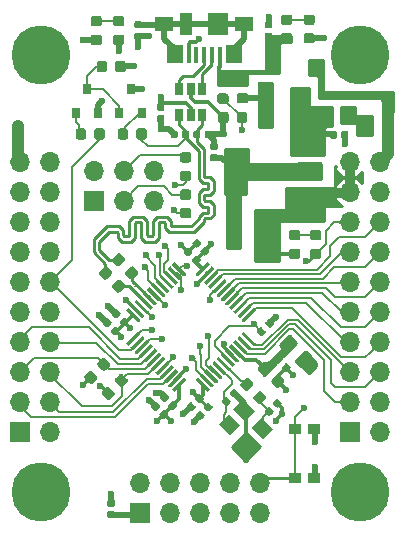
<source format=gbr>
G04 #@! TF.GenerationSoftware,KiCad,Pcbnew,(5.1.5)-3*
G04 #@! TF.CreationDate,2020-08-13T21:18:48+02:00*
G04 #@! TF.ProjectId,STM32 Dev.Board,53544d33-3220-4446-9576-2e426f617264,rev?*
G04 #@! TF.SameCoordinates,Original*
G04 #@! TF.FileFunction,Copper,L1,Top*
G04 #@! TF.FilePolarity,Positive*
%FSLAX46Y46*%
G04 Gerber Fmt 4.6, Leading zero omitted, Abs format (unit mm)*
G04 Created by KiCad (PCBNEW (5.1.5)-3) date 2020-08-13 21:18:48*
%MOMM*%
%LPD*%
G04 APERTURE LIST*
%ADD10C,1.000000*%
%ADD11C,0.100000*%
%ADD12R,0.800000X0.900000*%
%ADD13R,1.000000X0.900000*%
%ADD14R,1.000000X1.900000*%
%ADD15R,1.800000X1.900000*%
%ADD16R,1.650000X1.300000*%
%ADD17R,1.425000X1.550000*%
%ADD18R,0.450000X1.380000*%
%ADD19C,0.800000*%
%ADD20C,5.000000*%
%ADD21R,0.650000X1.060000*%
%ADD22R,2.000000X1.500000*%
%ADD23R,2.000000X3.800000*%
%ADD24O,1.700000X1.700000*%
%ADD25R,1.700000X1.700000*%
%ADD26R,0.900000X1.200000*%
%ADD27C,0.600000*%
%ADD28C,0.500000*%
%ADD29C,0.300000*%
%ADD30C,0.127000*%
%ADD31C,0.254000*%
%ADD32C,1.000000*%
%ADD33C,0.200000*%
G04 APERTURE END LIST*
D10*
X132080000Y-100076000D03*
X163296600Y-97942400D03*
G04 #@! TA.AperFunction,SMDPad,CuDef*
D11*
G36*
X146530891Y-102255653D02*
G01*
X146552126Y-102258803D01*
X146572950Y-102264019D01*
X146593162Y-102271251D01*
X146612568Y-102280430D01*
X146630981Y-102291466D01*
X146648224Y-102304254D01*
X146664130Y-102318670D01*
X146678546Y-102334576D01*
X146691334Y-102351819D01*
X146702370Y-102370232D01*
X146711549Y-102389638D01*
X146718781Y-102409850D01*
X146723997Y-102430674D01*
X146727147Y-102451909D01*
X146728200Y-102473350D01*
X146728200Y-102910850D01*
X146727147Y-102932291D01*
X146723997Y-102953526D01*
X146718781Y-102974350D01*
X146711549Y-102994562D01*
X146702370Y-103013968D01*
X146691334Y-103032381D01*
X146678546Y-103049624D01*
X146664130Y-103065530D01*
X146648224Y-103079946D01*
X146630981Y-103092734D01*
X146612568Y-103103770D01*
X146593162Y-103112949D01*
X146572950Y-103120181D01*
X146552126Y-103125397D01*
X146530891Y-103128547D01*
X146509450Y-103129600D01*
X145996950Y-103129600D01*
X145975509Y-103128547D01*
X145954274Y-103125397D01*
X145933450Y-103120181D01*
X145913238Y-103112949D01*
X145893832Y-103103770D01*
X145875419Y-103092734D01*
X145858176Y-103079946D01*
X145842270Y-103065530D01*
X145827854Y-103049624D01*
X145815066Y-103032381D01*
X145804030Y-103013968D01*
X145794851Y-102994562D01*
X145787619Y-102974350D01*
X145782403Y-102953526D01*
X145779253Y-102932291D01*
X145778200Y-102910850D01*
X145778200Y-102473350D01*
X145779253Y-102451909D01*
X145782403Y-102430674D01*
X145787619Y-102409850D01*
X145794851Y-102389638D01*
X145804030Y-102370232D01*
X145815066Y-102351819D01*
X145827854Y-102334576D01*
X145842270Y-102318670D01*
X145858176Y-102304254D01*
X145875419Y-102291466D01*
X145893832Y-102280430D01*
X145913238Y-102271251D01*
X145933450Y-102264019D01*
X145954274Y-102258803D01*
X145975509Y-102255653D01*
X145996950Y-102254600D01*
X146509450Y-102254600D01*
X146530891Y-102255653D01*
G37*
G04 #@! TD.AperFunction*
G04 #@! TA.AperFunction,SMDPad,CuDef*
G36*
X146530891Y-103830653D02*
G01*
X146552126Y-103833803D01*
X146572950Y-103839019D01*
X146593162Y-103846251D01*
X146612568Y-103855430D01*
X146630981Y-103866466D01*
X146648224Y-103879254D01*
X146664130Y-103893670D01*
X146678546Y-103909576D01*
X146691334Y-103926819D01*
X146702370Y-103945232D01*
X146711549Y-103964638D01*
X146718781Y-103984850D01*
X146723997Y-104005674D01*
X146727147Y-104026909D01*
X146728200Y-104048350D01*
X146728200Y-104485850D01*
X146727147Y-104507291D01*
X146723997Y-104528526D01*
X146718781Y-104549350D01*
X146711549Y-104569562D01*
X146702370Y-104588968D01*
X146691334Y-104607381D01*
X146678546Y-104624624D01*
X146664130Y-104640530D01*
X146648224Y-104654946D01*
X146630981Y-104667734D01*
X146612568Y-104678770D01*
X146593162Y-104687949D01*
X146572950Y-104695181D01*
X146552126Y-104700397D01*
X146530891Y-104703547D01*
X146509450Y-104704600D01*
X145996950Y-104704600D01*
X145975509Y-104703547D01*
X145954274Y-104700397D01*
X145933450Y-104695181D01*
X145913238Y-104687949D01*
X145893832Y-104678770D01*
X145875419Y-104667734D01*
X145858176Y-104654946D01*
X145842270Y-104640530D01*
X145827854Y-104624624D01*
X145815066Y-104607381D01*
X145804030Y-104588968D01*
X145794851Y-104569562D01*
X145787619Y-104549350D01*
X145782403Y-104528526D01*
X145779253Y-104507291D01*
X145778200Y-104485850D01*
X145778200Y-104048350D01*
X145779253Y-104026909D01*
X145782403Y-104005674D01*
X145787619Y-103984850D01*
X145794851Y-103964638D01*
X145804030Y-103945232D01*
X145815066Y-103926819D01*
X145827854Y-103909576D01*
X145842270Y-103893670D01*
X145858176Y-103879254D01*
X145875419Y-103866466D01*
X145893832Y-103855430D01*
X145913238Y-103846251D01*
X145933450Y-103839019D01*
X145954274Y-103833803D01*
X145975509Y-103830653D01*
X145996950Y-103829600D01*
X146509450Y-103829600D01*
X146530891Y-103830653D01*
G37*
G04 #@! TD.AperFunction*
G04 #@! TA.AperFunction,SMDPad,CuDef*
G36*
X146134388Y-121334946D02*
G01*
X146141669Y-121336026D01*
X146148808Y-121337814D01*
X146155738Y-121340294D01*
X146162392Y-121343441D01*
X146168705Y-121347225D01*
X146174616Y-121351609D01*
X146180070Y-121356552D01*
X146286136Y-121462618D01*
X146291079Y-121468072D01*
X146295463Y-121473983D01*
X146299247Y-121480296D01*
X146302394Y-121486950D01*
X146304874Y-121493880D01*
X146306662Y-121501019D01*
X146307742Y-121508300D01*
X146308103Y-121515651D01*
X146307742Y-121523002D01*
X146306662Y-121530283D01*
X146304874Y-121537422D01*
X146302394Y-121544352D01*
X146299247Y-121551006D01*
X146295463Y-121557319D01*
X146291079Y-121563230D01*
X146286136Y-121568684D01*
X145349220Y-122505600D01*
X145343766Y-122510543D01*
X145337855Y-122514927D01*
X145331542Y-122518711D01*
X145324888Y-122521858D01*
X145317958Y-122524338D01*
X145310819Y-122526126D01*
X145303538Y-122527206D01*
X145296187Y-122527567D01*
X145288836Y-122527206D01*
X145281555Y-122526126D01*
X145274416Y-122524338D01*
X145267486Y-122521858D01*
X145260832Y-122518711D01*
X145254519Y-122514927D01*
X145248608Y-122510543D01*
X145243154Y-122505600D01*
X145137088Y-122399534D01*
X145132145Y-122394080D01*
X145127761Y-122388169D01*
X145123977Y-122381856D01*
X145120830Y-122375202D01*
X145118350Y-122368272D01*
X145116562Y-122361133D01*
X145115482Y-122353852D01*
X145115121Y-122346501D01*
X145115482Y-122339150D01*
X145116562Y-122331869D01*
X145118350Y-122324730D01*
X145120830Y-122317800D01*
X145123977Y-122311146D01*
X145127761Y-122304833D01*
X145132145Y-122298922D01*
X145137088Y-122293468D01*
X146074004Y-121356552D01*
X146079458Y-121351609D01*
X146085369Y-121347225D01*
X146091682Y-121343441D01*
X146098336Y-121340294D01*
X146105266Y-121337814D01*
X146112405Y-121336026D01*
X146119686Y-121334946D01*
X146127037Y-121334585D01*
X146134388Y-121334946D01*
G37*
G04 #@! TD.AperFunction*
G04 #@! TA.AperFunction,SMDPad,CuDef*
G36*
X145780834Y-120981392D02*
G01*
X145788115Y-120982472D01*
X145795254Y-120984260D01*
X145802184Y-120986740D01*
X145808838Y-120989887D01*
X145815151Y-120993671D01*
X145821062Y-120998055D01*
X145826516Y-121002998D01*
X145932582Y-121109064D01*
X145937525Y-121114518D01*
X145941909Y-121120429D01*
X145945693Y-121126742D01*
X145948840Y-121133396D01*
X145951320Y-121140326D01*
X145953108Y-121147465D01*
X145954188Y-121154746D01*
X145954549Y-121162097D01*
X145954188Y-121169448D01*
X145953108Y-121176729D01*
X145951320Y-121183868D01*
X145948840Y-121190798D01*
X145945693Y-121197452D01*
X145941909Y-121203765D01*
X145937525Y-121209676D01*
X145932582Y-121215130D01*
X144995666Y-122152046D01*
X144990212Y-122156989D01*
X144984301Y-122161373D01*
X144977988Y-122165157D01*
X144971334Y-122168304D01*
X144964404Y-122170784D01*
X144957265Y-122172572D01*
X144949984Y-122173652D01*
X144942633Y-122174013D01*
X144935282Y-122173652D01*
X144928001Y-122172572D01*
X144920862Y-122170784D01*
X144913932Y-122168304D01*
X144907278Y-122165157D01*
X144900965Y-122161373D01*
X144895054Y-122156989D01*
X144889600Y-122152046D01*
X144783534Y-122045980D01*
X144778591Y-122040526D01*
X144774207Y-122034615D01*
X144770423Y-122028302D01*
X144767276Y-122021648D01*
X144764796Y-122014718D01*
X144763008Y-122007579D01*
X144761928Y-122000298D01*
X144761567Y-121992947D01*
X144761928Y-121985596D01*
X144763008Y-121978315D01*
X144764796Y-121971176D01*
X144767276Y-121964246D01*
X144770423Y-121957592D01*
X144774207Y-121951279D01*
X144778591Y-121945368D01*
X144783534Y-121939914D01*
X145720450Y-121002998D01*
X145725904Y-120998055D01*
X145731815Y-120993671D01*
X145738128Y-120989887D01*
X145744782Y-120986740D01*
X145751712Y-120984260D01*
X145758851Y-120982472D01*
X145766132Y-120981392D01*
X145773483Y-120981031D01*
X145780834Y-120981392D01*
G37*
G04 #@! TD.AperFunction*
G04 #@! TA.AperFunction,SMDPad,CuDef*
G36*
X145427281Y-120627839D02*
G01*
X145434562Y-120628919D01*
X145441701Y-120630707D01*
X145448631Y-120633187D01*
X145455285Y-120636334D01*
X145461598Y-120640118D01*
X145467509Y-120644502D01*
X145472963Y-120649445D01*
X145579029Y-120755511D01*
X145583972Y-120760965D01*
X145588356Y-120766876D01*
X145592140Y-120773189D01*
X145595287Y-120779843D01*
X145597767Y-120786773D01*
X145599555Y-120793912D01*
X145600635Y-120801193D01*
X145600996Y-120808544D01*
X145600635Y-120815895D01*
X145599555Y-120823176D01*
X145597767Y-120830315D01*
X145595287Y-120837245D01*
X145592140Y-120843899D01*
X145588356Y-120850212D01*
X145583972Y-120856123D01*
X145579029Y-120861577D01*
X144642113Y-121798493D01*
X144636659Y-121803436D01*
X144630748Y-121807820D01*
X144624435Y-121811604D01*
X144617781Y-121814751D01*
X144610851Y-121817231D01*
X144603712Y-121819019D01*
X144596431Y-121820099D01*
X144589080Y-121820460D01*
X144581729Y-121820099D01*
X144574448Y-121819019D01*
X144567309Y-121817231D01*
X144560379Y-121814751D01*
X144553725Y-121811604D01*
X144547412Y-121807820D01*
X144541501Y-121803436D01*
X144536047Y-121798493D01*
X144429981Y-121692427D01*
X144425038Y-121686973D01*
X144420654Y-121681062D01*
X144416870Y-121674749D01*
X144413723Y-121668095D01*
X144411243Y-121661165D01*
X144409455Y-121654026D01*
X144408375Y-121646745D01*
X144408014Y-121639394D01*
X144408375Y-121632043D01*
X144409455Y-121624762D01*
X144411243Y-121617623D01*
X144413723Y-121610693D01*
X144416870Y-121604039D01*
X144420654Y-121597726D01*
X144425038Y-121591815D01*
X144429981Y-121586361D01*
X145366897Y-120649445D01*
X145372351Y-120644502D01*
X145378262Y-120640118D01*
X145384575Y-120636334D01*
X145391229Y-120633187D01*
X145398159Y-120630707D01*
X145405298Y-120628919D01*
X145412579Y-120627839D01*
X145419930Y-120627478D01*
X145427281Y-120627839D01*
G37*
G04 #@! TD.AperFunction*
G04 #@! TA.AperFunction,SMDPad,CuDef*
G36*
X145073727Y-120274285D02*
G01*
X145081008Y-120275365D01*
X145088147Y-120277153D01*
X145095077Y-120279633D01*
X145101731Y-120282780D01*
X145108044Y-120286564D01*
X145113955Y-120290948D01*
X145119409Y-120295891D01*
X145225475Y-120401957D01*
X145230418Y-120407411D01*
X145234802Y-120413322D01*
X145238586Y-120419635D01*
X145241733Y-120426289D01*
X145244213Y-120433219D01*
X145246001Y-120440358D01*
X145247081Y-120447639D01*
X145247442Y-120454990D01*
X145247081Y-120462341D01*
X145246001Y-120469622D01*
X145244213Y-120476761D01*
X145241733Y-120483691D01*
X145238586Y-120490345D01*
X145234802Y-120496658D01*
X145230418Y-120502569D01*
X145225475Y-120508023D01*
X144288559Y-121444939D01*
X144283105Y-121449882D01*
X144277194Y-121454266D01*
X144270881Y-121458050D01*
X144264227Y-121461197D01*
X144257297Y-121463677D01*
X144250158Y-121465465D01*
X144242877Y-121466545D01*
X144235526Y-121466906D01*
X144228175Y-121466545D01*
X144220894Y-121465465D01*
X144213755Y-121463677D01*
X144206825Y-121461197D01*
X144200171Y-121458050D01*
X144193858Y-121454266D01*
X144187947Y-121449882D01*
X144182493Y-121444939D01*
X144076427Y-121338873D01*
X144071484Y-121333419D01*
X144067100Y-121327508D01*
X144063316Y-121321195D01*
X144060169Y-121314541D01*
X144057689Y-121307611D01*
X144055901Y-121300472D01*
X144054821Y-121293191D01*
X144054460Y-121285840D01*
X144054821Y-121278489D01*
X144055901Y-121271208D01*
X144057689Y-121264069D01*
X144060169Y-121257139D01*
X144063316Y-121250485D01*
X144067100Y-121244172D01*
X144071484Y-121238261D01*
X144076427Y-121232807D01*
X145013343Y-120295891D01*
X145018797Y-120290948D01*
X145024708Y-120286564D01*
X145031021Y-120282780D01*
X145037675Y-120279633D01*
X145044605Y-120277153D01*
X145051744Y-120275365D01*
X145059025Y-120274285D01*
X145066376Y-120273924D01*
X145073727Y-120274285D01*
G37*
G04 #@! TD.AperFunction*
G04 #@! TA.AperFunction,SMDPad,CuDef*
G36*
X144720174Y-119920732D02*
G01*
X144727455Y-119921812D01*
X144734594Y-119923600D01*
X144741524Y-119926080D01*
X144748178Y-119929227D01*
X144754491Y-119933011D01*
X144760402Y-119937395D01*
X144765856Y-119942338D01*
X144871922Y-120048404D01*
X144876865Y-120053858D01*
X144881249Y-120059769D01*
X144885033Y-120066082D01*
X144888180Y-120072736D01*
X144890660Y-120079666D01*
X144892448Y-120086805D01*
X144893528Y-120094086D01*
X144893889Y-120101437D01*
X144893528Y-120108788D01*
X144892448Y-120116069D01*
X144890660Y-120123208D01*
X144888180Y-120130138D01*
X144885033Y-120136792D01*
X144881249Y-120143105D01*
X144876865Y-120149016D01*
X144871922Y-120154470D01*
X143935006Y-121091386D01*
X143929552Y-121096329D01*
X143923641Y-121100713D01*
X143917328Y-121104497D01*
X143910674Y-121107644D01*
X143903744Y-121110124D01*
X143896605Y-121111912D01*
X143889324Y-121112992D01*
X143881973Y-121113353D01*
X143874622Y-121112992D01*
X143867341Y-121111912D01*
X143860202Y-121110124D01*
X143853272Y-121107644D01*
X143846618Y-121104497D01*
X143840305Y-121100713D01*
X143834394Y-121096329D01*
X143828940Y-121091386D01*
X143722874Y-120985320D01*
X143717931Y-120979866D01*
X143713547Y-120973955D01*
X143709763Y-120967642D01*
X143706616Y-120960988D01*
X143704136Y-120954058D01*
X143702348Y-120946919D01*
X143701268Y-120939638D01*
X143700907Y-120932287D01*
X143701268Y-120924936D01*
X143702348Y-120917655D01*
X143704136Y-120910516D01*
X143706616Y-120903586D01*
X143709763Y-120896932D01*
X143713547Y-120890619D01*
X143717931Y-120884708D01*
X143722874Y-120879254D01*
X144659790Y-119942338D01*
X144665244Y-119937395D01*
X144671155Y-119933011D01*
X144677468Y-119929227D01*
X144684122Y-119926080D01*
X144691052Y-119923600D01*
X144698191Y-119921812D01*
X144705472Y-119920732D01*
X144712823Y-119920371D01*
X144720174Y-119920732D01*
G37*
G04 #@! TD.AperFunction*
G04 #@! TA.AperFunction,SMDPad,CuDef*
G36*
X144366621Y-119567179D02*
G01*
X144373902Y-119568259D01*
X144381041Y-119570047D01*
X144387971Y-119572527D01*
X144394625Y-119575674D01*
X144400938Y-119579458D01*
X144406849Y-119583842D01*
X144412303Y-119588785D01*
X144518369Y-119694851D01*
X144523312Y-119700305D01*
X144527696Y-119706216D01*
X144531480Y-119712529D01*
X144534627Y-119719183D01*
X144537107Y-119726113D01*
X144538895Y-119733252D01*
X144539975Y-119740533D01*
X144540336Y-119747884D01*
X144539975Y-119755235D01*
X144538895Y-119762516D01*
X144537107Y-119769655D01*
X144534627Y-119776585D01*
X144531480Y-119783239D01*
X144527696Y-119789552D01*
X144523312Y-119795463D01*
X144518369Y-119800917D01*
X143581453Y-120737833D01*
X143575999Y-120742776D01*
X143570088Y-120747160D01*
X143563775Y-120750944D01*
X143557121Y-120754091D01*
X143550191Y-120756571D01*
X143543052Y-120758359D01*
X143535771Y-120759439D01*
X143528420Y-120759800D01*
X143521069Y-120759439D01*
X143513788Y-120758359D01*
X143506649Y-120756571D01*
X143499719Y-120754091D01*
X143493065Y-120750944D01*
X143486752Y-120747160D01*
X143480841Y-120742776D01*
X143475387Y-120737833D01*
X143369321Y-120631767D01*
X143364378Y-120626313D01*
X143359994Y-120620402D01*
X143356210Y-120614089D01*
X143353063Y-120607435D01*
X143350583Y-120600505D01*
X143348795Y-120593366D01*
X143347715Y-120586085D01*
X143347354Y-120578734D01*
X143347715Y-120571383D01*
X143348795Y-120564102D01*
X143350583Y-120556963D01*
X143353063Y-120550033D01*
X143356210Y-120543379D01*
X143359994Y-120537066D01*
X143364378Y-120531155D01*
X143369321Y-120525701D01*
X144306237Y-119588785D01*
X144311691Y-119583842D01*
X144317602Y-119579458D01*
X144323915Y-119575674D01*
X144330569Y-119572527D01*
X144337499Y-119570047D01*
X144344638Y-119568259D01*
X144351919Y-119567179D01*
X144359270Y-119566818D01*
X144366621Y-119567179D01*
G37*
G04 #@! TD.AperFunction*
G04 #@! TA.AperFunction,SMDPad,CuDef*
G36*
X144013067Y-119213625D02*
G01*
X144020348Y-119214705D01*
X144027487Y-119216493D01*
X144034417Y-119218973D01*
X144041071Y-119222120D01*
X144047384Y-119225904D01*
X144053295Y-119230288D01*
X144058749Y-119235231D01*
X144164815Y-119341297D01*
X144169758Y-119346751D01*
X144174142Y-119352662D01*
X144177926Y-119358975D01*
X144181073Y-119365629D01*
X144183553Y-119372559D01*
X144185341Y-119379698D01*
X144186421Y-119386979D01*
X144186782Y-119394330D01*
X144186421Y-119401681D01*
X144185341Y-119408962D01*
X144183553Y-119416101D01*
X144181073Y-119423031D01*
X144177926Y-119429685D01*
X144174142Y-119435998D01*
X144169758Y-119441909D01*
X144164815Y-119447363D01*
X143227899Y-120384279D01*
X143222445Y-120389222D01*
X143216534Y-120393606D01*
X143210221Y-120397390D01*
X143203567Y-120400537D01*
X143196637Y-120403017D01*
X143189498Y-120404805D01*
X143182217Y-120405885D01*
X143174866Y-120406246D01*
X143167515Y-120405885D01*
X143160234Y-120404805D01*
X143153095Y-120403017D01*
X143146165Y-120400537D01*
X143139511Y-120397390D01*
X143133198Y-120393606D01*
X143127287Y-120389222D01*
X143121833Y-120384279D01*
X143015767Y-120278213D01*
X143010824Y-120272759D01*
X143006440Y-120266848D01*
X143002656Y-120260535D01*
X142999509Y-120253881D01*
X142997029Y-120246951D01*
X142995241Y-120239812D01*
X142994161Y-120232531D01*
X142993800Y-120225180D01*
X142994161Y-120217829D01*
X142995241Y-120210548D01*
X142997029Y-120203409D01*
X142999509Y-120196479D01*
X143002656Y-120189825D01*
X143006440Y-120183512D01*
X143010824Y-120177601D01*
X143015767Y-120172147D01*
X143952683Y-119235231D01*
X143958137Y-119230288D01*
X143964048Y-119225904D01*
X143970361Y-119222120D01*
X143977015Y-119218973D01*
X143983945Y-119216493D01*
X143991084Y-119214705D01*
X143998365Y-119213625D01*
X144005716Y-119213264D01*
X144013067Y-119213625D01*
G37*
G04 #@! TD.AperFunction*
G04 #@! TA.AperFunction,SMDPad,CuDef*
G36*
X143659514Y-118860072D02*
G01*
X143666795Y-118861152D01*
X143673934Y-118862940D01*
X143680864Y-118865420D01*
X143687518Y-118868567D01*
X143693831Y-118872351D01*
X143699742Y-118876735D01*
X143705196Y-118881678D01*
X143811262Y-118987744D01*
X143816205Y-118993198D01*
X143820589Y-118999109D01*
X143824373Y-119005422D01*
X143827520Y-119012076D01*
X143830000Y-119019006D01*
X143831788Y-119026145D01*
X143832868Y-119033426D01*
X143833229Y-119040777D01*
X143832868Y-119048128D01*
X143831788Y-119055409D01*
X143830000Y-119062548D01*
X143827520Y-119069478D01*
X143824373Y-119076132D01*
X143820589Y-119082445D01*
X143816205Y-119088356D01*
X143811262Y-119093810D01*
X142874346Y-120030726D01*
X142868892Y-120035669D01*
X142862981Y-120040053D01*
X142856668Y-120043837D01*
X142850014Y-120046984D01*
X142843084Y-120049464D01*
X142835945Y-120051252D01*
X142828664Y-120052332D01*
X142821313Y-120052693D01*
X142813962Y-120052332D01*
X142806681Y-120051252D01*
X142799542Y-120049464D01*
X142792612Y-120046984D01*
X142785958Y-120043837D01*
X142779645Y-120040053D01*
X142773734Y-120035669D01*
X142768280Y-120030726D01*
X142662214Y-119924660D01*
X142657271Y-119919206D01*
X142652887Y-119913295D01*
X142649103Y-119906982D01*
X142645956Y-119900328D01*
X142643476Y-119893398D01*
X142641688Y-119886259D01*
X142640608Y-119878978D01*
X142640247Y-119871627D01*
X142640608Y-119864276D01*
X142641688Y-119856995D01*
X142643476Y-119849856D01*
X142645956Y-119842926D01*
X142649103Y-119836272D01*
X142652887Y-119829959D01*
X142657271Y-119824048D01*
X142662214Y-119818594D01*
X143599130Y-118881678D01*
X143604584Y-118876735D01*
X143610495Y-118872351D01*
X143616808Y-118868567D01*
X143623462Y-118865420D01*
X143630392Y-118862940D01*
X143637531Y-118861152D01*
X143644812Y-118860072D01*
X143652163Y-118859711D01*
X143659514Y-118860072D01*
G37*
G04 #@! TD.AperFunction*
G04 #@! TA.AperFunction,SMDPad,CuDef*
G36*
X143305961Y-118506519D02*
G01*
X143313242Y-118507599D01*
X143320381Y-118509387D01*
X143327311Y-118511867D01*
X143333965Y-118515014D01*
X143340278Y-118518798D01*
X143346189Y-118523182D01*
X143351643Y-118528125D01*
X143457709Y-118634191D01*
X143462652Y-118639645D01*
X143467036Y-118645556D01*
X143470820Y-118651869D01*
X143473967Y-118658523D01*
X143476447Y-118665453D01*
X143478235Y-118672592D01*
X143479315Y-118679873D01*
X143479676Y-118687224D01*
X143479315Y-118694575D01*
X143478235Y-118701856D01*
X143476447Y-118708995D01*
X143473967Y-118715925D01*
X143470820Y-118722579D01*
X143467036Y-118728892D01*
X143462652Y-118734803D01*
X143457709Y-118740257D01*
X142520793Y-119677173D01*
X142515339Y-119682116D01*
X142509428Y-119686500D01*
X142503115Y-119690284D01*
X142496461Y-119693431D01*
X142489531Y-119695911D01*
X142482392Y-119697699D01*
X142475111Y-119698779D01*
X142467760Y-119699140D01*
X142460409Y-119698779D01*
X142453128Y-119697699D01*
X142445989Y-119695911D01*
X142439059Y-119693431D01*
X142432405Y-119690284D01*
X142426092Y-119686500D01*
X142420181Y-119682116D01*
X142414727Y-119677173D01*
X142308661Y-119571107D01*
X142303718Y-119565653D01*
X142299334Y-119559742D01*
X142295550Y-119553429D01*
X142292403Y-119546775D01*
X142289923Y-119539845D01*
X142288135Y-119532706D01*
X142287055Y-119525425D01*
X142286694Y-119518074D01*
X142287055Y-119510723D01*
X142288135Y-119503442D01*
X142289923Y-119496303D01*
X142292403Y-119489373D01*
X142295550Y-119482719D01*
X142299334Y-119476406D01*
X142303718Y-119470495D01*
X142308661Y-119465041D01*
X143245577Y-118528125D01*
X143251031Y-118523182D01*
X143256942Y-118518798D01*
X143263255Y-118515014D01*
X143269909Y-118511867D01*
X143276839Y-118509387D01*
X143283978Y-118507599D01*
X143291259Y-118506519D01*
X143298610Y-118506158D01*
X143305961Y-118506519D01*
G37*
G04 #@! TD.AperFunction*
G04 #@! TA.AperFunction,SMDPad,CuDef*
G36*
X142952407Y-118152965D02*
G01*
X142959688Y-118154045D01*
X142966827Y-118155833D01*
X142973757Y-118158313D01*
X142980411Y-118161460D01*
X142986724Y-118165244D01*
X142992635Y-118169628D01*
X142998089Y-118174571D01*
X143104155Y-118280637D01*
X143109098Y-118286091D01*
X143113482Y-118292002D01*
X143117266Y-118298315D01*
X143120413Y-118304969D01*
X143122893Y-118311899D01*
X143124681Y-118319038D01*
X143125761Y-118326319D01*
X143126122Y-118333670D01*
X143125761Y-118341021D01*
X143124681Y-118348302D01*
X143122893Y-118355441D01*
X143120413Y-118362371D01*
X143117266Y-118369025D01*
X143113482Y-118375338D01*
X143109098Y-118381249D01*
X143104155Y-118386703D01*
X142167239Y-119323619D01*
X142161785Y-119328562D01*
X142155874Y-119332946D01*
X142149561Y-119336730D01*
X142142907Y-119339877D01*
X142135977Y-119342357D01*
X142128838Y-119344145D01*
X142121557Y-119345225D01*
X142114206Y-119345586D01*
X142106855Y-119345225D01*
X142099574Y-119344145D01*
X142092435Y-119342357D01*
X142085505Y-119339877D01*
X142078851Y-119336730D01*
X142072538Y-119332946D01*
X142066627Y-119328562D01*
X142061173Y-119323619D01*
X141955107Y-119217553D01*
X141950164Y-119212099D01*
X141945780Y-119206188D01*
X141941996Y-119199875D01*
X141938849Y-119193221D01*
X141936369Y-119186291D01*
X141934581Y-119179152D01*
X141933501Y-119171871D01*
X141933140Y-119164520D01*
X141933501Y-119157169D01*
X141934581Y-119149888D01*
X141936369Y-119142749D01*
X141938849Y-119135819D01*
X141941996Y-119129165D01*
X141945780Y-119122852D01*
X141950164Y-119116941D01*
X141955107Y-119111487D01*
X142892023Y-118174571D01*
X142897477Y-118169628D01*
X142903388Y-118165244D01*
X142909701Y-118161460D01*
X142916355Y-118158313D01*
X142923285Y-118155833D01*
X142930424Y-118154045D01*
X142937705Y-118152965D01*
X142945056Y-118152604D01*
X142952407Y-118152965D01*
G37*
G04 #@! TD.AperFunction*
G04 #@! TA.AperFunction,SMDPad,CuDef*
G36*
X142598854Y-117799412D02*
G01*
X142606135Y-117800492D01*
X142613274Y-117802280D01*
X142620204Y-117804760D01*
X142626858Y-117807907D01*
X142633171Y-117811691D01*
X142639082Y-117816075D01*
X142644536Y-117821018D01*
X142750602Y-117927084D01*
X142755545Y-117932538D01*
X142759929Y-117938449D01*
X142763713Y-117944762D01*
X142766860Y-117951416D01*
X142769340Y-117958346D01*
X142771128Y-117965485D01*
X142772208Y-117972766D01*
X142772569Y-117980117D01*
X142772208Y-117987468D01*
X142771128Y-117994749D01*
X142769340Y-118001888D01*
X142766860Y-118008818D01*
X142763713Y-118015472D01*
X142759929Y-118021785D01*
X142755545Y-118027696D01*
X142750602Y-118033150D01*
X141813686Y-118970066D01*
X141808232Y-118975009D01*
X141802321Y-118979393D01*
X141796008Y-118983177D01*
X141789354Y-118986324D01*
X141782424Y-118988804D01*
X141775285Y-118990592D01*
X141768004Y-118991672D01*
X141760653Y-118992033D01*
X141753302Y-118991672D01*
X141746021Y-118990592D01*
X141738882Y-118988804D01*
X141731952Y-118986324D01*
X141725298Y-118983177D01*
X141718985Y-118979393D01*
X141713074Y-118975009D01*
X141707620Y-118970066D01*
X141601554Y-118864000D01*
X141596611Y-118858546D01*
X141592227Y-118852635D01*
X141588443Y-118846322D01*
X141585296Y-118839668D01*
X141582816Y-118832738D01*
X141581028Y-118825599D01*
X141579948Y-118818318D01*
X141579587Y-118810967D01*
X141579948Y-118803616D01*
X141581028Y-118796335D01*
X141582816Y-118789196D01*
X141585296Y-118782266D01*
X141588443Y-118775612D01*
X141592227Y-118769299D01*
X141596611Y-118763388D01*
X141601554Y-118757934D01*
X142538470Y-117821018D01*
X142543924Y-117816075D01*
X142549835Y-117811691D01*
X142556148Y-117807907D01*
X142562802Y-117804760D01*
X142569732Y-117802280D01*
X142576871Y-117800492D01*
X142584152Y-117799412D01*
X142591503Y-117799051D01*
X142598854Y-117799412D01*
G37*
G04 #@! TD.AperFunction*
G04 #@! TA.AperFunction,SMDPad,CuDef*
G36*
X142245300Y-117445858D02*
G01*
X142252581Y-117446938D01*
X142259720Y-117448726D01*
X142266650Y-117451206D01*
X142273304Y-117454353D01*
X142279617Y-117458137D01*
X142285528Y-117462521D01*
X142290982Y-117467464D01*
X142397048Y-117573530D01*
X142401991Y-117578984D01*
X142406375Y-117584895D01*
X142410159Y-117591208D01*
X142413306Y-117597862D01*
X142415786Y-117604792D01*
X142417574Y-117611931D01*
X142418654Y-117619212D01*
X142419015Y-117626563D01*
X142418654Y-117633914D01*
X142417574Y-117641195D01*
X142415786Y-117648334D01*
X142413306Y-117655264D01*
X142410159Y-117661918D01*
X142406375Y-117668231D01*
X142401991Y-117674142D01*
X142397048Y-117679596D01*
X141460132Y-118616512D01*
X141454678Y-118621455D01*
X141448767Y-118625839D01*
X141442454Y-118629623D01*
X141435800Y-118632770D01*
X141428870Y-118635250D01*
X141421731Y-118637038D01*
X141414450Y-118638118D01*
X141407099Y-118638479D01*
X141399748Y-118638118D01*
X141392467Y-118637038D01*
X141385328Y-118635250D01*
X141378398Y-118632770D01*
X141371744Y-118629623D01*
X141365431Y-118625839D01*
X141359520Y-118621455D01*
X141354066Y-118616512D01*
X141248000Y-118510446D01*
X141243057Y-118504992D01*
X141238673Y-118499081D01*
X141234889Y-118492768D01*
X141231742Y-118486114D01*
X141229262Y-118479184D01*
X141227474Y-118472045D01*
X141226394Y-118464764D01*
X141226033Y-118457413D01*
X141226394Y-118450062D01*
X141227474Y-118442781D01*
X141229262Y-118435642D01*
X141231742Y-118428712D01*
X141234889Y-118422058D01*
X141238673Y-118415745D01*
X141243057Y-118409834D01*
X141248000Y-118404380D01*
X142184916Y-117467464D01*
X142190370Y-117462521D01*
X142196281Y-117458137D01*
X142202594Y-117454353D01*
X142209248Y-117451206D01*
X142216178Y-117448726D01*
X142223317Y-117446938D01*
X142230598Y-117445858D01*
X142237949Y-117445497D01*
X142245300Y-117445858D01*
G37*
G04 #@! TD.AperFunction*
G04 #@! TA.AperFunction,SMDPad,CuDef*
G36*
X141414450Y-115448282D02*
G01*
X141421731Y-115449362D01*
X141428870Y-115451150D01*
X141435800Y-115453630D01*
X141442454Y-115456777D01*
X141448767Y-115460561D01*
X141454678Y-115464945D01*
X141460132Y-115469888D01*
X142397048Y-116406804D01*
X142401991Y-116412258D01*
X142406375Y-116418169D01*
X142410159Y-116424482D01*
X142413306Y-116431136D01*
X142415786Y-116438066D01*
X142417574Y-116445205D01*
X142418654Y-116452486D01*
X142419015Y-116459837D01*
X142418654Y-116467188D01*
X142417574Y-116474469D01*
X142415786Y-116481608D01*
X142413306Y-116488538D01*
X142410159Y-116495192D01*
X142406375Y-116501505D01*
X142401991Y-116507416D01*
X142397048Y-116512870D01*
X142290982Y-116618936D01*
X142285528Y-116623879D01*
X142279617Y-116628263D01*
X142273304Y-116632047D01*
X142266650Y-116635194D01*
X142259720Y-116637674D01*
X142252581Y-116639462D01*
X142245300Y-116640542D01*
X142237949Y-116640903D01*
X142230598Y-116640542D01*
X142223317Y-116639462D01*
X142216178Y-116637674D01*
X142209248Y-116635194D01*
X142202594Y-116632047D01*
X142196281Y-116628263D01*
X142190370Y-116623879D01*
X142184916Y-116618936D01*
X141248000Y-115682020D01*
X141243057Y-115676566D01*
X141238673Y-115670655D01*
X141234889Y-115664342D01*
X141231742Y-115657688D01*
X141229262Y-115650758D01*
X141227474Y-115643619D01*
X141226394Y-115636338D01*
X141226033Y-115628987D01*
X141226394Y-115621636D01*
X141227474Y-115614355D01*
X141229262Y-115607216D01*
X141231742Y-115600286D01*
X141234889Y-115593632D01*
X141238673Y-115587319D01*
X141243057Y-115581408D01*
X141248000Y-115575954D01*
X141354066Y-115469888D01*
X141359520Y-115464945D01*
X141365431Y-115460561D01*
X141371744Y-115456777D01*
X141378398Y-115453630D01*
X141385328Y-115451150D01*
X141392467Y-115449362D01*
X141399748Y-115448282D01*
X141407099Y-115447921D01*
X141414450Y-115448282D01*
G37*
G04 #@! TD.AperFunction*
G04 #@! TA.AperFunction,SMDPad,CuDef*
G36*
X141768004Y-115094728D02*
G01*
X141775285Y-115095808D01*
X141782424Y-115097596D01*
X141789354Y-115100076D01*
X141796008Y-115103223D01*
X141802321Y-115107007D01*
X141808232Y-115111391D01*
X141813686Y-115116334D01*
X142750602Y-116053250D01*
X142755545Y-116058704D01*
X142759929Y-116064615D01*
X142763713Y-116070928D01*
X142766860Y-116077582D01*
X142769340Y-116084512D01*
X142771128Y-116091651D01*
X142772208Y-116098932D01*
X142772569Y-116106283D01*
X142772208Y-116113634D01*
X142771128Y-116120915D01*
X142769340Y-116128054D01*
X142766860Y-116134984D01*
X142763713Y-116141638D01*
X142759929Y-116147951D01*
X142755545Y-116153862D01*
X142750602Y-116159316D01*
X142644536Y-116265382D01*
X142639082Y-116270325D01*
X142633171Y-116274709D01*
X142626858Y-116278493D01*
X142620204Y-116281640D01*
X142613274Y-116284120D01*
X142606135Y-116285908D01*
X142598854Y-116286988D01*
X142591503Y-116287349D01*
X142584152Y-116286988D01*
X142576871Y-116285908D01*
X142569732Y-116284120D01*
X142562802Y-116281640D01*
X142556148Y-116278493D01*
X142549835Y-116274709D01*
X142543924Y-116270325D01*
X142538470Y-116265382D01*
X141601554Y-115328466D01*
X141596611Y-115323012D01*
X141592227Y-115317101D01*
X141588443Y-115310788D01*
X141585296Y-115304134D01*
X141582816Y-115297204D01*
X141581028Y-115290065D01*
X141579948Y-115282784D01*
X141579587Y-115275433D01*
X141579948Y-115268082D01*
X141581028Y-115260801D01*
X141582816Y-115253662D01*
X141585296Y-115246732D01*
X141588443Y-115240078D01*
X141592227Y-115233765D01*
X141596611Y-115227854D01*
X141601554Y-115222400D01*
X141707620Y-115116334D01*
X141713074Y-115111391D01*
X141718985Y-115107007D01*
X141725298Y-115103223D01*
X141731952Y-115100076D01*
X141738882Y-115097596D01*
X141746021Y-115095808D01*
X141753302Y-115094728D01*
X141760653Y-115094367D01*
X141768004Y-115094728D01*
G37*
G04 #@! TD.AperFunction*
G04 #@! TA.AperFunction,SMDPad,CuDef*
G36*
X142121557Y-114741175D02*
G01*
X142128838Y-114742255D01*
X142135977Y-114744043D01*
X142142907Y-114746523D01*
X142149561Y-114749670D01*
X142155874Y-114753454D01*
X142161785Y-114757838D01*
X142167239Y-114762781D01*
X143104155Y-115699697D01*
X143109098Y-115705151D01*
X143113482Y-115711062D01*
X143117266Y-115717375D01*
X143120413Y-115724029D01*
X143122893Y-115730959D01*
X143124681Y-115738098D01*
X143125761Y-115745379D01*
X143126122Y-115752730D01*
X143125761Y-115760081D01*
X143124681Y-115767362D01*
X143122893Y-115774501D01*
X143120413Y-115781431D01*
X143117266Y-115788085D01*
X143113482Y-115794398D01*
X143109098Y-115800309D01*
X143104155Y-115805763D01*
X142998089Y-115911829D01*
X142992635Y-115916772D01*
X142986724Y-115921156D01*
X142980411Y-115924940D01*
X142973757Y-115928087D01*
X142966827Y-115930567D01*
X142959688Y-115932355D01*
X142952407Y-115933435D01*
X142945056Y-115933796D01*
X142937705Y-115933435D01*
X142930424Y-115932355D01*
X142923285Y-115930567D01*
X142916355Y-115928087D01*
X142909701Y-115924940D01*
X142903388Y-115921156D01*
X142897477Y-115916772D01*
X142892023Y-115911829D01*
X141955107Y-114974913D01*
X141950164Y-114969459D01*
X141945780Y-114963548D01*
X141941996Y-114957235D01*
X141938849Y-114950581D01*
X141936369Y-114943651D01*
X141934581Y-114936512D01*
X141933501Y-114929231D01*
X141933140Y-114921880D01*
X141933501Y-114914529D01*
X141934581Y-114907248D01*
X141936369Y-114900109D01*
X141938849Y-114893179D01*
X141941996Y-114886525D01*
X141945780Y-114880212D01*
X141950164Y-114874301D01*
X141955107Y-114868847D01*
X142061173Y-114762781D01*
X142066627Y-114757838D01*
X142072538Y-114753454D01*
X142078851Y-114749670D01*
X142085505Y-114746523D01*
X142092435Y-114744043D01*
X142099574Y-114742255D01*
X142106855Y-114741175D01*
X142114206Y-114740814D01*
X142121557Y-114741175D01*
G37*
G04 #@! TD.AperFunction*
G04 #@! TA.AperFunction,SMDPad,CuDef*
G36*
X142475111Y-114387621D02*
G01*
X142482392Y-114388701D01*
X142489531Y-114390489D01*
X142496461Y-114392969D01*
X142503115Y-114396116D01*
X142509428Y-114399900D01*
X142515339Y-114404284D01*
X142520793Y-114409227D01*
X143457709Y-115346143D01*
X143462652Y-115351597D01*
X143467036Y-115357508D01*
X143470820Y-115363821D01*
X143473967Y-115370475D01*
X143476447Y-115377405D01*
X143478235Y-115384544D01*
X143479315Y-115391825D01*
X143479676Y-115399176D01*
X143479315Y-115406527D01*
X143478235Y-115413808D01*
X143476447Y-115420947D01*
X143473967Y-115427877D01*
X143470820Y-115434531D01*
X143467036Y-115440844D01*
X143462652Y-115446755D01*
X143457709Y-115452209D01*
X143351643Y-115558275D01*
X143346189Y-115563218D01*
X143340278Y-115567602D01*
X143333965Y-115571386D01*
X143327311Y-115574533D01*
X143320381Y-115577013D01*
X143313242Y-115578801D01*
X143305961Y-115579881D01*
X143298610Y-115580242D01*
X143291259Y-115579881D01*
X143283978Y-115578801D01*
X143276839Y-115577013D01*
X143269909Y-115574533D01*
X143263255Y-115571386D01*
X143256942Y-115567602D01*
X143251031Y-115563218D01*
X143245577Y-115558275D01*
X142308661Y-114621359D01*
X142303718Y-114615905D01*
X142299334Y-114609994D01*
X142295550Y-114603681D01*
X142292403Y-114597027D01*
X142289923Y-114590097D01*
X142288135Y-114582958D01*
X142287055Y-114575677D01*
X142286694Y-114568326D01*
X142287055Y-114560975D01*
X142288135Y-114553694D01*
X142289923Y-114546555D01*
X142292403Y-114539625D01*
X142295550Y-114532971D01*
X142299334Y-114526658D01*
X142303718Y-114520747D01*
X142308661Y-114515293D01*
X142414727Y-114409227D01*
X142420181Y-114404284D01*
X142426092Y-114399900D01*
X142432405Y-114396116D01*
X142439059Y-114392969D01*
X142445989Y-114390489D01*
X142453128Y-114388701D01*
X142460409Y-114387621D01*
X142467760Y-114387260D01*
X142475111Y-114387621D01*
G37*
G04 #@! TD.AperFunction*
G04 #@! TA.AperFunction,SMDPad,CuDef*
G36*
X142828664Y-114034068D02*
G01*
X142835945Y-114035148D01*
X142843084Y-114036936D01*
X142850014Y-114039416D01*
X142856668Y-114042563D01*
X142862981Y-114046347D01*
X142868892Y-114050731D01*
X142874346Y-114055674D01*
X143811262Y-114992590D01*
X143816205Y-114998044D01*
X143820589Y-115003955D01*
X143824373Y-115010268D01*
X143827520Y-115016922D01*
X143830000Y-115023852D01*
X143831788Y-115030991D01*
X143832868Y-115038272D01*
X143833229Y-115045623D01*
X143832868Y-115052974D01*
X143831788Y-115060255D01*
X143830000Y-115067394D01*
X143827520Y-115074324D01*
X143824373Y-115080978D01*
X143820589Y-115087291D01*
X143816205Y-115093202D01*
X143811262Y-115098656D01*
X143705196Y-115204722D01*
X143699742Y-115209665D01*
X143693831Y-115214049D01*
X143687518Y-115217833D01*
X143680864Y-115220980D01*
X143673934Y-115223460D01*
X143666795Y-115225248D01*
X143659514Y-115226328D01*
X143652163Y-115226689D01*
X143644812Y-115226328D01*
X143637531Y-115225248D01*
X143630392Y-115223460D01*
X143623462Y-115220980D01*
X143616808Y-115217833D01*
X143610495Y-115214049D01*
X143604584Y-115209665D01*
X143599130Y-115204722D01*
X142662214Y-114267806D01*
X142657271Y-114262352D01*
X142652887Y-114256441D01*
X142649103Y-114250128D01*
X142645956Y-114243474D01*
X142643476Y-114236544D01*
X142641688Y-114229405D01*
X142640608Y-114222124D01*
X142640247Y-114214773D01*
X142640608Y-114207422D01*
X142641688Y-114200141D01*
X142643476Y-114193002D01*
X142645956Y-114186072D01*
X142649103Y-114179418D01*
X142652887Y-114173105D01*
X142657271Y-114167194D01*
X142662214Y-114161740D01*
X142768280Y-114055674D01*
X142773734Y-114050731D01*
X142779645Y-114046347D01*
X142785958Y-114042563D01*
X142792612Y-114039416D01*
X142799542Y-114036936D01*
X142806681Y-114035148D01*
X142813962Y-114034068D01*
X142821313Y-114033707D01*
X142828664Y-114034068D01*
G37*
G04 #@! TD.AperFunction*
G04 #@! TA.AperFunction,SMDPad,CuDef*
G36*
X143182217Y-113680515D02*
G01*
X143189498Y-113681595D01*
X143196637Y-113683383D01*
X143203567Y-113685863D01*
X143210221Y-113689010D01*
X143216534Y-113692794D01*
X143222445Y-113697178D01*
X143227899Y-113702121D01*
X144164815Y-114639037D01*
X144169758Y-114644491D01*
X144174142Y-114650402D01*
X144177926Y-114656715D01*
X144181073Y-114663369D01*
X144183553Y-114670299D01*
X144185341Y-114677438D01*
X144186421Y-114684719D01*
X144186782Y-114692070D01*
X144186421Y-114699421D01*
X144185341Y-114706702D01*
X144183553Y-114713841D01*
X144181073Y-114720771D01*
X144177926Y-114727425D01*
X144174142Y-114733738D01*
X144169758Y-114739649D01*
X144164815Y-114745103D01*
X144058749Y-114851169D01*
X144053295Y-114856112D01*
X144047384Y-114860496D01*
X144041071Y-114864280D01*
X144034417Y-114867427D01*
X144027487Y-114869907D01*
X144020348Y-114871695D01*
X144013067Y-114872775D01*
X144005716Y-114873136D01*
X143998365Y-114872775D01*
X143991084Y-114871695D01*
X143983945Y-114869907D01*
X143977015Y-114867427D01*
X143970361Y-114864280D01*
X143964048Y-114860496D01*
X143958137Y-114856112D01*
X143952683Y-114851169D01*
X143015767Y-113914253D01*
X143010824Y-113908799D01*
X143006440Y-113902888D01*
X143002656Y-113896575D01*
X142999509Y-113889921D01*
X142997029Y-113882991D01*
X142995241Y-113875852D01*
X142994161Y-113868571D01*
X142993800Y-113861220D01*
X142994161Y-113853869D01*
X142995241Y-113846588D01*
X142997029Y-113839449D01*
X142999509Y-113832519D01*
X143002656Y-113825865D01*
X143006440Y-113819552D01*
X143010824Y-113813641D01*
X143015767Y-113808187D01*
X143121833Y-113702121D01*
X143127287Y-113697178D01*
X143133198Y-113692794D01*
X143139511Y-113689010D01*
X143146165Y-113685863D01*
X143153095Y-113683383D01*
X143160234Y-113681595D01*
X143167515Y-113680515D01*
X143174866Y-113680154D01*
X143182217Y-113680515D01*
G37*
G04 #@! TD.AperFunction*
G04 #@! TA.AperFunction,SMDPad,CuDef*
G36*
X143535771Y-113326961D02*
G01*
X143543052Y-113328041D01*
X143550191Y-113329829D01*
X143557121Y-113332309D01*
X143563775Y-113335456D01*
X143570088Y-113339240D01*
X143575999Y-113343624D01*
X143581453Y-113348567D01*
X144518369Y-114285483D01*
X144523312Y-114290937D01*
X144527696Y-114296848D01*
X144531480Y-114303161D01*
X144534627Y-114309815D01*
X144537107Y-114316745D01*
X144538895Y-114323884D01*
X144539975Y-114331165D01*
X144540336Y-114338516D01*
X144539975Y-114345867D01*
X144538895Y-114353148D01*
X144537107Y-114360287D01*
X144534627Y-114367217D01*
X144531480Y-114373871D01*
X144527696Y-114380184D01*
X144523312Y-114386095D01*
X144518369Y-114391549D01*
X144412303Y-114497615D01*
X144406849Y-114502558D01*
X144400938Y-114506942D01*
X144394625Y-114510726D01*
X144387971Y-114513873D01*
X144381041Y-114516353D01*
X144373902Y-114518141D01*
X144366621Y-114519221D01*
X144359270Y-114519582D01*
X144351919Y-114519221D01*
X144344638Y-114518141D01*
X144337499Y-114516353D01*
X144330569Y-114513873D01*
X144323915Y-114510726D01*
X144317602Y-114506942D01*
X144311691Y-114502558D01*
X144306237Y-114497615D01*
X143369321Y-113560699D01*
X143364378Y-113555245D01*
X143359994Y-113549334D01*
X143356210Y-113543021D01*
X143353063Y-113536367D01*
X143350583Y-113529437D01*
X143348795Y-113522298D01*
X143347715Y-113515017D01*
X143347354Y-113507666D01*
X143347715Y-113500315D01*
X143348795Y-113493034D01*
X143350583Y-113485895D01*
X143353063Y-113478965D01*
X143356210Y-113472311D01*
X143359994Y-113465998D01*
X143364378Y-113460087D01*
X143369321Y-113454633D01*
X143475387Y-113348567D01*
X143480841Y-113343624D01*
X143486752Y-113339240D01*
X143493065Y-113335456D01*
X143499719Y-113332309D01*
X143506649Y-113329829D01*
X143513788Y-113328041D01*
X143521069Y-113326961D01*
X143528420Y-113326600D01*
X143535771Y-113326961D01*
G37*
G04 #@! TD.AperFunction*
G04 #@! TA.AperFunction,SMDPad,CuDef*
G36*
X143889324Y-112973408D02*
G01*
X143896605Y-112974488D01*
X143903744Y-112976276D01*
X143910674Y-112978756D01*
X143917328Y-112981903D01*
X143923641Y-112985687D01*
X143929552Y-112990071D01*
X143935006Y-112995014D01*
X144871922Y-113931930D01*
X144876865Y-113937384D01*
X144881249Y-113943295D01*
X144885033Y-113949608D01*
X144888180Y-113956262D01*
X144890660Y-113963192D01*
X144892448Y-113970331D01*
X144893528Y-113977612D01*
X144893889Y-113984963D01*
X144893528Y-113992314D01*
X144892448Y-113999595D01*
X144890660Y-114006734D01*
X144888180Y-114013664D01*
X144885033Y-114020318D01*
X144881249Y-114026631D01*
X144876865Y-114032542D01*
X144871922Y-114037996D01*
X144765856Y-114144062D01*
X144760402Y-114149005D01*
X144754491Y-114153389D01*
X144748178Y-114157173D01*
X144741524Y-114160320D01*
X144734594Y-114162800D01*
X144727455Y-114164588D01*
X144720174Y-114165668D01*
X144712823Y-114166029D01*
X144705472Y-114165668D01*
X144698191Y-114164588D01*
X144691052Y-114162800D01*
X144684122Y-114160320D01*
X144677468Y-114157173D01*
X144671155Y-114153389D01*
X144665244Y-114149005D01*
X144659790Y-114144062D01*
X143722874Y-113207146D01*
X143717931Y-113201692D01*
X143713547Y-113195781D01*
X143709763Y-113189468D01*
X143706616Y-113182814D01*
X143704136Y-113175884D01*
X143702348Y-113168745D01*
X143701268Y-113161464D01*
X143700907Y-113154113D01*
X143701268Y-113146762D01*
X143702348Y-113139481D01*
X143704136Y-113132342D01*
X143706616Y-113125412D01*
X143709763Y-113118758D01*
X143713547Y-113112445D01*
X143717931Y-113106534D01*
X143722874Y-113101080D01*
X143828940Y-112995014D01*
X143834394Y-112990071D01*
X143840305Y-112985687D01*
X143846618Y-112981903D01*
X143853272Y-112978756D01*
X143860202Y-112976276D01*
X143867341Y-112974488D01*
X143874622Y-112973408D01*
X143881973Y-112973047D01*
X143889324Y-112973408D01*
G37*
G04 #@! TD.AperFunction*
G04 #@! TA.AperFunction,SMDPad,CuDef*
G36*
X144242877Y-112619855D02*
G01*
X144250158Y-112620935D01*
X144257297Y-112622723D01*
X144264227Y-112625203D01*
X144270881Y-112628350D01*
X144277194Y-112632134D01*
X144283105Y-112636518D01*
X144288559Y-112641461D01*
X145225475Y-113578377D01*
X145230418Y-113583831D01*
X145234802Y-113589742D01*
X145238586Y-113596055D01*
X145241733Y-113602709D01*
X145244213Y-113609639D01*
X145246001Y-113616778D01*
X145247081Y-113624059D01*
X145247442Y-113631410D01*
X145247081Y-113638761D01*
X145246001Y-113646042D01*
X145244213Y-113653181D01*
X145241733Y-113660111D01*
X145238586Y-113666765D01*
X145234802Y-113673078D01*
X145230418Y-113678989D01*
X145225475Y-113684443D01*
X145119409Y-113790509D01*
X145113955Y-113795452D01*
X145108044Y-113799836D01*
X145101731Y-113803620D01*
X145095077Y-113806767D01*
X145088147Y-113809247D01*
X145081008Y-113811035D01*
X145073727Y-113812115D01*
X145066376Y-113812476D01*
X145059025Y-113812115D01*
X145051744Y-113811035D01*
X145044605Y-113809247D01*
X145037675Y-113806767D01*
X145031021Y-113803620D01*
X145024708Y-113799836D01*
X145018797Y-113795452D01*
X145013343Y-113790509D01*
X144076427Y-112853593D01*
X144071484Y-112848139D01*
X144067100Y-112842228D01*
X144063316Y-112835915D01*
X144060169Y-112829261D01*
X144057689Y-112822331D01*
X144055901Y-112815192D01*
X144054821Y-112807911D01*
X144054460Y-112800560D01*
X144054821Y-112793209D01*
X144055901Y-112785928D01*
X144057689Y-112778789D01*
X144060169Y-112771859D01*
X144063316Y-112765205D01*
X144067100Y-112758892D01*
X144071484Y-112752981D01*
X144076427Y-112747527D01*
X144182493Y-112641461D01*
X144187947Y-112636518D01*
X144193858Y-112632134D01*
X144200171Y-112628350D01*
X144206825Y-112625203D01*
X144213755Y-112622723D01*
X144220894Y-112620935D01*
X144228175Y-112619855D01*
X144235526Y-112619494D01*
X144242877Y-112619855D01*
G37*
G04 #@! TD.AperFunction*
G04 #@! TA.AperFunction,SMDPad,CuDef*
G36*
X144596431Y-112266301D02*
G01*
X144603712Y-112267381D01*
X144610851Y-112269169D01*
X144617781Y-112271649D01*
X144624435Y-112274796D01*
X144630748Y-112278580D01*
X144636659Y-112282964D01*
X144642113Y-112287907D01*
X145579029Y-113224823D01*
X145583972Y-113230277D01*
X145588356Y-113236188D01*
X145592140Y-113242501D01*
X145595287Y-113249155D01*
X145597767Y-113256085D01*
X145599555Y-113263224D01*
X145600635Y-113270505D01*
X145600996Y-113277856D01*
X145600635Y-113285207D01*
X145599555Y-113292488D01*
X145597767Y-113299627D01*
X145595287Y-113306557D01*
X145592140Y-113313211D01*
X145588356Y-113319524D01*
X145583972Y-113325435D01*
X145579029Y-113330889D01*
X145472963Y-113436955D01*
X145467509Y-113441898D01*
X145461598Y-113446282D01*
X145455285Y-113450066D01*
X145448631Y-113453213D01*
X145441701Y-113455693D01*
X145434562Y-113457481D01*
X145427281Y-113458561D01*
X145419930Y-113458922D01*
X145412579Y-113458561D01*
X145405298Y-113457481D01*
X145398159Y-113455693D01*
X145391229Y-113453213D01*
X145384575Y-113450066D01*
X145378262Y-113446282D01*
X145372351Y-113441898D01*
X145366897Y-113436955D01*
X144429981Y-112500039D01*
X144425038Y-112494585D01*
X144420654Y-112488674D01*
X144416870Y-112482361D01*
X144413723Y-112475707D01*
X144411243Y-112468777D01*
X144409455Y-112461638D01*
X144408375Y-112454357D01*
X144408014Y-112447006D01*
X144408375Y-112439655D01*
X144409455Y-112432374D01*
X144411243Y-112425235D01*
X144413723Y-112418305D01*
X144416870Y-112411651D01*
X144420654Y-112405338D01*
X144425038Y-112399427D01*
X144429981Y-112393973D01*
X144536047Y-112287907D01*
X144541501Y-112282964D01*
X144547412Y-112278580D01*
X144553725Y-112274796D01*
X144560379Y-112271649D01*
X144567309Y-112269169D01*
X144574448Y-112267381D01*
X144581729Y-112266301D01*
X144589080Y-112265940D01*
X144596431Y-112266301D01*
G37*
G04 #@! TD.AperFunction*
G04 #@! TA.AperFunction,SMDPad,CuDef*
G36*
X144949984Y-111912748D02*
G01*
X144957265Y-111913828D01*
X144964404Y-111915616D01*
X144971334Y-111918096D01*
X144977988Y-111921243D01*
X144984301Y-111925027D01*
X144990212Y-111929411D01*
X144995666Y-111934354D01*
X145932582Y-112871270D01*
X145937525Y-112876724D01*
X145941909Y-112882635D01*
X145945693Y-112888948D01*
X145948840Y-112895602D01*
X145951320Y-112902532D01*
X145953108Y-112909671D01*
X145954188Y-112916952D01*
X145954549Y-112924303D01*
X145954188Y-112931654D01*
X145953108Y-112938935D01*
X145951320Y-112946074D01*
X145948840Y-112953004D01*
X145945693Y-112959658D01*
X145941909Y-112965971D01*
X145937525Y-112971882D01*
X145932582Y-112977336D01*
X145826516Y-113083402D01*
X145821062Y-113088345D01*
X145815151Y-113092729D01*
X145808838Y-113096513D01*
X145802184Y-113099660D01*
X145795254Y-113102140D01*
X145788115Y-113103928D01*
X145780834Y-113105008D01*
X145773483Y-113105369D01*
X145766132Y-113105008D01*
X145758851Y-113103928D01*
X145751712Y-113102140D01*
X145744782Y-113099660D01*
X145738128Y-113096513D01*
X145731815Y-113092729D01*
X145725904Y-113088345D01*
X145720450Y-113083402D01*
X144783534Y-112146486D01*
X144778591Y-112141032D01*
X144774207Y-112135121D01*
X144770423Y-112128808D01*
X144767276Y-112122154D01*
X144764796Y-112115224D01*
X144763008Y-112108085D01*
X144761928Y-112100804D01*
X144761567Y-112093453D01*
X144761928Y-112086102D01*
X144763008Y-112078821D01*
X144764796Y-112071682D01*
X144767276Y-112064752D01*
X144770423Y-112058098D01*
X144774207Y-112051785D01*
X144778591Y-112045874D01*
X144783534Y-112040420D01*
X144889600Y-111934354D01*
X144895054Y-111929411D01*
X144900965Y-111925027D01*
X144907278Y-111921243D01*
X144913932Y-111918096D01*
X144920862Y-111915616D01*
X144928001Y-111913828D01*
X144935282Y-111912748D01*
X144942633Y-111912387D01*
X144949984Y-111912748D01*
G37*
G04 #@! TD.AperFunction*
G04 #@! TA.AperFunction,SMDPad,CuDef*
G36*
X145303538Y-111559194D02*
G01*
X145310819Y-111560274D01*
X145317958Y-111562062D01*
X145324888Y-111564542D01*
X145331542Y-111567689D01*
X145337855Y-111571473D01*
X145343766Y-111575857D01*
X145349220Y-111580800D01*
X146286136Y-112517716D01*
X146291079Y-112523170D01*
X146295463Y-112529081D01*
X146299247Y-112535394D01*
X146302394Y-112542048D01*
X146304874Y-112548978D01*
X146306662Y-112556117D01*
X146307742Y-112563398D01*
X146308103Y-112570749D01*
X146307742Y-112578100D01*
X146306662Y-112585381D01*
X146304874Y-112592520D01*
X146302394Y-112599450D01*
X146299247Y-112606104D01*
X146295463Y-112612417D01*
X146291079Y-112618328D01*
X146286136Y-112623782D01*
X146180070Y-112729848D01*
X146174616Y-112734791D01*
X146168705Y-112739175D01*
X146162392Y-112742959D01*
X146155738Y-112746106D01*
X146148808Y-112748586D01*
X146141669Y-112750374D01*
X146134388Y-112751454D01*
X146127037Y-112751815D01*
X146119686Y-112751454D01*
X146112405Y-112750374D01*
X146105266Y-112748586D01*
X146098336Y-112746106D01*
X146091682Y-112742959D01*
X146085369Y-112739175D01*
X146079458Y-112734791D01*
X146074004Y-112729848D01*
X145137088Y-111792932D01*
X145132145Y-111787478D01*
X145127761Y-111781567D01*
X145123977Y-111775254D01*
X145120830Y-111768600D01*
X145118350Y-111761670D01*
X145116562Y-111754531D01*
X145115482Y-111747250D01*
X145115121Y-111739899D01*
X145115482Y-111732548D01*
X145116562Y-111725267D01*
X145118350Y-111718128D01*
X145120830Y-111711198D01*
X145123977Y-111704544D01*
X145127761Y-111698231D01*
X145132145Y-111692320D01*
X145137088Y-111686866D01*
X145243154Y-111580800D01*
X145248608Y-111575857D01*
X145254519Y-111571473D01*
X145260832Y-111567689D01*
X145267486Y-111564542D01*
X145274416Y-111562062D01*
X145281555Y-111560274D01*
X145288836Y-111559194D01*
X145296187Y-111558833D01*
X145303538Y-111559194D01*
G37*
G04 #@! TD.AperFunction*
G04 #@! TA.AperFunction,SMDPad,CuDef*
G36*
X148131964Y-111559194D02*
G01*
X148139245Y-111560274D01*
X148146384Y-111562062D01*
X148153314Y-111564542D01*
X148159968Y-111567689D01*
X148166281Y-111571473D01*
X148172192Y-111575857D01*
X148177646Y-111580800D01*
X148283712Y-111686866D01*
X148288655Y-111692320D01*
X148293039Y-111698231D01*
X148296823Y-111704544D01*
X148299970Y-111711198D01*
X148302450Y-111718128D01*
X148304238Y-111725267D01*
X148305318Y-111732548D01*
X148305679Y-111739899D01*
X148305318Y-111747250D01*
X148304238Y-111754531D01*
X148302450Y-111761670D01*
X148299970Y-111768600D01*
X148296823Y-111775254D01*
X148293039Y-111781567D01*
X148288655Y-111787478D01*
X148283712Y-111792932D01*
X147346796Y-112729848D01*
X147341342Y-112734791D01*
X147335431Y-112739175D01*
X147329118Y-112742959D01*
X147322464Y-112746106D01*
X147315534Y-112748586D01*
X147308395Y-112750374D01*
X147301114Y-112751454D01*
X147293763Y-112751815D01*
X147286412Y-112751454D01*
X147279131Y-112750374D01*
X147271992Y-112748586D01*
X147265062Y-112746106D01*
X147258408Y-112742959D01*
X147252095Y-112739175D01*
X147246184Y-112734791D01*
X147240730Y-112729848D01*
X147134664Y-112623782D01*
X147129721Y-112618328D01*
X147125337Y-112612417D01*
X147121553Y-112606104D01*
X147118406Y-112599450D01*
X147115926Y-112592520D01*
X147114138Y-112585381D01*
X147113058Y-112578100D01*
X147112697Y-112570749D01*
X147113058Y-112563398D01*
X147114138Y-112556117D01*
X147115926Y-112548978D01*
X147118406Y-112542048D01*
X147121553Y-112535394D01*
X147125337Y-112529081D01*
X147129721Y-112523170D01*
X147134664Y-112517716D01*
X148071580Y-111580800D01*
X148077034Y-111575857D01*
X148082945Y-111571473D01*
X148089258Y-111567689D01*
X148095912Y-111564542D01*
X148102842Y-111562062D01*
X148109981Y-111560274D01*
X148117262Y-111559194D01*
X148124613Y-111558833D01*
X148131964Y-111559194D01*
G37*
G04 #@! TD.AperFunction*
G04 #@! TA.AperFunction,SMDPad,CuDef*
G36*
X148485518Y-111912748D02*
G01*
X148492799Y-111913828D01*
X148499938Y-111915616D01*
X148506868Y-111918096D01*
X148513522Y-111921243D01*
X148519835Y-111925027D01*
X148525746Y-111929411D01*
X148531200Y-111934354D01*
X148637266Y-112040420D01*
X148642209Y-112045874D01*
X148646593Y-112051785D01*
X148650377Y-112058098D01*
X148653524Y-112064752D01*
X148656004Y-112071682D01*
X148657792Y-112078821D01*
X148658872Y-112086102D01*
X148659233Y-112093453D01*
X148658872Y-112100804D01*
X148657792Y-112108085D01*
X148656004Y-112115224D01*
X148653524Y-112122154D01*
X148650377Y-112128808D01*
X148646593Y-112135121D01*
X148642209Y-112141032D01*
X148637266Y-112146486D01*
X147700350Y-113083402D01*
X147694896Y-113088345D01*
X147688985Y-113092729D01*
X147682672Y-113096513D01*
X147676018Y-113099660D01*
X147669088Y-113102140D01*
X147661949Y-113103928D01*
X147654668Y-113105008D01*
X147647317Y-113105369D01*
X147639966Y-113105008D01*
X147632685Y-113103928D01*
X147625546Y-113102140D01*
X147618616Y-113099660D01*
X147611962Y-113096513D01*
X147605649Y-113092729D01*
X147599738Y-113088345D01*
X147594284Y-113083402D01*
X147488218Y-112977336D01*
X147483275Y-112971882D01*
X147478891Y-112965971D01*
X147475107Y-112959658D01*
X147471960Y-112953004D01*
X147469480Y-112946074D01*
X147467692Y-112938935D01*
X147466612Y-112931654D01*
X147466251Y-112924303D01*
X147466612Y-112916952D01*
X147467692Y-112909671D01*
X147469480Y-112902532D01*
X147471960Y-112895602D01*
X147475107Y-112888948D01*
X147478891Y-112882635D01*
X147483275Y-112876724D01*
X147488218Y-112871270D01*
X148425134Y-111934354D01*
X148430588Y-111929411D01*
X148436499Y-111925027D01*
X148442812Y-111921243D01*
X148449466Y-111918096D01*
X148456396Y-111915616D01*
X148463535Y-111913828D01*
X148470816Y-111912748D01*
X148478167Y-111912387D01*
X148485518Y-111912748D01*
G37*
G04 #@! TD.AperFunction*
G04 #@! TA.AperFunction,SMDPad,CuDef*
G36*
X148839071Y-112266301D02*
G01*
X148846352Y-112267381D01*
X148853491Y-112269169D01*
X148860421Y-112271649D01*
X148867075Y-112274796D01*
X148873388Y-112278580D01*
X148879299Y-112282964D01*
X148884753Y-112287907D01*
X148990819Y-112393973D01*
X148995762Y-112399427D01*
X149000146Y-112405338D01*
X149003930Y-112411651D01*
X149007077Y-112418305D01*
X149009557Y-112425235D01*
X149011345Y-112432374D01*
X149012425Y-112439655D01*
X149012786Y-112447006D01*
X149012425Y-112454357D01*
X149011345Y-112461638D01*
X149009557Y-112468777D01*
X149007077Y-112475707D01*
X149003930Y-112482361D01*
X149000146Y-112488674D01*
X148995762Y-112494585D01*
X148990819Y-112500039D01*
X148053903Y-113436955D01*
X148048449Y-113441898D01*
X148042538Y-113446282D01*
X148036225Y-113450066D01*
X148029571Y-113453213D01*
X148022641Y-113455693D01*
X148015502Y-113457481D01*
X148008221Y-113458561D01*
X148000870Y-113458922D01*
X147993519Y-113458561D01*
X147986238Y-113457481D01*
X147979099Y-113455693D01*
X147972169Y-113453213D01*
X147965515Y-113450066D01*
X147959202Y-113446282D01*
X147953291Y-113441898D01*
X147947837Y-113436955D01*
X147841771Y-113330889D01*
X147836828Y-113325435D01*
X147832444Y-113319524D01*
X147828660Y-113313211D01*
X147825513Y-113306557D01*
X147823033Y-113299627D01*
X147821245Y-113292488D01*
X147820165Y-113285207D01*
X147819804Y-113277856D01*
X147820165Y-113270505D01*
X147821245Y-113263224D01*
X147823033Y-113256085D01*
X147825513Y-113249155D01*
X147828660Y-113242501D01*
X147832444Y-113236188D01*
X147836828Y-113230277D01*
X147841771Y-113224823D01*
X148778687Y-112287907D01*
X148784141Y-112282964D01*
X148790052Y-112278580D01*
X148796365Y-112274796D01*
X148803019Y-112271649D01*
X148809949Y-112269169D01*
X148817088Y-112267381D01*
X148824369Y-112266301D01*
X148831720Y-112265940D01*
X148839071Y-112266301D01*
G37*
G04 #@! TD.AperFunction*
G04 #@! TA.AperFunction,SMDPad,CuDef*
G36*
X149192625Y-112619855D02*
G01*
X149199906Y-112620935D01*
X149207045Y-112622723D01*
X149213975Y-112625203D01*
X149220629Y-112628350D01*
X149226942Y-112632134D01*
X149232853Y-112636518D01*
X149238307Y-112641461D01*
X149344373Y-112747527D01*
X149349316Y-112752981D01*
X149353700Y-112758892D01*
X149357484Y-112765205D01*
X149360631Y-112771859D01*
X149363111Y-112778789D01*
X149364899Y-112785928D01*
X149365979Y-112793209D01*
X149366340Y-112800560D01*
X149365979Y-112807911D01*
X149364899Y-112815192D01*
X149363111Y-112822331D01*
X149360631Y-112829261D01*
X149357484Y-112835915D01*
X149353700Y-112842228D01*
X149349316Y-112848139D01*
X149344373Y-112853593D01*
X148407457Y-113790509D01*
X148402003Y-113795452D01*
X148396092Y-113799836D01*
X148389779Y-113803620D01*
X148383125Y-113806767D01*
X148376195Y-113809247D01*
X148369056Y-113811035D01*
X148361775Y-113812115D01*
X148354424Y-113812476D01*
X148347073Y-113812115D01*
X148339792Y-113811035D01*
X148332653Y-113809247D01*
X148325723Y-113806767D01*
X148319069Y-113803620D01*
X148312756Y-113799836D01*
X148306845Y-113795452D01*
X148301391Y-113790509D01*
X148195325Y-113684443D01*
X148190382Y-113678989D01*
X148185998Y-113673078D01*
X148182214Y-113666765D01*
X148179067Y-113660111D01*
X148176587Y-113653181D01*
X148174799Y-113646042D01*
X148173719Y-113638761D01*
X148173358Y-113631410D01*
X148173719Y-113624059D01*
X148174799Y-113616778D01*
X148176587Y-113609639D01*
X148179067Y-113602709D01*
X148182214Y-113596055D01*
X148185998Y-113589742D01*
X148190382Y-113583831D01*
X148195325Y-113578377D01*
X149132241Y-112641461D01*
X149137695Y-112636518D01*
X149143606Y-112632134D01*
X149149919Y-112628350D01*
X149156573Y-112625203D01*
X149163503Y-112622723D01*
X149170642Y-112620935D01*
X149177923Y-112619855D01*
X149185274Y-112619494D01*
X149192625Y-112619855D01*
G37*
G04 #@! TD.AperFunction*
G04 #@! TA.AperFunction,SMDPad,CuDef*
G36*
X149546178Y-112973408D02*
G01*
X149553459Y-112974488D01*
X149560598Y-112976276D01*
X149567528Y-112978756D01*
X149574182Y-112981903D01*
X149580495Y-112985687D01*
X149586406Y-112990071D01*
X149591860Y-112995014D01*
X149697926Y-113101080D01*
X149702869Y-113106534D01*
X149707253Y-113112445D01*
X149711037Y-113118758D01*
X149714184Y-113125412D01*
X149716664Y-113132342D01*
X149718452Y-113139481D01*
X149719532Y-113146762D01*
X149719893Y-113154113D01*
X149719532Y-113161464D01*
X149718452Y-113168745D01*
X149716664Y-113175884D01*
X149714184Y-113182814D01*
X149711037Y-113189468D01*
X149707253Y-113195781D01*
X149702869Y-113201692D01*
X149697926Y-113207146D01*
X148761010Y-114144062D01*
X148755556Y-114149005D01*
X148749645Y-114153389D01*
X148743332Y-114157173D01*
X148736678Y-114160320D01*
X148729748Y-114162800D01*
X148722609Y-114164588D01*
X148715328Y-114165668D01*
X148707977Y-114166029D01*
X148700626Y-114165668D01*
X148693345Y-114164588D01*
X148686206Y-114162800D01*
X148679276Y-114160320D01*
X148672622Y-114157173D01*
X148666309Y-114153389D01*
X148660398Y-114149005D01*
X148654944Y-114144062D01*
X148548878Y-114037996D01*
X148543935Y-114032542D01*
X148539551Y-114026631D01*
X148535767Y-114020318D01*
X148532620Y-114013664D01*
X148530140Y-114006734D01*
X148528352Y-113999595D01*
X148527272Y-113992314D01*
X148526911Y-113984963D01*
X148527272Y-113977612D01*
X148528352Y-113970331D01*
X148530140Y-113963192D01*
X148532620Y-113956262D01*
X148535767Y-113949608D01*
X148539551Y-113943295D01*
X148543935Y-113937384D01*
X148548878Y-113931930D01*
X149485794Y-112995014D01*
X149491248Y-112990071D01*
X149497159Y-112985687D01*
X149503472Y-112981903D01*
X149510126Y-112978756D01*
X149517056Y-112976276D01*
X149524195Y-112974488D01*
X149531476Y-112973408D01*
X149538827Y-112973047D01*
X149546178Y-112973408D01*
G37*
G04 #@! TD.AperFunction*
G04 #@! TA.AperFunction,SMDPad,CuDef*
G36*
X149899731Y-113326961D02*
G01*
X149907012Y-113328041D01*
X149914151Y-113329829D01*
X149921081Y-113332309D01*
X149927735Y-113335456D01*
X149934048Y-113339240D01*
X149939959Y-113343624D01*
X149945413Y-113348567D01*
X150051479Y-113454633D01*
X150056422Y-113460087D01*
X150060806Y-113465998D01*
X150064590Y-113472311D01*
X150067737Y-113478965D01*
X150070217Y-113485895D01*
X150072005Y-113493034D01*
X150073085Y-113500315D01*
X150073446Y-113507666D01*
X150073085Y-113515017D01*
X150072005Y-113522298D01*
X150070217Y-113529437D01*
X150067737Y-113536367D01*
X150064590Y-113543021D01*
X150060806Y-113549334D01*
X150056422Y-113555245D01*
X150051479Y-113560699D01*
X149114563Y-114497615D01*
X149109109Y-114502558D01*
X149103198Y-114506942D01*
X149096885Y-114510726D01*
X149090231Y-114513873D01*
X149083301Y-114516353D01*
X149076162Y-114518141D01*
X149068881Y-114519221D01*
X149061530Y-114519582D01*
X149054179Y-114519221D01*
X149046898Y-114518141D01*
X149039759Y-114516353D01*
X149032829Y-114513873D01*
X149026175Y-114510726D01*
X149019862Y-114506942D01*
X149013951Y-114502558D01*
X149008497Y-114497615D01*
X148902431Y-114391549D01*
X148897488Y-114386095D01*
X148893104Y-114380184D01*
X148889320Y-114373871D01*
X148886173Y-114367217D01*
X148883693Y-114360287D01*
X148881905Y-114353148D01*
X148880825Y-114345867D01*
X148880464Y-114338516D01*
X148880825Y-114331165D01*
X148881905Y-114323884D01*
X148883693Y-114316745D01*
X148886173Y-114309815D01*
X148889320Y-114303161D01*
X148893104Y-114296848D01*
X148897488Y-114290937D01*
X148902431Y-114285483D01*
X149839347Y-113348567D01*
X149844801Y-113343624D01*
X149850712Y-113339240D01*
X149857025Y-113335456D01*
X149863679Y-113332309D01*
X149870609Y-113329829D01*
X149877748Y-113328041D01*
X149885029Y-113326961D01*
X149892380Y-113326600D01*
X149899731Y-113326961D01*
G37*
G04 #@! TD.AperFunction*
G04 #@! TA.AperFunction,SMDPad,CuDef*
G36*
X150253285Y-113680515D02*
G01*
X150260566Y-113681595D01*
X150267705Y-113683383D01*
X150274635Y-113685863D01*
X150281289Y-113689010D01*
X150287602Y-113692794D01*
X150293513Y-113697178D01*
X150298967Y-113702121D01*
X150405033Y-113808187D01*
X150409976Y-113813641D01*
X150414360Y-113819552D01*
X150418144Y-113825865D01*
X150421291Y-113832519D01*
X150423771Y-113839449D01*
X150425559Y-113846588D01*
X150426639Y-113853869D01*
X150427000Y-113861220D01*
X150426639Y-113868571D01*
X150425559Y-113875852D01*
X150423771Y-113882991D01*
X150421291Y-113889921D01*
X150418144Y-113896575D01*
X150414360Y-113902888D01*
X150409976Y-113908799D01*
X150405033Y-113914253D01*
X149468117Y-114851169D01*
X149462663Y-114856112D01*
X149456752Y-114860496D01*
X149450439Y-114864280D01*
X149443785Y-114867427D01*
X149436855Y-114869907D01*
X149429716Y-114871695D01*
X149422435Y-114872775D01*
X149415084Y-114873136D01*
X149407733Y-114872775D01*
X149400452Y-114871695D01*
X149393313Y-114869907D01*
X149386383Y-114867427D01*
X149379729Y-114864280D01*
X149373416Y-114860496D01*
X149367505Y-114856112D01*
X149362051Y-114851169D01*
X149255985Y-114745103D01*
X149251042Y-114739649D01*
X149246658Y-114733738D01*
X149242874Y-114727425D01*
X149239727Y-114720771D01*
X149237247Y-114713841D01*
X149235459Y-114706702D01*
X149234379Y-114699421D01*
X149234018Y-114692070D01*
X149234379Y-114684719D01*
X149235459Y-114677438D01*
X149237247Y-114670299D01*
X149239727Y-114663369D01*
X149242874Y-114656715D01*
X149246658Y-114650402D01*
X149251042Y-114644491D01*
X149255985Y-114639037D01*
X150192901Y-113702121D01*
X150198355Y-113697178D01*
X150204266Y-113692794D01*
X150210579Y-113689010D01*
X150217233Y-113685863D01*
X150224163Y-113683383D01*
X150231302Y-113681595D01*
X150238583Y-113680515D01*
X150245934Y-113680154D01*
X150253285Y-113680515D01*
G37*
G04 #@! TD.AperFunction*
G04 #@! TA.AperFunction,SMDPad,CuDef*
G36*
X150606838Y-114034068D02*
G01*
X150614119Y-114035148D01*
X150621258Y-114036936D01*
X150628188Y-114039416D01*
X150634842Y-114042563D01*
X150641155Y-114046347D01*
X150647066Y-114050731D01*
X150652520Y-114055674D01*
X150758586Y-114161740D01*
X150763529Y-114167194D01*
X150767913Y-114173105D01*
X150771697Y-114179418D01*
X150774844Y-114186072D01*
X150777324Y-114193002D01*
X150779112Y-114200141D01*
X150780192Y-114207422D01*
X150780553Y-114214773D01*
X150780192Y-114222124D01*
X150779112Y-114229405D01*
X150777324Y-114236544D01*
X150774844Y-114243474D01*
X150771697Y-114250128D01*
X150767913Y-114256441D01*
X150763529Y-114262352D01*
X150758586Y-114267806D01*
X149821670Y-115204722D01*
X149816216Y-115209665D01*
X149810305Y-115214049D01*
X149803992Y-115217833D01*
X149797338Y-115220980D01*
X149790408Y-115223460D01*
X149783269Y-115225248D01*
X149775988Y-115226328D01*
X149768637Y-115226689D01*
X149761286Y-115226328D01*
X149754005Y-115225248D01*
X149746866Y-115223460D01*
X149739936Y-115220980D01*
X149733282Y-115217833D01*
X149726969Y-115214049D01*
X149721058Y-115209665D01*
X149715604Y-115204722D01*
X149609538Y-115098656D01*
X149604595Y-115093202D01*
X149600211Y-115087291D01*
X149596427Y-115080978D01*
X149593280Y-115074324D01*
X149590800Y-115067394D01*
X149589012Y-115060255D01*
X149587932Y-115052974D01*
X149587571Y-115045623D01*
X149587932Y-115038272D01*
X149589012Y-115030991D01*
X149590800Y-115023852D01*
X149593280Y-115016922D01*
X149596427Y-115010268D01*
X149600211Y-115003955D01*
X149604595Y-114998044D01*
X149609538Y-114992590D01*
X150546454Y-114055674D01*
X150551908Y-114050731D01*
X150557819Y-114046347D01*
X150564132Y-114042563D01*
X150570786Y-114039416D01*
X150577716Y-114036936D01*
X150584855Y-114035148D01*
X150592136Y-114034068D01*
X150599487Y-114033707D01*
X150606838Y-114034068D01*
G37*
G04 #@! TD.AperFunction*
G04 #@! TA.AperFunction,SMDPad,CuDef*
G36*
X150960391Y-114387621D02*
G01*
X150967672Y-114388701D01*
X150974811Y-114390489D01*
X150981741Y-114392969D01*
X150988395Y-114396116D01*
X150994708Y-114399900D01*
X151000619Y-114404284D01*
X151006073Y-114409227D01*
X151112139Y-114515293D01*
X151117082Y-114520747D01*
X151121466Y-114526658D01*
X151125250Y-114532971D01*
X151128397Y-114539625D01*
X151130877Y-114546555D01*
X151132665Y-114553694D01*
X151133745Y-114560975D01*
X151134106Y-114568326D01*
X151133745Y-114575677D01*
X151132665Y-114582958D01*
X151130877Y-114590097D01*
X151128397Y-114597027D01*
X151125250Y-114603681D01*
X151121466Y-114609994D01*
X151117082Y-114615905D01*
X151112139Y-114621359D01*
X150175223Y-115558275D01*
X150169769Y-115563218D01*
X150163858Y-115567602D01*
X150157545Y-115571386D01*
X150150891Y-115574533D01*
X150143961Y-115577013D01*
X150136822Y-115578801D01*
X150129541Y-115579881D01*
X150122190Y-115580242D01*
X150114839Y-115579881D01*
X150107558Y-115578801D01*
X150100419Y-115577013D01*
X150093489Y-115574533D01*
X150086835Y-115571386D01*
X150080522Y-115567602D01*
X150074611Y-115563218D01*
X150069157Y-115558275D01*
X149963091Y-115452209D01*
X149958148Y-115446755D01*
X149953764Y-115440844D01*
X149949980Y-115434531D01*
X149946833Y-115427877D01*
X149944353Y-115420947D01*
X149942565Y-115413808D01*
X149941485Y-115406527D01*
X149941124Y-115399176D01*
X149941485Y-115391825D01*
X149942565Y-115384544D01*
X149944353Y-115377405D01*
X149946833Y-115370475D01*
X149949980Y-115363821D01*
X149953764Y-115357508D01*
X149958148Y-115351597D01*
X149963091Y-115346143D01*
X150900007Y-114409227D01*
X150905461Y-114404284D01*
X150911372Y-114399900D01*
X150917685Y-114396116D01*
X150924339Y-114392969D01*
X150931269Y-114390489D01*
X150938408Y-114388701D01*
X150945689Y-114387621D01*
X150953040Y-114387260D01*
X150960391Y-114387621D01*
G37*
G04 #@! TD.AperFunction*
G04 #@! TA.AperFunction,SMDPad,CuDef*
G36*
X151313945Y-114741175D02*
G01*
X151321226Y-114742255D01*
X151328365Y-114744043D01*
X151335295Y-114746523D01*
X151341949Y-114749670D01*
X151348262Y-114753454D01*
X151354173Y-114757838D01*
X151359627Y-114762781D01*
X151465693Y-114868847D01*
X151470636Y-114874301D01*
X151475020Y-114880212D01*
X151478804Y-114886525D01*
X151481951Y-114893179D01*
X151484431Y-114900109D01*
X151486219Y-114907248D01*
X151487299Y-114914529D01*
X151487660Y-114921880D01*
X151487299Y-114929231D01*
X151486219Y-114936512D01*
X151484431Y-114943651D01*
X151481951Y-114950581D01*
X151478804Y-114957235D01*
X151475020Y-114963548D01*
X151470636Y-114969459D01*
X151465693Y-114974913D01*
X150528777Y-115911829D01*
X150523323Y-115916772D01*
X150517412Y-115921156D01*
X150511099Y-115924940D01*
X150504445Y-115928087D01*
X150497515Y-115930567D01*
X150490376Y-115932355D01*
X150483095Y-115933435D01*
X150475744Y-115933796D01*
X150468393Y-115933435D01*
X150461112Y-115932355D01*
X150453973Y-115930567D01*
X150447043Y-115928087D01*
X150440389Y-115924940D01*
X150434076Y-115921156D01*
X150428165Y-115916772D01*
X150422711Y-115911829D01*
X150316645Y-115805763D01*
X150311702Y-115800309D01*
X150307318Y-115794398D01*
X150303534Y-115788085D01*
X150300387Y-115781431D01*
X150297907Y-115774501D01*
X150296119Y-115767362D01*
X150295039Y-115760081D01*
X150294678Y-115752730D01*
X150295039Y-115745379D01*
X150296119Y-115738098D01*
X150297907Y-115730959D01*
X150300387Y-115724029D01*
X150303534Y-115717375D01*
X150307318Y-115711062D01*
X150311702Y-115705151D01*
X150316645Y-115699697D01*
X151253561Y-114762781D01*
X151259015Y-114757838D01*
X151264926Y-114753454D01*
X151271239Y-114749670D01*
X151277893Y-114746523D01*
X151284823Y-114744043D01*
X151291962Y-114742255D01*
X151299243Y-114741175D01*
X151306594Y-114740814D01*
X151313945Y-114741175D01*
G37*
G04 #@! TD.AperFunction*
G04 #@! TA.AperFunction,SMDPad,CuDef*
G36*
X151667498Y-115094728D02*
G01*
X151674779Y-115095808D01*
X151681918Y-115097596D01*
X151688848Y-115100076D01*
X151695502Y-115103223D01*
X151701815Y-115107007D01*
X151707726Y-115111391D01*
X151713180Y-115116334D01*
X151819246Y-115222400D01*
X151824189Y-115227854D01*
X151828573Y-115233765D01*
X151832357Y-115240078D01*
X151835504Y-115246732D01*
X151837984Y-115253662D01*
X151839772Y-115260801D01*
X151840852Y-115268082D01*
X151841213Y-115275433D01*
X151840852Y-115282784D01*
X151839772Y-115290065D01*
X151837984Y-115297204D01*
X151835504Y-115304134D01*
X151832357Y-115310788D01*
X151828573Y-115317101D01*
X151824189Y-115323012D01*
X151819246Y-115328466D01*
X150882330Y-116265382D01*
X150876876Y-116270325D01*
X150870965Y-116274709D01*
X150864652Y-116278493D01*
X150857998Y-116281640D01*
X150851068Y-116284120D01*
X150843929Y-116285908D01*
X150836648Y-116286988D01*
X150829297Y-116287349D01*
X150821946Y-116286988D01*
X150814665Y-116285908D01*
X150807526Y-116284120D01*
X150800596Y-116281640D01*
X150793942Y-116278493D01*
X150787629Y-116274709D01*
X150781718Y-116270325D01*
X150776264Y-116265382D01*
X150670198Y-116159316D01*
X150665255Y-116153862D01*
X150660871Y-116147951D01*
X150657087Y-116141638D01*
X150653940Y-116134984D01*
X150651460Y-116128054D01*
X150649672Y-116120915D01*
X150648592Y-116113634D01*
X150648231Y-116106283D01*
X150648592Y-116098932D01*
X150649672Y-116091651D01*
X150651460Y-116084512D01*
X150653940Y-116077582D01*
X150657087Y-116070928D01*
X150660871Y-116064615D01*
X150665255Y-116058704D01*
X150670198Y-116053250D01*
X151607114Y-115116334D01*
X151612568Y-115111391D01*
X151618479Y-115107007D01*
X151624792Y-115103223D01*
X151631446Y-115100076D01*
X151638376Y-115097596D01*
X151645515Y-115095808D01*
X151652796Y-115094728D01*
X151660147Y-115094367D01*
X151667498Y-115094728D01*
G37*
G04 #@! TD.AperFunction*
G04 #@! TA.AperFunction,SMDPad,CuDef*
G36*
X152021052Y-115448282D02*
G01*
X152028333Y-115449362D01*
X152035472Y-115451150D01*
X152042402Y-115453630D01*
X152049056Y-115456777D01*
X152055369Y-115460561D01*
X152061280Y-115464945D01*
X152066734Y-115469888D01*
X152172800Y-115575954D01*
X152177743Y-115581408D01*
X152182127Y-115587319D01*
X152185911Y-115593632D01*
X152189058Y-115600286D01*
X152191538Y-115607216D01*
X152193326Y-115614355D01*
X152194406Y-115621636D01*
X152194767Y-115628987D01*
X152194406Y-115636338D01*
X152193326Y-115643619D01*
X152191538Y-115650758D01*
X152189058Y-115657688D01*
X152185911Y-115664342D01*
X152182127Y-115670655D01*
X152177743Y-115676566D01*
X152172800Y-115682020D01*
X151235884Y-116618936D01*
X151230430Y-116623879D01*
X151224519Y-116628263D01*
X151218206Y-116632047D01*
X151211552Y-116635194D01*
X151204622Y-116637674D01*
X151197483Y-116639462D01*
X151190202Y-116640542D01*
X151182851Y-116640903D01*
X151175500Y-116640542D01*
X151168219Y-116639462D01*
X151161080Y-116637674D01*
X151154150Y-116635194D01*
X151147496Y-116632047D01*
X151141183Y-116628263D01*
X151135272Y-116623879D01*
X151129818Y-116618936D01*
X151023752Y-116512870D01*
X151018809Y-116507416D01*
X151014425Y-116501505D01*
X151010641Y-116495192D01*
X151007494Y-116488538D01*
X151005014Y-116481608D01*
X151003226Y-116474469D01*
X151002146Y-116467188D01*
X151001785Y-116459837D01*
X151002146Y-116452486D01*
X151003226Y-116445205D01*
X151005014Y-116438066D01*
X151007494Y-116431136D01*
X151010641Y-116424482D01*
X151014425Y-116418169D01*
X151018809Y-116412258D01*
X151023752Y-116406804D01*
X151960668Y-115469888D01*
X151966122Y-115464945D01*
X151972033Y-115460561D01*
X151978346Y-115456777D01*
X151985000Y-115453630D01*
X151991930Y-115451150D01*
X151999069Y-115449362D01*
X152006350Y-115448282D01*
X152013701Y-115447921D01*
X152021052Y-115448282D01*
G37*
G04 #@! TD.AperFunction*
G04 #@! TA.AperFunction,SMDPad,CuDef*
G36*
X151190202Y-117445858D02*
G01*
X151197483Y-117446938D01*
X151204622Y-117448726D01*
X151211552Y-117451206D01*
X151218206Y-117454353D01*
X151224519Y-117458137D01*
X151230430Y-117462521D01*
X151235884Y-117467464D01*
X152172800Y-118404380D01*
X152177743Y-118409834D01*
X152182127Y-118415745D01*
X152185911Y-118422058D01*
X152189058Y-118428712D01*
X152191538Y-118435642D01*
X152193326Y-118442781D01*
X152194406Y-118450062D01*
X152194767Y-118457413D01*
X152194406Y-118464764D01*
X152193326Y-118472045D01*
X152191538Y-118479184D01*
X152189058Y-118486114D01*
X152185911Y-118492768D01*
X152182127Y-118499081D01*
X152177743Y-118504992D01*
X152172800Y-118510446D01*
X152066734Y-118616512D01*
X152061280Y-118621455D01*
X152055369Y-118625839D01*
X152049056Y-118629623D01*
X152042402Y-118632770D01*
X152035472Y-118635250D01*
X152028333Y-118637038D01*
X152021052Y-118638118D01*
X152013701Y-118638479D01*
X152006350Y-118638118D01*
X151999069Y-118637038D01*
X151991930Y-118635250D01*
X151985000Y-118632770D01*
X151978346Y-118629623D01*
X151972033Y-118625839D01*
X151966122Y-118621455D01*
X151960668Y-118616512D01*
X151023752Y-117679596D01*
X151018809Y-117674142D01*
X151014425Y-117668231D01*
X151010641Y-117661918D01*
X151007494Y-117655264D01*
X151005014Y-117648334D01*
X151003226Y-117641195D01*
X151002146Y-117633914D01*
X151001785Y-117626563D01*
X151002146Y-117619212D01*
X151003226Y-117611931D01*
X151005014Y-117604792D01*
X151007494Y-117597862D01*
X151010641Y-117591208D01*
X151014425Y-117584895D01*
X151018809Y-117578984D01*
X151023752Y-117573530D01*
X151129818Y-117467464D01*
X151135272Y-117462521D01*
X151141183Y-117458137D01*
X151147496Y-117454353D01*
X151154150Y-117451206D01*
X151161080Y-117448726D01*
X151168219Y-117446938D01*
X151175500Y-117445858D01*
X151182851Y-117445497D01*
X151190202Y-117445858D01*
G37*
G04 #@! TD.AperFunction*
G04 #@! TA.AperFunction,SMDPad,CuDef*
G36*
X150836648Y-117799412D02*
G01*
X150843929Y-117800492D01*
X150851068Y-117802280D01*
X150857998Y-117804760D01*
X150864652Y-117807907D01*
X150870965Y-117811691D01*
X150876876Y-117816075D01*
X150882330Y-117821018D01*
X151819246Y-118757934D01*
X151824189Y-118763388D01*
X151828573Y-118769299D01*
X151832357Y-118775612D01*
X151835504Y-118782266D01*
X151837984Y-118789196D01*
X151839772Y-118796335D01*
X151840852Y-118803616D01*
X151841213Y-118810967D01*
X151840852Y-118818318D01*
X151839772Y-118825599D01*
X151837984Y-118832738D01*
X151835504Y-118839668D01*
X151832357Y-118846322D01*
X151828573Y-118852635D01*
X151824189Y-118858546D01*
X151819246Y-118864000D01*
X151713180Y-118970066D01*
X151707726Y-118975009D01*
X151701815Y-118979393D01*
X151695502Y-118983177D01*
X151688848Y-118986324D01*
X151681918Y-118988804D01*
X151674779Y-118990592D01*
X151667498Y-118991672D01*
X151660147Y-118992033D01*
X151652796Y-118991672D01*
X151645515Y-118990592D01*
X151638376Y-118988804D01*
X151631446Y-118986324D01*
X151624792Y-118983177D01*
X151618479Y-118979393D01*
X151612568Y-118975009D01*
X151607114Y-118970066D01*
X150670198Y-118033150D01*
X150665255Y-118027696D01*
X150660871Y-118021785D01*
X150657087Y-118015472D01*
X150653940Y-118008818D01*
X150651460Y-118001888D01*
X150649672Y-117994749D01*
X150648592Y-117987468D01*
X150648231Y-117980117D01*
X150648592Y-117972766D01*
X150649672Y-117965485D01*
X150651460Y-117958346D01*
X150653940Y-117951416D01*
X150657087Y-117944762D01*
X150660871Y-117938449D01*
X150665255Y-117932538D01*
X150670198Y-117927084D01*
X150776264Y-117821018D01*
X150781718Y-117816075D01*
X150787629Y-117811691D01*
X150793942Y-117807907D01*
X150800596Y-117804760D01*
X150807526Y-117802280D01*
X150814665Y-117800492D01*
X150821946Y-117799412D01*
X150829297Y-117799051D01*
X150836648Y-117799412D01*
G37*
G04 #@! TD.AperFunction*
G04 #@! TA.AperFunction,SMDPad,CuDef*
G36*
X150483095Y-118152965D02*
G01*
X150490376Y-118154045D01*
X150497515Y-118155833D01*
X150504445Y-118158313D01*
X150511099Y-118161460D01*
X150517412Y-118165244D01*
X150523323Y-118169628D01*
X150528777Y-118174571D01*
X151465693Y-119111487D01*
X151470636Y-119116941D01*
X151475020Y-119122852D01*
X151478804Y-119129165D01*
X151481951Y-119135819D01*
X151484431Y-119142749D01*
X151486219Y-119149888D01*
X151487299Y-119157169D01*
X151487660Y-119164520D01*
X151487299Y-119171871D01*
X151486219Y-119179152D01*
X151484431Y-119186291D01*
X151481951Y-119193221D01*
X151478804Y-119199875D01*
X151475020Y-119206188D01*
X151470636Y-119212099D01*
X151465693Y-119217553D01*
X151359627Y-119323619D01*
X151354173Y-119328562D01*
X151348262Y-119332946D01*
X151341949Y-119336730D01*
X151335295Y-119339877D01*
X151328365Y-119342357D01*
X151321226Y-119344145D01*
X151313945Y-119345225D01*
X151306594Y-119345586D01*
X151299243Y-119345225D01*
X151291962Y-119344145D01*
X151284823Y-119342357D01*
X151277893Y-119339877D01*
X151271239Y-119336730D01*
X151264926Y-119332946D01*
X151259015Y-119328562D01*
X151253561Y-119323619D01*
X150316645Y-118386703D01*
X150311702Y-118381249D01*
X150307318Y-118375338D01*
X150303534Y-118369025D01*
X150300387Y-118362371D01*
X150297907Y-118355441D01*
X150296119Y-118348302D01*
X150295039Y-118341021D01*
X150294678Y-118333670D01*
X150295039Y-118326319D01*
X150296119Y-118319038D01*
X150297907Y-118311899D01*
X150300387Y-118304969D01*
X150303534Y-118298315D01*
X150307318Y-118292002D01*
X150311702Y-118286091D01*
X150316645Y-118280637D01*
X150422711Y-118174571D01*
X150428165Y-118169628D01*
X150434076Y-118165244D01*
X150440389Y-118161460D01*
X150447043Y-118158313D01*
X150453973Y-118155833D01*
X150461112Y-118154045D01*
X150468393Y-118152965D01*
X150475744Y-118152604D01*
X150483095Y-118152965D01*
G37*
G04 #@! TD.AperFunction*
G04 #@! TA.AperFunction,SMDPad,CuDef*
G36*
X150129541Y-118506519D02*
G01*
X150136822Y-118507599D01*
X150143961Y-118509387D01*
X150150891Y-118511867D01*
X150157545Y-118515014D01*
X150163858Y-118518798D01*
X150169769Y-118523182D01*
X150175223Y-118528125D01*
X151112139Y-119465041D01*
X151117082Y-119470495D01*
X151121466Y-119476406D01*
X151125250Y-119482719D01*
X151128397Y-119489373D01*
X151130877Y-119496303D01*
X151132665Y-119503442D01*
X151133745Y-119510723D01*
X151134106Y-119518074D01*
X151133745Y-119525425D01*
X151132665Y-119532706D01*
X151130877Y-119539845D01*
X151128397Y-119546775D01*
X151125250Y-119553429D01*
X151121466Y-119559742D01*
X151117082Y-119565653D01*
X151112139Y-119571107D01*
X151006073Y-119677173D01*
X151000619Y-119682116D01*
X150994708Y-119686500D01*
X150988395Y-119690284D01*
X150981741Y-119693431D01*
X150974811Y-119695911D01*
X150967672Y-119697699D01*
X150960391Y-119698779D01*
X150953040Y-119699140D01*
X150945689Y-119698779D01*
X150938408Y-119697699D01*
X150931269Y-119695911D01*
X150924339Y-119693431D01*
X150917685Y-119690284D01*
X150911372Y-119686500D01*
X150905461Y-119682116D01*
X150900007Y-119677173D01*
X149963091Y-118740257D01*
X149958148Y-118734803D01*
X149953764Y-118728892D01*
X149949980Y-118722579D01*
X149946833Y-118715925D01*
X149944353Y-118708995D01*
X149942565Y-118701856D01*
X149941485Y-118694575D01*
X149941124Y-118687224D01*
X149941485Y-118679873D01*
X149942565Y-118672592D01*
X149944353Y-118665453D01*
X149946833Y-118658523D01*
X149949980Y-118651869D01*
X149953764Y-118645556D01*
X149958148Y-118639645D01*
X149963091Y-118634191D01*
X150069157Y-118528125D01*
X150074611Y-118523182D01*
X150080522Y-118518798D01*
X150086835Y-118515014D01*
X150093489Y-118511867D01*
X150100419Y-118509387D01*
X150107558Y-118507599D01*
X150114839Y-118506519D01*
X150122190Y-118506158D01*
X150129541Y-118506519D01*
G37*
G04 #@! TD.AperFunction*
G04 #@! TA.AperFunction,SMDPad,CuDef*
G36*
X149775988Y-118860072D02*
G01*
X149783269Y-118861152D01*
X149790408Y-118862940D01*
X149797338Y-118865420D01*
X149803992Y-118868567D01*
X149810305Y-118872351D01*
X149816216Y-118876735D01*
X149821670Y-118881678D01*
X150758586Y-119818594D01*
X150763529Y-119824048D01*
X150767913Y-119829959D01*
X150771697Y-119836272D01*
X150774844Y-119842926D01*
X150777324Y-119849856D01*
X150779112Y-119856995D01*
X150780192Y-119864276D01*
X150780553Y-119871627D01*
X150780192Y-119878978D01*
X150779112Y-119886259D01*
X150777324Y-119893398D01*
X150774844Y-119900328D01*
X150771697Y-119906982D01*
X150767913Y-119913295D01*
X150763529Y-119919206D01*
X150758586Y-119924660D01*
X150652520Y-120030726D01*
X150647066Y-120035669D01*
X150641155Y-120040053D01*
X150634842Y-120043837D01*
X150628188Y-120046984D01*
X150621258Y-120049464D01*
X150614119Y-120051252D01*
X150606838Y-120052332D01*
X150599487Y-120052693D01*
X150592136Y-120052332D01*
X150584855Y-120051252D01*
X150577716Y-120049464D01*
X150570786Y-120046984D01*
X150564132Y-120043837D01*
X150557819Y-120040053D01*
X150551908Y-120035669D01*
X150546454Y-120030726D01*
X149609538Y-119093810D01*
X149604595Y-119088356D01*
X149600211Y-119082445D01*
X149596427Y-119076132D01*
X149593280Y-119069478D01*
X149590800Y-119062548D01*
X149589012Y-119055409D01*
X149587932Y-119048128D01*
X149587571Y-119040777D01*
X149587932Y-119033426D01*
X149589012Y-119026145D01*
X149590800Y-119019006D01*
X149593280Y-119012076D01*
X149596427Y-119005422D01*
X149600211Y-118999109D01*
X149604595Y-118993198D01*
X149609538Y-118987744D01*
X149715604Y-118881678D01*
X149721058Y-118876735D01*
X149726969Y-118872351D01*
X149733282Y-118868567D01*
X149739936Y-118865420D01*
X149746866Y-118862940D01*
X149754005Y-118861152D01*
X149761286Y-118860072D01*
X149768637Y-118859711D01*
X149775988Y-118860072D01*
G37*
G04 #@! TD.AperFunction*
G04 #@! TA.AperFunction,SMDPad,CuDef*
G36*
X149422435Y-119213625D02*
G01*
X149429716Y-119214705D01*
X149436855Y-119216493D01*
X149443785Y-119218973D01*
X149450439Y-119222120D01*
X149456752Y-119225904D01*
X149462663Y-119230288D01*
X149468117Y-119235231D01*
X150405033Y-120172147D01*
X150409976Y-120177601D01*
X150414360Y-120183512D01*
X150418144Y-120189825D01*
X150421291Y-120196479D01*
X150423771Y-120203409D01*
X150425559Y-120210548D01*
X150426639Y-120217829D01*
X150427000Y-120225180D01*
X150426639Y-120232531D01*
X150425559Y-120239812D01*
X150423771Y-120246951D01*
X150421291Y-120253881D01*
X150418144Y-120260535D01*
X150414360Y-120266848D01*
X150409976Y-120272759D01*
X150405033Y-120278213D01*
X150298967Y-120384279D01*
X150293513Y-120389222D01*
X150287602Y-120393606D01*
X150281289Y-120397390D01*
X150274635Y-120400537D01*
X150267705Y-120403017D01*
X150260566Y-120404805D01*
X150253285Y-120405885D01*
X150245934Y-120406246D01*
X150238583Y-120405885D01*
X150231302Y-120404805D01*
X150224163Y-120403017D01*
X150217233Y-120400537D01*
X150210579Y-120397390D01*
X150204266Y-120393606D01*
X150198355Y-120389222D01*
X150192901Y-120384279D01*
X149255985Y-119447363D01*
X149251042Y-119441909D01*
X149246658Y-119435998D01*
X149242874Y-119429685D01*
X149239727Y-119423031D01*
X149237247Y-119416101D01*
X149235459Y-119408962D01*
X149234379Y-119401681D01*
X149234018Y-119394330D01*
X149234379Y-119386979D01*
X149235459Y-119379698D01*
X149237247Y-119372559D01*
X149239727Y-119365629D01*
X149242874Y-119358975D01*
X149246658Y-119352662D01*
X149251042Y-119346751D01*
X149255985Y-119341297D01*
X149362051Y-119235231D01*
X149367505Y-119230288D01*
X149373416Y-119225904D01*
X149379729Y-119222120D01*
X149386383Y-119218973D01*
X149393313Y-119216493D01*
X149400452Y-119214705D01*
X149407733Y-119213625D01*
X149415084Y-119213264D01*
X149422435Y-119213625D01*
G37*
G04 #@! TD.AperFunction*
G04 #@! TA.AperFunction,SMDPad,CuDef*
G36*
X149068881Y-119567179D02*
G01*
X149076162Y-119568259D01*
X149083301Y-119570047D01*
X149090231Y-119572527D01*
X149096885Y-119575674D01*
X149103198Y-119579458D01*
X149109109Y-119583842D01*
X149114563Y-119588785D01*
X150051479Y-120525701D01*
X150056422Y-120531155D01*
X150060806Y-120537066D01*
X150064590Y-120543379D01*
X150067737Y-120550033D01*
X150070217Y-120556963D01*
X150072005Y-120564102D01*
X150073085Y-120571383D01*
X150073446Y-120578734D01*
X150073085Y-120586085D01*
X150072005Y-120593366D01*
X150070217Y-120600505D01*
X150067737Y-120607435D01*
X150064590Y-120614089D01*
X150060806Y-120620402D01*
X150056422Y-120626313D01*
X150051479Y-120631767D01*
X149945413Y-120737833D01*
X149939959Y-120742776D01*
X149934048Y-120747160D01*
X149927735Y-120750944D01*
X149921081Y-120754091D01*
X149914151Y-120756571D01*
X149907012Y-120758359D01*
X149899731Y-120759439D01*
X149892380Y-120759800D01*
X149885029Y-120759439D01*
X149877748Y-120758359D01*
X149870609Y-120756571D01*
X149863679Y-120754091D01*
X149857025Y-120750944D01*
X149850712Y-120747160D01*
X149844801Y-120742776D01*
X149839347Y-120737833D01*
X148902431Y-119800917D01*
X148897488Y-119795463D01*
X148893104Y-119789552D01*
X148889320Y-119783239D01*
X148886173Y-119776585D01*
X148883693Y-119769655D01*
X148881905Y-119762516D01*
X148880825Y-119755235D01*
X148880464Y-119747884D01*
X148880825Y-119740533D01*
X148881905Y-119733252D01*
X148883693Y-119726113D01*
X148886173Y-119719183D01*
X148889320Y-119712529D01*
X148893104Y-119706216D01*
X148897488Y-119700305D01*
X148902431Y-119694851D01*
X149008497Y-119588785D01*
X149013951Y-119583842D01*
X149019862Y-119579458D01*
X149026175Y-119575674D01*
X149032829Y-119572527D01*
X149039759Y-119570047D01*
X149046898Y-119568259D01*
X149054179Y-119567179D01*
X149061530Y-119566818D01*
X149068881Y-119567179D01*
G37*
G04 #@! TD.AperFunction*
G04 #@! TA.AperFunction,SMDPad,CuDef*
G36*
X148715328Y-119920732D02*
G01*
X148722609Y-119921812D01*
X148729748Y-119923600D01*
X148736678Y-119926080D01*
X148743332Y-119929227D01*
X148749645Y-119933011D01*
X148755556Y-119937395D01*
X148761010Y-119942338D01*
X149697926Y-120879254D01*
X149702869Y-120884708D01*
X149707253Y-120890619D01*
X149711037Y-120896932D01*
X149714184Y-120903586D01*
X149716664Y-120910516D01*
X149718452Y-120917655D01*
X149719532Y-120924936D01*
X149719893Y-120932287D01*
X149719532Y-120939638D01*
X149718452Y-120946919D01*
X149716664Y-120954058D01*
X149714184Y-120960988D01*
X149711037Y-120967642D01*
X149707253Y-120973955D01*
X149702869Y-120979866D01*
X149697926Y-120985320D01*
X149591860Y-121091386D01*
X149586406Y-121096329D01*
X149580495Y-121100713D01*
X149574182Y-121104497D01*
X149567528Y-121107644D01*
X149560598Y-121110124D01*
X149553459Y-121111912D01*
X149546178Y-121112992D01*
X149538827Y-121113353D01*
X149531476Y-121112992D01*
X149524195Y-121111912D01*
X149517056Y-121110124D01*
X149510126Y-121107644D01*
X149503472Y-121104497D01*
X149497159Y-121100713D01*
X149491248Y-121096329D01*
X149485794Y-121091386D01*
X148548878Y-120154470D01*
X148543935Y-120149016D01*
X148539551Y-120143105D01*
X148535767Y-120136792D01*
X148532620Y-120130138D01*
X148530140Y-120123208D01*
X148528352Y-120116069D01*
X148527272Y-120108788D01*
X148526911Y-120101437D01*
X148527272Y-120094086D01*
X148528352Y-120086805D01*
X148530140Y-120079666D01*
X148532620Y-120072736D01*
X148535767Y-120066082D01*
X148539551Y-120059769D01*
X148543935Y-120053858D01*
X148548878Y-120048404D01*
X148654944Y-119942338D01*
X148660398Y-119937395D01*
X148666309Y-119933011D01*
X148672622Y-119929227D01*
X148679276Y-119926080D01*
X148686206Y-119923600D01*
X148693345Y-119921812D01*
X148700626Y-119920732D01*
X148707977Y-119920371D01*
X148715328Y-119920732D01*
G37*
G04 #@! TD.AperFunction*
G04 #@! TA.AperFunction,SMDPad,CuDef*
G36*
X148361775Y-120274285D02*
G01*
X148369056Y-120275365D01*
X148376195Y-120277153D01*
X148383125Y-120279633D01*
X148389779Y-120282780D01*
X148396092Y-120286564D01*
X148402003Y-120290948D01*
X148407457Y-120295891D01*
X149344373Y-121232807D01*
X149349316Y-121238261D01*
X149353700Y-121244172D01*
X149357484Y-121250485D01*
X149360631Y-121257139D01*
X149363111Y-121264069D01*
X149364899Y-121271208D01*
X149365979Y-121278489D01*
X149366340Y-121285840D01*
X149365979Y-121293191D01*
X149364899Y-121300472D01*
X149363111Y-121307611D01*
X149360631Y-121314541D01*
X149357484Y-121321195D01*
X149353700Y-121327508D01*
X149349316Y-121333419D01*
X149344373Y-121338873D01*
X149238307Y-121444939D01*
X149232853Y-121449882D01*
X149226942Y-121454266D01*
X149220629Y-121458050D01*
X149213975Y-121461197D01*
X149207045Y-121463677D01*
X149199906Y-121465465D01*
X149192625Y-121466545D01*
X149185274Y-121466906D01*
X149177923Y-121466545D01*
X149170642Y-121465465D01*
X149163503Y-121463677D01*
X149156573Y-121461197D01*
X149149919Y-121458050D01*
X149143606Y-121454266D01*
X149137695Y-121449882D01*
X149132241Y-121444939D01*
X148195325Y-120508023D01*
X148190382Y-120502569D01*
X148185998Y-120496658D01*
X148182214Y-120490345D01*
X148179067Y-120483691D01*
X148176587Y-120476761D01*
X148174799Y-120469622D01*
X148173719Y-120462341D01*
X148173358Y-120454990D01*
X148173719Y-120447639D01*
X148174799Y-120440358D01*
X148176587Y-120433219D01*
X148179067Y-120426289D01*
X148182214Y-120419635D01*
X148185998Y-120413322D01*
X148190382Y-120407411D01*
X148195325Y-120401957D01*
X148301391Y-120295891D01*
X148306845Y-120290948D01*
X148312756Y-120286564D01*
X148319069Y-120282780D01*
X148325723Y-120279633D01*
X148332653Y-120277153D01*
X148339792Y-120275365D01*
X148347073Y-120274285D01*
X148354424Y-120273924D01*
X148361775Y-120274285D01*
G37*
G04 #@! TD.AperFunction*
G04 #@! TA.AperFunction,SMDPad,CuDef*
G36*
X148008221Y-120627839D02*
G01*
X148015502Y-120628919D01*
X148022641Y-120630707D01*
X148029571Y-120633187D01*
X148036225Y-120636334D01*
X148042538Y-120640118D01*
X148048449Y-120644502D01*
X148053903Y-120649445D01*
X148990819Y-121586361D01*
X148995762Y-121591815D01*
X149000146Y-121597726D01*
X149003930Y-121604039D01*
X149007077Y-121610693D01*
X149009557Y-121617623D01*
X149011345Y-121624762D01*
X149012425Y-121632043D01*
X149012786Y-121639394D01*
X149012425Y-121646745D01*
X149011345Y-121654026D01*
X149009557Y-121661165D01*
X149007077Y-121668095D01*
X149003930Y-121674749D01*
X149000146Y-121681062D01*
X148995762Y-121686973D01*
X148990819Y-121692427D01*
X148884753Y-121798493D01*
X148879299Y-121803436D01*
X148873388Y-121807820D01*
X148867075Y-121811604D01*
X148860421Y-121814751D01*
X148853491Y-121817231D01*
X148846352Y-121819019D01*
X148839071Y-121820099D01*
X148831720Y-121820460D01*
X148824369Y-121820099D01*
X148817088Y-121819019D01*
X148809949Y-121817231D01*
X148803019Y-121814751D01*
X148796365Y-121811604D01*
X148790052Y-121807820D01*
X148784141Y-121803436D01*
X148778687Y-121798493D01*
X147841771Y-120861577D01*
X147836828Y-120856123D01*
X147832444Y-120850212D01*
X147828660Y-120843899D01*
X147825513Y-120837245D01*
X147823033Y-120830315D01*
X147821245Y-120823176D01*
X147820165Y-120815895D01*
X147819804Y-120808544D01*
X147820165Y-120801193D01*
X147821245Y-120793912D01*
X147823033Y-120786773D01*
X147825513Y-120779843D01*
X147828660Y-120773189D01*
X147832444Y-120766876D01*
X147836828Y-120760965D01*
X147841771Y-120755511D01*
X147947837Y-120649445D01*
X147953291Y-120644502D01*
X147959202Y-120640118D01*
X147965515Y-120636334D01*
X147972169Y-120633187D01*
X147979099Y-120630707D01*
X147986238Y-120628919D01*
X147993519Y-120627839D01*
X148000870Y-120627478D01*
X148008221Y-120627839D01*
G37*
G04 #@! TD.AperFunction*
G04 #@! TA.AperFunction,SMDPad,CuDef*
G36*
X147654668Y-120981392D02*
G01*
X147661949Y-120982472D01*
X147669088Y-120984260D01*
X147676018Y-120986740D01*
X147682672Y-120989887D01*
X147688985Y-120993671D01*
X147694896Y-120998055D01*
X147700350Y-121002998D01*
X148637266Y-121939914D01*
X148642209Y-121945368D01*
X148646593Y-121951279D01*
X148650377Y-121957592D01*
X148653524Y-121964246D01*
X148656004Y-121971176D01*
X148657792Y-121978315D01*
X148658872Y-121985596D01*
X148659233Y-121992947D01*
X148658872Y-122000298D01*
X148657792Y-122007579D01*
X148656004Y-122014718D01*
X148653524Y-122021648D01*
X148650377Y-122028302D01*
X148646593Y-122034615D01*
X148642209Y-122040526D01*
X148637266Y-122045980D01*
X148531200Y-122152046D01*
X148525746Y-122156989D01*
X148519835Y-122161373D01*
X148513522Y-122165157D01*
X148506868Y-122168304D01*
X148499938Y-122170784D01*
X148492799Y-122172572D01*
X148485518Y-122173652D01*
X148478167Y-122174013D01*
X148470816Y-122173652D01*
X148463535Y-122172572D01*
X148456396Y-122170784D01*
X148449466Y-122168304D01*
X148442812Y-122165157D01*
X148436499Y-122161373D01*
X148430588Y-122156989D01*
X148425134Y-122152046D01*
X147488218Y-121215130D01*
X147483275Y-121209676D01*
X147478891Y-121203765D01*
X147475107Y-121197452D01*
X147471960Y-121190798D01*
X147469480Y-121183868D01*
X147467692Y-121176729D01*
X147466612Y-121169448D01*
X147466251Y-121162097D01*
X147466612Y-121154746D01*
X147467692Y-121147465D01*
X147469480Y-121140326D01*
X147471960Y-121133396D01*
X147475107Y-121126742D01*
X147478891Y-121120429D01*
X147483275Y-121114518D01*
X147488218Y-121109064D01*
X147594284Y-121002998D01*
X147599738Y-120998055D01*
X147605649Y-120993671D01*
X147611962Y-120989887D01*
X147618616Y-120986740D01*
X147625546Y-120984260D01*
X147632685Y-120982472D01*
X147639966Y-120981392D01*
X147647317Y-120981031D01*
X147654668Y-120981392D01*
G37*
G04 #@! TD.AperFunction*
G04 #@! TA.AperFunction,SMDPad,CuDef*
G36*
X147301114Y-121334946D02*
G01*
X147308395Y-121336026D01*
X147315534Y-121337814D01*
X147322464Y-121340294D01*
X147329118Y-121343441D01*
X147335431Y-121347225D01*
X147341342Y-121351609D01*
X147346796Y-121356552D01*
X148283712Y-122293468D01*
X148288655Y-122298922D01*
X148293039Y-122304833D01*
X148296823Y-122311146D01*
X148299970Y-122317800D01*
X148302450Y-122324730D01*
X148304238Y-122331869D01*
X148305318Y-122339150D01*
X148305679Y-122346501D01*
X148305318Y-122353852D01*
X148304238Y-122361133D01*
X148302450Y-122368272D01*
X148299970Y-122375202D01*
X148296823Y-122381856D01*
X148293039Y-122388169D01*
X148288655Y-122394080D01*
X148283712Y-122399534D01*
X148177646Y-122505600D01*
X148172192Y-122510543D01*
X148166281Y-122514927D01*
X148159968Y-122518711D01*
X148153314Y-122521858D01*
X148146384Y-122524338D01*
X148139245Y-122526126D01*
X148131964Y-122527206D01*
X148124613Y-122527567D01*
X148117262Y-122527206D01*
X148109981Y-122526126D01*
X148102842Y-122524338D01*
X148095912Y-122521858D01*
X148089258Y-122518711D01*
X148082945Y-122514927D01*
X148077034Y-122510543D01*
X148071580Y-122505600D01*
X147134664Y-121568684D01*
X147129721Y-121563230D01*
X147125337Y-121557319D01*
X147121553Y-121551006D01*
X147118406Y-121544352D01*
X147115926Y-121537422D01*
X147114138Y-121530283D01*
X147113058Y-121523002D01*
X147112697Y-121515651D01*
X147113058Y-121508300D01*
X147114138Y-121501019D01*
X147115926Y-121493880D01*
X147118406Y-121486950D01*
X147121553Y-121480296D01*
X147125337Y-121473983D01*
X147129721Y-121468072D01*
X147134664Y-121462618D01*
X147240730Y-121356552D01*
X147246184Y-121351609D01*
X147252095Y-121347225D01*
X147258408Y-121343441D01*
X147265062Y-121340294D01*
X147271992Y-121337814D01*
X147279131Y-121336026D01*
X147286412Y-121334946D01*
X147293763Y-121334585D01*
X147301114Y-121334946D01*
G37*
G04 #@! TD.AperFunction*
G04 #@! TA.AperFunction,SMDPad,CuDef*
G36*
X140631291Y-110809600D02*
G01*
X140652526Y-110812750D01*
X140673350Y-110817966D01*
X140693562Y-110825198D01*
X140712968Y-110834377D01*
X140731381Y-110845413D01*
X140748624Y-110858201D01*
X140764530Y-110872617D01*
X141073889Y-111181976D01*
X141088305Y-111197882D01*
X141101093Y-111215125D01*
X141112129Y-111233538D01*
X141121308Y-111252944D01*
X141128540Y-111273156D01*
X141133756Y-111293980D01*
X141136906Y-111315215D01*
X141137959Y-111336656D01*
X141136906Y-111358097D01*
X141133756Y-111379332D01*
X141128540Y-111400156D01*
X141121308Y-111420368D01*
X141112129Y-111439774D01*
X141101093Y-111458187D01*
X141088305Y-111475430D01*
X141073889Y-111491336D01*
X140711496Y-111853729D01*
X140695590Y-111868145D01*
X140678347Y-111880933D01*
X140659934Y-111891969D01*
X140640528Y-111901148D01*
X140620316Y-111908380D01*
X140599492Y-111913596D01*
X140578257Y-111916746D01*
X140556816Y-111917799D01*
X140535375Y-111916746D01*
X140514140Y-111913596D01*
X140493316Y-111908380D01*
X140473104Y-111901148D01*
X140453698Y-111891969D01*
X140435285Y-111880933D01*
X140418042Y-111868145D01*
X140402136Y-111853729D01*
X140092777Y-111544370D01*
X140078361Y-111528464D01*
X140065573Y-111511221D01*
X140054537Y-111492808D01*
X140045358Y-111473402D01*
X140038126Y-111453190D01*
X140032910Y-111432366D01*
X140029760Y-111411131D01*
X140028707Y-111389690D01*
X140029760Y-111368249D01*
X140032910Y-111347014D01*
X140038126Y-111326190D01*
X140045358Y-111305978D01*
X140054537Y-111286572D01*
X140065573Y-111268159D01*
X140078361Y-111250916D01*
X140092777Y-111235010D01*
X140455170Y-110872617D01*
X140471076Y-110858201D01*
X140488319Y-110845413D01*
X140506732Y-110834377D01*
X140526138Y-110825198D01*
X140546350Y-110817966D01*
X140567174Y-110812750D01*
X140588409Y-110809600D01*
X140609850Y-110808547D01*
X140631291Y-110809600D01*
G37*
G04 #@! TD.AperFunction*
G04 #@! TA.AperFunction,SMDPad,CuDef*
G36*
X141744985Y-111923294D02*
G01*
X141766220Y-111926444D01*
X141787044Y-111931660D01*
X141807256Y-111938892D01*
X141826662Y-111948071D01*
X141845075Y-111959107D01*
X141862318Y-111971895D01*
X141878224Y-111986311D01*
X142187583Y-112295670D01*
X142201999Y-112311576D01*
X142214787Y-112328819D01*
X142225823Y-112347232D01*
X142235002Y-112366638D01*
X142242234Y-112386850D01*
X142247450Y-112407674D01*
X142250600Y-112428909D01*
X142251653Y-112450350D01*
X142250600Y-112471791D01*
X142247450Y-112493026D01*
X142242234Y-112513850D01*
X142235002Y-112534062D01*
X142225823Y-112553468D01*
X142214787Y-112571881D01*
X142201999Y-112589124D01*
X142187583Y-112605030D01*
X141825190Y-112967423D01*
X141809284Y-112981839D01*
X141792041Y-112994627D01*
X141773628Y-113005663D01*
X141754222Y-113014842D01*
X141734010Y-113022074D01*
X141713186Y-113027290D01*
X141691951Y-113030440D01*
X141670510Y-113031493D01*
X141649069Y-113030440D01*
X141627834Y-113027290D01*
X141607010Y-113022074D01*
X141586798Y-113014842D01*
X141567392Y-113005663D01*
X141548979Y-112994627D01*
X141531736Y-112981839D01*
X141515830Y-112967423D01*
X141206471Y-112658064D01*
X141192055Y-112642158D01*
X141179267Y-112624915D01*
X141168231Y-112606502D01*
X141159052Y-112587096D01*
X141151820Y-112566884D01*
X141146604Y-112546060D01*
X141143454Y-112524825D01*
X141142401Y-112503384D01*
X141143454Y-112481943D01*
X141146604Y-112460708D01*
X141151820Y-112439884D01*
X141159052Y-112419672D01*
X141168231Y-112400266D01*
X141179267Y-112381853D01*
X141192055Y-112364610D01*
X141206471Y-112348704D01*
X141568864Y-111986311D01*
X141584770Y-111971895D01*
X141602013Y-111959107D01*
X141620426Y-111948071D01*
X141639832Y-111938892D01*
X141660044Y-111931660D01*
X141680868Y-111926444D01*
X141702103Y-111923294D01*
X141723544Y-111922241D01*
X141744985Y-111923294D01*
G37*
G04 #@! TD.AperFunction*
D12*
X137922000Y-96917000D03*
X138872000Y-98917000D03*
X136972000Y-98917000D03*
G04 #@! TA.AperFunction,SMDPad,CuDef*
D11*
G36*
X150377527Y-122296189D02*
G01*
X150391845Y-122298313D01*
X150405886Y-122301830D01*
X150419515Y-122306707D01*
X150432600Y-122312896D01*
X150445016Y-122320337D01*
X150456642Y-122328960D01*
X150467367Y-122338681D01*
X150711319Y-122582633D01*
X150721040Y-122593358D01*
X150729663Y-122604984D01*
X150737104Y-122617400D01*
X150743293Y-122630485D01*
X150748170Y-122644114D01*
X150751687Y-122658155D01*
X150753811Y-122672473D01*
X150754521Y-122686931D01*
X150753811Y-122701389D01*
X150751687Y-122715707D01*
X150748170Y-122729748D01*
X150743293Y-122743377D01*
X150737104Y-122756462D01*
X150729663Y-122768878D01*
X150721040Y-122780504D01*
X150711319Y-122791229D01*
X150502723Y-122999825D01*
X150491998Y-123009546D01*
X150480372Y-123018169D01*
X150467956Y-123025610D01*
X150454871Y-123031799D01*
X150441242Y-123036676D01*
X150427201Y-123040193D01*
X150412883Y-123042317D01*
X150398425Y-123043027D01*
X150383967Y-123042317D01*
X150369649Y-123040193D01*
X150355608Y-123036676D01*
X150341979Y-123031799D01*
X150328894Y-123025610D01*
X150316478Y-123018169D01*
X150304852Y-123009546D01*
X150294127Y-122999825D01*
X150050175Y-122755873D01*
X150040454Y-122745148D01*
X150031831Y-122733522D01*
X150024390Y-122721106D01*
X150018201Y-122708021D01*
X150013324Y-122694392D01*
X150009807Y-122680351D01*
X150007683Y-122666033D01*
X150006973Y-122651575D01*
X150007683Y-122637117D01*
X150009807Y-122622799D01*
X150013324Y-122608758D01*
X150018201Y-122595129D01*
X150024390Y-122582044D01*
X150031831Y-122569628D01*
X150040454Y-122558002D01*
X150050175Y-122547277D01*
X150258771Y-122338681D01*
X150269496Y-122328960D01*
X150281122Y-122320337D01*
X150293538Y-122312896D01*
X150306623Y-122306707D01*
X150320252Y-122301830D01*
X150334293Y-122298313D01*
X150348611Y-122296189D01*
X150363069Y-122295479D01*
X150377527Y-122296189D01*
G37*
G04 #@! TD.AperFunction*
G04 #@! TA.AperFunction,SMDPad,CuDef*
G36*
X149691633Y-122982083D02*
G01*
X149705951Y-122984207D01*
X149719992Y-122987724D01*
X149733621Y-122992601D01*
X149746706Y-122998790D01*
X149759122Y-123006231D01*
X149770748Y-123014854D01*
X149781473Y-123024575D01*
X150025425Y-123268527D01*
X150035146Y-123279252D01*
X150043769Y-123290878D01*
X150051210Y-123303294D01*
X150057399Y-123316379D01*
X150062276Y-123330008D01*
X150065793Y-123344049D01*
X150067917Y-123358367D01*
X150068627Y-123372825D01*
X150067917Y-123387283D01*
X150065793Y-123401601D01*
X150062276Y-123415642D01*
X150057399Y-123429271D01*
X150051210Y-123442356D01*
X150043769Y-123454772D01*
X150035146Y-123466398D01*
X150025425Y-123477123D01*
X149816829Y-123685719D01*
X149806104Y-123695440D01*
X149794478Y-123704063D01*
X149782062Y-123711504D01*
X149768977Y-123717693D01*
X149755348Y-123722570D01*
X149741307Y-123726087D01*
X149726989Y-123728211D01*
X149712531Y-123728921D01*
X149698073Y-123728211D01*
X149683755Y-123726087D01*
X149669714Y-123722570D01*
X149656085Y-123717693D01*
X149643000Y-123711504D01*
X149630584Y-123704063D01*
X149618958Y-123695440D01*
X149608233Y-123685719D01*
X149364281Y-123441767D01*
X149354560Y-123431042D01*
X149345937Y-123419416D01*
X149338496Y-123407000D01*
X149332307Y-123393915D01*
X149327430Y-123380286D01*
X149323913Y-123366245D01*
X149321789Y-123351927D01*
X149321079Y-123337469D01*
X149321789Y-123323011D01*
X149323913Y-123308693D01*
X149327430Y-123294652D01*
X149332307Y-123281023D01*
X149338496Y-123267938D01*
X149345937Y-123255522D01*
X149354560Y-123243896D01*
X149364281Y-123233171D01*
X149572877Y-123024575D01*
X149583602Y-123014854D01*
X149595228Y-123006231D01*
X149607644Y-122998790D01*
X149620729Y-122992601D01*
X149634358Y-122987724D01*
X149648399Y-122984207D01*
X149662717Y-122982083D01*
X149677175Y-122981373D01*
X149691633Y-122982083D01*
G37*
G04 #@! TD.AperFunction*
G04 #@! TA.AperFunction,SMDPad,CuDef*
G36*
X150262584Y-124026431D02*
G01*
X151111112Y-123177903D01*
X152101062Y-124167853D01*
X151252534Y-125016381D01*
X150262584Y-124026431D01*
G37*
G04 #@! TD.AperFunction*
G04 #@! TA.AperFunction,SMDPad,CuDef*
G36*
X151818219Y-125582066D02*
G01*
X152666747Y-124733538D01*
X153656697Y-125723488D01*
X152808169Y-126572016D01*
X151818219Y-125582066D01*
G37*
G04 #@! TD.AperFunction*
G04 #@! TA.AperFunction,SMDPad,CuDef*
G36*
X150616138Y-126784147D02*
G01*
X151464666Y-125935619D01*
X152454616Y-126925569D01*
X151606088Y-127774097D01*
X150616138Y-126784147D01*
G37*
G04 #@! TD.AperFunction*
G04 #@! TA.AperFunction,SMDPad,CuDef*
G36*
X149060503Y-125228512D02*
G01*
X149909031Y-124379984D01*
X150898981Y-125369934D01*
X150050453Y-126218462D01*
X149060503Y-125228512D01*
G37*
G04 #@! TD.AperFunction*
G04 #@! TA.AperFunction,SMDPad,CuDef*
G36*
X153458505Y-96997204D02*
G01*
X153482773Y-97000804D01*
X153506572Y-97006765D01*
X153529671Y-97015030D01*
X153551850Y-97025520D01*
X153572893Y-97038132D01*
X153592599Y-97052747D01*
X153610777Y-97069223D01*
X153627253Y-97087401D01*
X153641868Y-97107107D01*
X153654480Y-97128150D01*
X153664970Y-97150329D01*
X153673235Y-97173428D01*
X153679196Y-97197227D01*
X153682796Y-97221495D01*
X153684000Y-97245999D01*
X153684000Y-99096001D01*
X153682796Y-99120505D01*
X153679196Y-99144773D01*
X153673235Y-99168572D01*
X153664970Y-99191671D01*
X153654480Y-99213850D01*
X153641868Y-99234893D01*
X153627253Y-99254599D01*
X153610777Y-99272777D01*
X153592599Y-99289253D01*
X153572893Y-99303868D01*
X153551850Y-99316480D01*
X153529671Y-99326970D01*
X153506572Y-99335235D01*
X153482773Y-99341196D01*
X153458505Y-99344796D01*
X153434001Y-99346000D01*
X152608999Y-99346000D01*
X152584495Y-99344796D01*
X152560227Y-99341196D01*
X152536428Y-99335235D01*
X152513329Y-99326970D01*
X152491150Y-99316480D01*
X152470107Y-99303868D01*
X152450401Y-99289253D01*
X152432223Y-99272777D01*
X152415747Y-99254599D01*
X152401132Y-99234893D01*
X152388520Y-99213850D01*
X152378030Y-99191671D01*
X152369765Y-99168572D01*
X152363804Y-99144773D01*
X152360204Y-99120505D01*
X152359000Y-99096001D01*
X152359000Y-97245999D01*
X152360204Y-97221495D01*
X152363804Y-97197227D01*
X152369765Y-97173428D01*
X152378030Y-97150329D01*
X152388520Y-97128150D01*
X152401132Y-97107107D01*
X152415747Y-97087401D01*
X152432223Y-97069223D01*
X152450401Y-97052747D01*
X152470107Y-97038132D01*
X152491150Y-97025520D01*
X152513329Y-97015030D01*
X152536428Y-97006765D01*
X152560227Y-97000804D01*
X152584495Y-96997204D01*
X152608999Y-96996000D01*
X153434001Y-96996000D01*
X153458505Y-96997204D01*
G37*
G04 #@! TD.AperFunction*
G04 #@! TA.AperFunction,SMDPad,CuDef*
G36*
X156533505Y-96997204D02*
G01*
X156557773Y-97000804D01*
X156581572Y-97006765D01*
X156604671Y-97015030D01*
X156626850Y-97025520D01*
X156647893Y-97038132D01*
X156667599Y-97052747D01*
X156685777Y-97069223D01*
X156702253Y-97087401D01*
X156716868Y-97107107D01*
X156729480Y-97128150D01*
X156739970Y-97150329D01*
X156748235Y-97173428D01*
X156754196Y-97197227D01*
X156757796Y-97221495D01*
X156759000Y-97245999D01*
X156759000Y-99096001D01*
X156757796Y-99120505D01*
X156754196Y-99144773D01*
X156748235Y-99168572D01*
X156739970Y-99191671D01*
X156729480Y-99213850D01*
X156716868Y-99234893D01*
X156702253Y-99254599D01*
X156685777Y-99272777D01*
X156667599Y-99289253D01*
X156647893Y-99303868D01*
X156626850Y-99316480D01*
X156604671Y-99326970D01*
X156581572Y-99335235D01*
X156557773Y-99341196D01*
X156533505Y-99344796D01*
X156509001Y-99346000D01*
X155683999Y-99346000D01*
X155659495Y-99344796D01*
X155635227Y-99341196D01*
X155611428Y-99335235D01*
X155588329Y-99326970D01*
X155566150Y-99316480D01*
X155545107Y-99303868D01*
X155525401Y-99289253D01*
X155507223Y-99272777D01*
X155490747Y-99254599D01*
X155476132Y-99234893D01*
X155463520Y-99213850D01*
X155453030Y-99191671D01*
X155444765Y-99168572D01*
X155438804Y-99144773D01*
X155435204Y-99120505D01*
X155434000Y-99096001D01*
X155434000Y-97245999D01*
X155435204Y-97221495D01*
X155438804Y-97197227D01*
X155444765Y-97173428D01*
X155453030Y-97150329D01*
X155463520Y-97128150D01*
X155476132Y-97107107D01*
X155490747Y-97087401D01*
X155507223Y-97069223D01*
X155525401Y-97052747D01*
X155545107Y-97038132D01*
X155566150Y-97025520D01*
X155588329Y-97015030D01*
X155611428Y-97006765D01*
X155635227Y-97000804D01*
X155659495Y-96997204D01*
X155683999Y-96996000D01*
X156509001Y-96996000D01*
X156533505Y-96997204D01*
G37*
G04 #@! TD.AperFunction*
G04 #@! TA.AperFunction,SMDPad,CuDef*
G36*
X147225042Y-109583442D02*
G01*
X147239360Y-109585566D01*
X147253401Y-109589083D01*
X147267030Y-109593960D01*
X147280115Y-109600149D01*
X147292531Y-109607590D01*
X147304157Y-109616213D01*
X147314882Y-109625934D01*
X147523478Y-109834530D01*
X147533199Y-109845255D01*
X147541822Y-109856881D01*
X147549263Y-109869297D01*
X147555452Y-109882382D01*
X147560329Y-109896011D01*
X147563846Y-109910052D01*
X147565970Y-109924370D01*
X147566680Y-109938828D01*
X147565970Y-109953286D01*
X147563846Y-109967604D01*
X147560329Y-109981645D01*
X147555452Y-109995274D01*
X147549263Y-110008359D01*
X147541822Y-110020775D01*
X147533199Y-110032401D01*
X147523478Y-110043126D01*
X147279526Y-110287078D01*
X147268801Y-110296799D01*
X147257175Y-110305422D01*
X147244759Y-110312863D01*
X147231674Y-110319052D01*
X147218045Y-110323929D01*
X147204004Y-110327446D01*
X147189686Y-110329570D01*
X147175228Y-110330280D01*
X147160770Y-110329570D01*
X147146452Y-110327446D01*
X147132411Y-110323929D01*
X147118782Y-110319052D01*
X147105697Y-110312863D01*
X147093281Y-110305422D01*
X147081655Y-110296799D01*
X147070930Y-110287078D01*
X146862334Y-110078482D01*
X146852613Y-110067757D01*
X146843990Y-110056131D01*
X146836549Y-110043715D01*
X146830360Y-110030630D01*
X146825483Y-110017001D01*
X146821966Y-110002960D01*
X146819842Y-109988642D01*
X146819132Y-109974184D01*
X146819842Y-109959726D01*
X146821966Y-109945408D01*
X146825483Y-109931367D01*
X146830360Y-109917738D01*
X146836549Y-109904653D01*
X146843990Y-109892237D01*
X146852613Y-109880611D01*
X146862334Y-109869886D01*
X147106286Y-109625934D01*
X147117011Y-109616213D01*
X147128637Y-109607590D01*
X147141053Y-109600149D01*
X147154138Y-109593960D01*
X147167767Y-109589083D01*
X147181808Y-109585566D01*
X147196126Y-109583442D01*
X147210584Y-109582732D01*
X147225042Y-109583442D01*
G37*
G04 #@! TD.AperFunction*
G04 #@! TA.AperFunction,SMDPad,CuDef*
G36*
X147910936Y-110269336D02*
G01*
X147925254Y-110271460D01*
X147939295Y-110274977D01*
X147952924Y-110279854D01*
X147966009Y-110286043D01*
X147978425Y-110293484D01*
X147990051Y-110302107D01*
X148000776Y-110311828D01*
X148209372Y-110520424D01*
X148219093Y-110531149D01*
X148227716Y-110542775D01*
X148235157Y-110555191D01*
X148241346Y-110568276D01*
X148246223Y-110581905D01*
X148249740Y-110595946D01*
X148251864Y-110610264D01*
X148252574Y-110624722D01*
X148251864Y-110639180D01*
X148249740Y-110653498D01*
X148246223Y-110667539D01*
X148241346Y-110681168D01*
X148235157Y-110694253D01*
X148227716Y-110706669D01*
X148219093Y-110718295D01*
X148209372Y-110729020D01*
X147965420Y-110972972D01*
X147954695Y-110982693D01*
X147943069Y-110991316D01*
X147930653Y-110998757D01*
X147917568Y-111004946D01*
X147903939Y-111009823D01*
X147889898Y-111013340D01*
X147875580Y-111015464D01*
X147861122Y-111016174D01*
X147846664Y-111015464D01*
X147832346Y-111013340D01*
X147818305Y-111009823D01*
X147804676Y-111004946D01*
X147791591Y-110998757D01*
X147779175Y-110991316D01*
X147767549Y-110982693D01*
X147756824Y-110972972D01*
X147548228Y-110764376D01*
X147538507Y-110753651D01*
X147529884Y-110742025D01*
X147522443Y-110729609D01*
X147516254Y-110716524D01*
X147511377Y-110702895D01*
X147507860Y-110688854D01*
X147505736Y-110674536D01*
X147505026Y-110660078D01*
X147505736Y-110645620D01*
X147507860Y-110631302D01*
X147511377Y-110617261D01*
X147516254Y-110603632D01*
X147522443Y-110590547D01*
X147529884Y-110578131D01*
X147538507Y-110566505D01*
X147548228Y-110555780D01*
X147792180Y-110311828D01*
X147802905Y-110302107D01*
X147814531Y-110293484D01*
X147826947Y-110286043D01*
X147840032Y-110279854D01*
X147853661Y-110274977D01*
X147867702Y-110271460D01*
X147882020Y-110269336D01*
X147896478Y-110268626D01*
X147910936Y-110269336D01*
G37*
G04 #@! TD.AperFunction*
G04 #@! TA.AperFunction,SMDPad,CuDef*
G36*
X154122405Y-121085074D02*
G01*
X154143640Y-121088224D01*
X154164464Y-121093440D01*
X154184676Y-121100672D01*
X154204082Y-121109851D01*
X154222495Y-121120887D01*
X154239738Y-121133675D01*
X154255644Y-121148091D01*
X154565003Y-121457450D01*
X154579419Y-121473356D01*
X154592207Y-121490599D01*
X154603243Y-121509012D01*
X154612422Y-121528418D01*
X154619654Y-121548630D01*
X154624870Y-121569454D01*
X154628020Y-121590689D01*
X154629073Y-121612130D01*
X154628020Y-121633571D01*
X154624870Y-121654806D01*
X154619654Y-121675630D01*
X154612422Y-121695842D01*
X154603243Y-121715248D01*
X154592207Y-121733661D01*
X154579419Y-121750904D01*
X154565003Y-121766810D01*
X154202610Y-122129203D01*
X154186704Y-122143619D01*
X154169461Y-122156407D01*
X154151048Y-122167443D01*
X154131642Y-122176622D01*
X154111430Y-122183854D01*
X154090606Y-122189070D01*
X154069371Y-122192220D01*
X154047930Y-122193273D01*
X154026489Y-122192220D01*
X154005254Y-122189070D01*
X153984430Y-122183854D01*
X153964218Y-122176622D01*
X153944812Y-122167443D01*
X153926399Y-122156407D01*
X153909156Y-122143619D01*
X153893250Y-122129203D01*
X153583891Y-121819844D01*
X153569475Y-121803938D01*
X153556687Y-121786695D01*
X153545651Y-121768282D01*
X153536472Y-121748876D01*
X153529240Y-121728664D01*
X153524024Y-121707840D01*
X153520874Y-121686605D01*
X153519821Y-121665164D01*
X153520874Y-121643723D01*
X153524024Y-121622488D01*
X153529240Y-121601664D01*
X153536472Y-121581452D01*
X153545651Y-121562046D01*
X153556687Y-121543633D01*
X153569475Y-121526390D01*
X153583891Y-121510484D01*
X153946284Y-121148091D01*
X153962190Y-121133675D01*
X153979433Y-121120887D01*
X153997846Y-121109851D01*
X154017252Y-121100672D01*
X154037464Y-121093440D01*
X154058288Y-121088224D01*
X154079523Y-121085074D01*
X154100964Y-121084021D01*
X154122405Y-121085074D01*
G37*
G04 #@! TD.AperFunction*
G04 #@! TA.AperFunction,SMDPad,CuDef*
G36*
X153008711Y-119971380D02*
G01*
X153029946Y-119974530D01*
X153050770Y-119979746D01*
X153070982Y-119986978D01*
X153090388Y-119996157D01*
X153108801Y-120007193D01*
X153126044Y-120019981D01*
X153141950Y-120034397D01*
X153451309Y-120343756D01*
X153465725Y-120359662D01*
X153478513Y-120376905D01*
X153489549Y-120395318D01*
X153498728Y-120414724D01*
X153505960Y-120434936D01*
X153511176Y-120455760D01*
X153514326Y-120476995D01*
X153515379Y-120498436D01*
X153514326Y-120519877D01*
X153511176Y-120541112D01*
X153505960Y-120561936D01*
X153498728Y-120582148D01*
X153489549Y-120601554D01*
X153478513Y-120619967D01*
X153465725Y-120637210D01*
X153451309Y-120653116D01*
X153088916Y-121015509D01*
X153073010Y-121029925D01*
X153055767Y-121042713D01*
X153037354Y-121053749D01*
X153017948Y-121062928D01*
X152997736Y-121070160D01*
X152976912Y-121075376D01*
X152955677Y-121078526D01*
X152934236Y-121079579D01*
X152912795Y-121078526D01*
X152891560Y-121075376D01*
X152870736Y-121070160D01*
X152850524Y-121062928D01*
X152831118Y-121053749D01*
X152812705Y-121042713D01*
X152795462Y-121029925D01*
X152779556Y-121015509D01*
X152470197Y-120706150D01*
X152455781Y-120690244D01*
X152442993Y-120673001D01*
X152431957Y-120654588D01*
X152422778Y-120635182D01*
X152415546Y-120614970D01*
X152410330Y-120594146D01*
X152407180Y-120572911D01*
X152406127Y-120551470D01*
X152407180Y-120530029D01*
X152410330Y-120508794D01*
X152415546Y-120487970D01*
X152422778Y-120467758D01*
X152431957Y-120448352D01*
X152442993Y-120429939D01*
X152455781Y-120412696D01*
X152470197Y-120396790D01*
X152832590Y-120034397D01*
X152848496Y-120019981D01*
X152865739Y-120007193D01*
X152884152Y-119996157D01*
X152903558Y-119986978D01*
X152923770Y-119979746D01*
X152944594Y-119974530D01*
X152965829Y-119971380D01*
X152987270Y-119970327D01*
X153008711Y-119971380D01*
G37*
G04 #@! TD.AperFunction*
G04 #@! TA.AperFunction,SMDPad,CuDef*
G36*
X154009727Y-123134389D02*
G01*
X154024045Y-123136513D01*
X154038086Y-123140030D01*
X154051715Y-123144907D01*
X154064800Y-123151096D01*
X154077216Y-123158537D01*
X154088842Y-123167160D01*
X154099567Y-123176881D01*
X154343519Y-123420833D01*
X154353240Y-123431558D01*
X154361863Y-123443184D01*
X154369304Y-123455600D01*
X154375493Y-123468685D01*
X154380370Y-123482314D01*
X154383887Y-123496355D01*
X154386011Y-123510673D01*
X154386721Y-123525131D01*
X154386011Y-123539589D01*
X154383887Y-123553907D01*
X154380370Y-123567948D01*
X154375493Y-123581577D01*
X154369304Y-123594662D01*
X154361863Y-123607078D01*
X154353240Y-123618704D01*
X154343519Y-123629429D01*
X154134923Y-123838025D01*
X154124198Y-123847746D01*
X154112572Y-123856369D01*
X154100156Y-123863810D01*
X154087071Y-123869999D01*
X154073442Y-123874876D01*
X154059401Y-123878393D01*
X154045083Y-123880517D01*
X154030625Y-123881227D01*
X154016167Y-123880517D01*
X154001849Y-123878393D01*
X153987808Y-123874876D01*
X153974179Y-123869999D01*
X153961094Y-123863810D01*
X153948678Y-123856369D01*
X153937052Y-123847746D01*
X153926327Y-123838025D01*
X153682375Y-123594073D01*
X153672654Y-123583348D01*
X153664031Y-123571722D01*
X153656590Y-123559306D01*
X153650401Y-123546221D01*
X153645524Y-123532592D01*
X153642007Y-123518551D01*
X153639883Y-123504233D01*
X153639173Y-123489775D01*
X153639883Y-123475317D01*
X153642007Y-123460999D01*
X153645524Y-123446958D01*
X153650401Y-123433329D01*
X153656590Y-123420244D01*
X153664031Y-123407828D01*
X153672654Y-123396202D01*
X153682375Y-123385477D01*
X153890971Y-123176881D01*
X153901696Y-123167160D01*
X153913322Y-123158537D01*
X153925738Y-123151096D01*
X153938823Y-123144907D01*
X153952452Y-123140030D01*
X153966493Y-123136513D01*
X153980811Y-123134389D01*
X153995269Y-123133679D01*
X154009727Y-123134389D01*
G37*
G04 #@! TD.AperFunction*
G04 #@! TA.AperFunction,SMDPad,CuDef*
G36*
X153323833Y-123820283D02*
G01*
X153338151Y-123822407D01*
X153352192Y-123825924D01*
X153365821Y-123830801D01*
X153378906Y-123836990D01*
X153391322Y-123844431D01*
X153402948Y-123853054D01*
X153413673Y-123862775D01*
X153657625Y-124106727D01*
X153667346Y-124117452D01*
X153675969Y-124129078D01*
X153683410Y-124141494D01*
X153689599Y-124154579D01*
X153694476Y-124168208D01*
X153697993Y-124182249D01*
X153700117Y-124196567D01*
X153700827Y-124211025D01*
X153700117Y-124225483D01*
X153697993Y-124239801D01*
X153694476Y-124253842D01*
X153689599Y-124267471D01*
X153683410Y-124280556D01*
X153675969Y-124292972D01*
X153667346Y-124304598D01*
X153657625Y-124315323D01*
X153449029Y-124523919D01*
X153438304Y-124533640D01*
X153426678Y-124542263D01*
X153414262Y-124549704D01*
X153401177Y-124555893D01*
X153387548Y-124560770D01*
X153373507Y-124564287D01*
X153359189Y-124566411D01*
X153344731Y-124567121D01*
X153330273Y-124566411D01*
X153315955Y-124564287D01*
X153301914Y-124560770D01*
X153288285Y-124555893D01*
X153275200Y-124549704D01*
X153262784Y-124542263D01*
X153251158Y-124533640D01*
X153240433Y-124523919D01*
X152996481Y-124279967D01*
X152986760Y-124269242D01*
X152978137Y-124257616D01*
X152970696Y-124245200D01*
X152964507Y-124232115D01*
X152959630Y-124218486D01*
X152956113Y-124204445D01*
X152953989Y-124190127D01*
X152953279Y-124175669D01*
X152953989Y-124161211D01*
X152956113Y-124146893D01*
X152959630Y-124132852D01*
X152964507Y-124119223D01*
X152970696Y-124106138D01*
X152978137Y-124093722D01*
X152986760Y-124082096D01*
X152996481Y-124071371D01*
X153205077Y-123862775D01*
X153215802Y-123853054D01*
X153227428Y-123844431D01*
X153239844Y-123836990D01*
X153252929Y-123830801D01*
X153266558Y-123825924D01*
X153280599Y-123822407D01*
X153294917Y-123820283D01*
X153309375Y-123819573D01*
X153323833Y-123820283D01*
G37*
G04 #@! TD.AperFunction*
G04 #@! TA.AperFunction,SMDPad,CuDef*
G36*
X146501189Y-110332789D02*
G01*
X146515507Y-110334913D01*
X146529548Y-110338430D01*
X146543177Y-110343307D01*
X146556262Y-110349496D01*
X146568678Y-110356937D01*
X146580304Y-110365560D01*
X146591029Y-110375281D01*
X146799625Y-110583877D01*
X146809346Y-110594602D01*
X146817969Y-110606228D01*
X146825410Y-110618644D01*
X146831599Y-110631729D01*
X146836476Y-110645358D01*
X146839993Y-110659399D01*
X146842117Y-110673717D01*
X146842827Y-110688175D01*
X146842117Y-110702633D01*
X146839993Y-110716951D01*
X146836476Y-110730992D01*
X146831599Y-110744621D01*
X146825410Y-110757706D01*
X146817969Y-110770122D01*
X146809346Y-110781748D01*
X146799625Y-110792473D01*
X146555673Y-111036425D01*
X146544948Y-111046146D01*
X146533322Y-111054769D01*
X146520906Y-111062210D01*
X146507821Y-111068399D01*
X146494192Y-111073276D01*
X146480151Y-111076793D01*
X146465833Y-111078917D01*
X146451375Y-111079627D01*
X146436917Y-111078917D01*
X146422599Y-111076793D01*
X146408558Y-111073276D01*
X146394929Y-111068399D01*
X146381844Y-111062210D01*
X146369428Y-111054769D01*
X146357802Y-111046146D01*
X146347077Y-111036425D01*
X146138481Y-110827829D01*
X146128760Y-110817104D01*
X146120137Y-110805478D01*
X146112696Y-110793062D01*
X146106507Y-110779977D01*
X146101630Y-110766348D01*
X146098113Y-110752307D01*
X146095989Y-110737989D01*
X146095279Y-110723531D01*
X146095989Y-110709073D01*
X146098113Y-110694755D01*
X146101630Y-110680714D01*
X146106507Y-110667085D01*
X146112696Y-110654000D01*
X146120137Y-110641584D01*
X146128760Y-110629958D01*
X146138481Y-110619233D01*
X146382433Y-110375281D01*
X146393158Y-110365560D01*
X146404784Y-110356937D01*
X146417200Y-110349496D01*
X146430285Y-110343307D01*
X146443914Y-110338430D01*
X146457955Y-110334913D01*
X146472273Y-110332789D01*
X146486731Y-110332079D01*
X146501189Y-110332789D01*
G37*
G04 #@! TD.AperFunction*
G04 #@! TA.AperFunction,SMDPad,CuDef*
G36*
X147187083Y-111018683D02*
G01*
X147201401Y-111020807D01*
X147215442Y-111024324D01*
X147229071Y-111029201D01*
X147242156Y-111035390D01*
X147254572Y-111042831D01*
X147266198Y-111051454D01*
X147276923Y-111061175D01*
X147485519Y-111269771D01*
X147495240Y-111280496D01*
X147503863Y-111292122D01*
X147511304Y-111304538D01*
X147517493Y-111317623D01*
X147522370Y-111331252D01*
X147525887Y-111345293D01*
X147528011Y-111359611D01*
X147528721Y-111374069D01*
X147528011Y-111388527D01*
X147525887Y-111402845D01*
X147522370Y-111416886D01*
X147517493Y-111430515D01*
X147511304Y-111443600D01*
X147503863Y-111456016D01*
X147495240Y-111467642D01*
X147485519Y-111478367D01*
X147241567Y-111722319D01*
X147230842Y-111732040D01*
X147219216Y-111740663D01*
X147206800Y-111748104D01*
X147193715Y-111754293D01*
X147180086Y-111759170D01*
X147166045Y-111762687D01*
X147151727Y-111764811D01*
X147137269Y-111765521D01*
X147122811Y-111764811D01*
X147108493Y-111762687D01*
X147094452Y-111759170D01*
X147080823Y-111754293D01*
X147067738Y-111748104D01*
X147055322Y-111740663D01*
X147043696Y-111732040D01*
X147032971Y-111722319D01*
X146824375Y-111513723D01*
X146814654Y-111502998D01*
X146806031Y-111491372D01*
X146798590Y-111478956D01*
X146792401Y-111465871D01*
X146787524Y-111452242D01*
X146784007Y-111438201D01*
X146781883Y-111423883D01*
X146781173Y-111409425D01*
X146781883Y-111394967D01*
X146784007Y-111380649D01*
X146787524Y-111366608D01*
X146792401Y-111352979D01*
X146798590Y-111339894D01*
X146806031Y-111327478D01*
X146814654Y-111315852D01*
X146824375Y-111305127D01*
X147068327Y-111061175D01*
X147079052Y-111051454D01*
X147090678Y-111042831D01*
X147103094Y-111035390D01*
X147116179Y-111029201D01*
X147129808Y-111024324D01*
X147143849Y-111020807D01*
X147158167Y-111018683D01*
X147172625Y-111017973D01*
X147187083Y-111018683D01*
G37*
G04 #@! TD.AperFunction*
G04 #@! TA.AperFunction,SMDPad,CuDef*
G36*
X154807083Y-120111883D02*
G01*
X154821401Y-120114007D01*
X154835442Y-120117524D01*
X154849071Y-120122401D01*
X154862156Y-120128590D01*
X154874572Y-120136031D01*
X154886198Y-120144654D01*
X154896923Y-120154375D01*
X155105519Y-120362971D01*
X155115240Y-120373696D01*
X155123863Y-120385322D01*
X155131304Y-120397738D01*
X155137493Y-120410823D01*
X155142370Y-120424452D01*
X155145887Y-120438493D01*
X155148011Y-120452811D01*
X155148721Y-120467269D01*
X155148011Y-120481727D01*
X155145887Y-120496045D01*
X155142370Y-120510086D01*
X155137493Y-120523715D01*
X155131304Y-120536800D01*
X155123863Y-120549216D01*
X155115240Y-120560842D01*
X155105519Y-120571567D01*
X154861567Y-120815519D01*
X154850842Y-120825240D01*
X154839216Y-120833863D01*
X154826800Y-120841304D01*
X154813715Y-120847493D01*
X154800086Y-120852370D01*
X154786045Y-120855887D01*
X154771727Y-120858011D01*
X154757269Y-120858721D01*
X154742811Y-120858011D01*
X154728493Y-120855887D01*
X154714452Y-120852370D01*
X154700823Y-120847493D01*
X154687738Y-120841304D01*
X154675322Y-120833863D01*
X154663696Y-120825240D01*
X154652971Y-120815519D01*
X154444375Y-120606923D01*
X154434654Y-120596198D01*
X154426031Y-120584572D01*
X154418590Y-120572156D01*
X154412401Y-120559071D01*
X154407524Y-120545442D01*
X154404007Y-120531401D01*
X154401883Y-120517083D01*
X154401173Y-120502625D01*
X154401883Y-120488167D01*
X154404007Y-120473849D01*
X154407524Y-120459808D01*
X154412401Y-120446179D01*
X154418590Y-120433094D01*
X154426031Y-120420678D01*
X154434654Y-120409052D01*
X154444375Y-120398327D01*
X154688327Y-120154375D01*
X154699052Y-120144654D01*
X154710678Y-120136031D01*
X154723094Y-120128590D01*
X154736179Y-120122401D01*
X154749808Y-120117524D01*
X154763849Y-120114007D01*
X154778167Y-120111883D01*
X154792625Y-120111173D01*
X154807083Y-120111883D01*
G37*
G04 #@! TD.AperFunction*
G04 #@! TA.AperFunction,SMDPad,CuDef*
G36*
X154121189Y-119425989D02*
G01*
X154135507Y-119428113D01*
X154149548Y-119431630D01*
X154163177Y-119436507D01*
X154176262Y-119442696D01*
X154188678Y-119450137D01*
X154200304Y-119458760D01*
X154211029Y-119468481D01*
X154419625Y-119677077D01*
X154429346Y-119687802D01*
X154437969Y-119699428D01*
X154445410Y-119711844D01*
X154451599Y-119724929D01*
X154456476Y-119738558D01*
X154459993Y-119752599D01*
X154462117Y-119766917D01*
X154462827Y-119781375D01*
X154462117Y-119795833D01*
X154459993Y-119810151D01*
X154456476Y-119824192D01*
X154451599Y-119837821D01*
X154445410Y-119850906D01*
X154437969Y-119863322D01*
X154429346Y-119874948D01*
X154419625Y-119885673D01*
X154175673Y-120129625D01*
X154164948Y-120139346D01*
X154153322Y-120147969D01*
X154140906Y-120155410D01*
X154127821Y-120161599D01*
X154114192Y-120166476D01*
X154100151Y-120169993D01*
X154085833Y-120172117D01*
X154071375Y-120172827D01*
X154056917Y-120172117D01*
X154042599Y-120169993D01*
X154028558Y-120166476D01*
X154014929Y-120161599D01*
X154001844Y-120155410D01*
X153989428Y-120147969D01*
X153977802Y-120139346D01*
X153967077Y-120129625D01*
X153758481Y-119921029D01*
X153748760Y-119910304D01*
X153740137Y-119898678D01*
X153732696Y-119886262D01*
X153726507Y-119873177D01*
X153721630Y-119859548D01*
X153718113Y-119845507D01*
X153715989Y-119831189D01*
X153715279Y-119816731D01*
X153715989Y-119802273D01*
X153718113Y-119787955D01*
X153721630Y-119773914D01*
X153726507Y-119760285D01*
X153732696Y-119747200D01*
X153740137Y-119734784D01*
X153748760Y-119723158D01*
X153758481Y-119712433D01*
X154002433Y-119468481D01*
X154013158Y-119458760D01*
X154024784Y-119450137D01*
X154037200Y-119442696D01*
X154050285Y-119436507D01*
X154063914Y-119431630D01*
X154077955Y-119428113D01*
X154092273Y-119425989D01*
X154106731Y-119425279D01*
X154121189Y-119425989D01*
G37*
G04 #@! TD.AperFunction*
G04 #@! TA.AperFunction,SMDPad,CuDef*
G36*
X153349327Y-116377989D02*
G01*
X153363645Y-116380113D01*
X153377686Y-116383630D01*
X153391315Y-116388507D01*
X153404400Y-116394696D01*
X153416816Y-116402137D01*
X153428442Y-116410760D01*
X153439167Y-116420481D01*
X153683119Y-116664433D01*
X153692840Y-116675158D01*
X153701463Y-116686784D01*
X153708904Y-116699200D01*
X153715093Y-116712285D01*
X153719970Y-116725914D01*
X153723487Y-116739955D01*
X153725611Y-116754273D01*
X153726321Y-116768731D01*
X153725611Y-116783189D01*
X153723487Y-116797507D01*
X153719970Y-116811548D01*
X153715093Y-116825177D01*
X153708904Y-116838262D01*
X153701463Y-116850678D01*
X153692840Y-116862304D01*
X153683119Y-116873029D01*
X153474523Y-117081625D01*
X153463798Y-117091346D01*
X153452172Y-117099969D01*
X153439756Y-117107410D01*
X153426671Y-117113599D01*
X153413042Y-117118476D01*
X153399001Y-117121993D01*
X153384683Y-117124117D01*
X153370225Y-117124827D01*
X153355767Y-117124117D01*
X153341449Y-117121993D01*
X153327408Y-117118476D01*
X153313779Y-117113599D01*
X153300694Y-117107410D01*
X153288278Y-117099969D01*
X153276652Y-117091346D01*
X153265927Y-117081625D01*
X153021975Y-116837673D01*
X153012254Y-116826948D01*
X153003631Y-116815322D01*
X152996190Y-116802906D01*
X152990001Y-116789821D01*
X152985124Y-116776192D01*
X152981607Y-116762151D01*
X152979483Y-116747833D01*
X152978773Y-116733375D01*
X152979483Y-116718917D01*
X152981607Y-116704599D01*
X152985124Y-116690558D01*
X152990001Y-116676929D01*
X152996190Y-116663844D01*
X153003631Y-116651428D01*
X153012254Y-116639802D01*
X153021975Y-116629077D01*
X153230571Y-116420481D01*
X153241296Y-116410760D01*
X153252922Y-116402137D01*
X153265338Y-116394696D01*
X153278423Y-116388507D01*
X153292052Y-116383630D01*
X153306093Y-116380113D01*
X153320411Y-116377989D01*
X153334869Y-116377279D01*
X153349327Y-116377989D01*
G37*
G04 #@! TD.AperFunction*
G04 #@! TA.AperFunction,SMDPad,CuDef*
G36*
X152663433Y-117063883D02*
G01*
X152677751Y-117066007D01*
X152691792Y-117069524D01*
X152705421Y-117074401D01*
X152718506Y-117080590D01*
X152730922Y-117088031D01*
X152742548Y-117096654D01*
X152753273Y-117106375D01*
X152997225Y-117350327D01*
X153006946Y-117361052D01*
X153015569Y-117372678D01*
X153023010Y-117385094D01*
X153029199Y-117398179D01*
X153034076Y-117411808D01*
X153037593Y-117425849D01*
X153039717Y-117440167D01*
X153040427Y-117454625D01*
X153039717Y-117469083D01*
X153037593Y-117483401D01*
X153034076Y-117497442D01*
X153029199Y-117511071D01*
X153023010Y-117524156D01*
X153015569Y-117536572D01*
X153006946Y-117548198D01*
X152997225Y-117558923D01*
X152788629Y-117767519D01*
X152777904Y-117777240D01*
X152766278Y-117785863D01*
X152753862Y-117793304D01*
X152740777Y-117799493D01*
X152727148Y-117804370D01*
X152713107Y-117807887D01*
X152698789Y-117810011D01*
X152684331Y-117810721D01*
X152669873Y-117810011D01*
X152655555Y-117807887D01*
X152641514Y-117804370D01*
X152627885Y-117799493D01*
X152614800Y-117793304D01*
X152602384Y-117785863D01*
X152590758Y-117777240D01*
X152580033Y-117767519D01*
X152336081Y-117523567D01*
X152326360Y-117512842D01*
X152317737Y-117501216D01*
X152310296Y-117488800D01*
X152304107Y-117475715D01*
X152299230Y-117462086D01*
X152295713Y-117448045D01*
X152293589Y-117433727D01*
X152292879Y-117419269D01*
X152293589Y-117404811D01*
X152295713Y-117390493D01*
X152299230Y-117376452D01*
X152304107Y-117362823D01*
X152310296Y-117349738D01*
X152317737Y-117337322D01*
X152326360Y-117325696D01*
X152336081Y-117314971D01*
X152544677Y-117106375D01*
X152555402Y-117096654D01*
X152567028Y-117088031D01*
X152579444Y-117080590D01*
X152592529Y-117074401D01*
X152606158Y-117069524D01*
X152620199Y-117066007D01*
X152634517Y-117063883D01*
X152648975Y-117063173D01*
X152663433Y-117063883D01*
G37*
G04 #@! TD.AperFunction*
G04 #@! TA.AperFunction,SMDPad,CuDef*
G36*
X144514889Y-122639089D02*
G01*
X144529207Y-122641213D01*
X144543248Y-122644730D01*
X144556877Y-122649607D01*
X144569962Y-122655796D01*
X144582378Y-122663237D01*
X144594004Y-122671860D01*
X144604729Y-122681581D01*
X144813325Y-122890177D01*
X144823046Y-122900902D01*
X144831669Y-122912528D01*
X144839110Y-122924944D01*
X144845299Y-122938029D01*
X144850176Y-122951658D01*
X144853693Y-122965699D01*
X144855817Y-122980017D01*
X144856527Y-122994475D01*
X144855817Y-123008933D01*
X144853693Y-123023251D01*
X144850176Y-123037292D01*
X144845299Y-123050921D01*
X144839110Y-123064006D01*
X144831669Y-123076422D01*
X144823046Y-123088048D01*
X144813325Y-123098773D01*
X144569373Y-123342725D01*
X144558648Y-123352446D01*
X144547022Y-123361069D01*
X144534606Y-123368510D01*
X144521521Y-123374699D01*
X144507892Y-123379576D01*
X144493851Y-123383093D01*
X144479533Y-123385217D01*
X144465075Y-123385927D01*
X144450617Y-123385217D01*
X144436299Y-123383093D01*
X144422258Y-123379576D01*
X144408629Y-123374699D01*
X144395544Y-123368510D01*
X144383128Y-123361069D01*
X144371502Y-123352446D01*
X144360777Y-123342725D01*
X144152181Y-123134129D01*
X144142460Y-123123404D01*
X144133837Y-123111778D01*
X144126396Y-123099362D01*
X144120207Y-123086277D01*
X144115330Y-123072648D01*
X144111813Y-123058607D01*
X144109689Y-123044289D01*
X144108979Y-123029831D01*
X144109689Y-123015373D01*
X144111813Y-123001055D01*
X144115330Y-122987014D01*
X144120207Y-122973385D01*
X144126396Y-122960300D01*
X144133837Y-122947884D01*
X144142460Y-122936258D01*
X144152181Y-122925533D01*
X144396133Y-122681581D01*
X144406858Y-122671860D01*
X144418484Y-122663237D01*
X144430900Y-122655796D01*
X144443985Y-122649607D01*
X144457614Y-122644730D01*
X144471655Y-122641213D01*
X144485973Y-122639089D01*
X144500431Y-122638379D01*
X144514889Y-122639089D01*
G37*
G04 #@! TD.AperFunction*
G04 #@! TA.AperFunction,SMDPad,CuDef*
G36*
X145200783Y-123324983D02*
G01*
X145215101Y-123327107D01*
X145229142Y-123330624D01*
X145242771Y-123335501D01*
X145255856Y-123341690D01*
X145268272Y-123349131D01*
X145279898Y-123357754D01*
X145290623Y-123367475D01*
X145499219Y-123576071D01*
X145508940Y-123586796D01*
X145517563Y-123598422D01*
X145525004Y-123610838D01*
X145531193Y-123623923D01*
X145536070Y-123637552D01*
X145539587Y-123651593D01*
X145541711Y-123665911D01*
X145542421Y-123680369D01*
X145541711Y-123694827D01*
X145539587Y-123709145D01*
X145536070Y-123723186D01*
X145531193Y-123736815D01*
X145525004Y-123749900D01*
X145517563Y-123762316D01*
X145508940Y-123773942D01*
X145499219Y-123784667D01*
X145255267Y-124028619D01*
X145244542Y-124038340D01*
X145232916Y-124046963D01*
X145220500Y-124054404D01*
X145207415Y-124060593D01*
X145193786Y-124065470D01*
X145179745Y-124068987D01*
X145165427Y-124071111D01*
X145150969Y-124071821D01*
X145136511Y-124071111D01*
X145122193Y-124068987D01*
X145108152Y-124065470D01*
X145094523Y-124060593D01*
X145081438Y-124054404D01*
X145069022Y-124046963D01*
X145057396Y-124038340D01*
X145046671Y-124028619D01*
X144838075Y-123820023D01*
X144828354Y-123809298D01*
X144819731Y-123797672D01*
X144812290Y-123785256D01*
X144806101Y-123772171D01*
X144801224Y-123758542D01*
X144797707Y-123744501D01*
X144795583Y-123730183D01*
X144794873Y-123715725D01*
X144795583Y-123701267D01*
X144797707Y-123686949D01*
X144801224Y-123672908D01*
X144806101Y-123659279D01*
X144812290Y-123646194D01*
X144819731Y-123633778D01*
X144828354Y-123622152D01*
X144838075Y-123611427D01*
X145082027Y-123367475D01*
X145092752Y-123357754D01*
X145104378Y-123349131D01*
X145116794Y-123341690D01*
X145129879Y-123335501D01*
X145143508Y-123330624D01*
X145157549Y-123327107D01*
X145171867Y-123324983D01*
X145186325Y-123324273D01*
X145200783Y-123324983D01*
G37*
G04 #@! TD.AperFunction*
G04 #@! TA.AperFunction,SMDPad,CuDef*
G36*
X147494533Y-124137783D02*
G01*
X147508851Y-124139907D01*
X147522892Y-124143424D01*
X147536521Y-124148301D01*
X147549606Y-124154490D01*
X147562022Y-124161931D01*
X147573648Y-124170554D01*
X147584373Y-124180275D01*
X147828325Y-124424227D01*
X147838046Y-124434952D01*
X147846669Y-124446578D01*
X147854110Y-124458994D01*
X147860299Y-124472079D01*
X147865176Y-124485708D01*
X147868693Y-124499749D01*
X147870817Y-124514067D01*
X147871527Y-124528525D01*
X147870817Y-124542983D01*
X147868693Y-124557301D01*
X147865176Y-124571342D01*
X147860299Y-124584971D01*
X147854110Y-124598056D01*
X147846669Y-124610472D01*
X147838046Y-124622098D01*
X147828325Y-124632823D01*
X147619729Y-124841419D01*
X147609004Y-124851140D01*
X147597378Y-124859763D01*
X147584962Y-124867204D01*
X147571877Y-124873393D01*
X147558248Y-124878270D01*
X147544207Y-124881787D01*
X147529889Y-124883911D01*
X147515431Y-124884621D01*
X147500973Y-124883911D01*
X147486655Y-124881787D01*
X147472614Y-124878270D01*
X147458985Y-124873393D01*
X147445900Y-124867204D01*
X147433484Y-124859763D01*
X147421858Y-124851140D01*
X147411133Y-124841419D01*
X147167181Y-124597467D01*
X147157460Y-124586742D01*
X147148837Y-124575116D01*
X147141396Y-124562700D01*
X147135207Y-124549615D01*
X147130330Y-124535986D01*
X147126813Y-124521945D01*
X147124689Y-124507627D01*
X147123979Y-124493169D01*
X147124689Y-124478711D01*
X147126813Y-124464393D01*
X147130330Y-124450352D01*
X147135207Y-124436723D01*
X147141396Y-124423638D01*
X147148837Y-124411222D01*
X147157460Y-124399596D01*
X147167181Y-124388871D01*
X147375777Y-124180275D01*
X147386502Y-124170554D01*
X147398128Y-124161931D01*
X147410544Y-124154490D01*
X147423629Y-124148301D01*
X147437258Y-124143424D01*
X147451299Y-124139907D01*
X147465617Y-124137783D01*
X147480075Y-124137073D01*
X147494533Y-124137783D01*
G37*
G04 #@! TD.AperFunction*
G04 #@! TA.AperFunction,SMDPad,CuDef*
G36*
X148180427Y-123451889D02*
G01*
X148194745Y-123454013D01*
X148208786Y-123457530D01*
X148222415Y-123462407D01*
X148235500Y-123468596D01*
X148247916Y-123476037D01*
X148259542Y-123484660D01*
X148270267Y-123494381D01*
X148514219Y-123738333D01*
X148523940Y-123749058D01*
X148532563Y-123760684D01*
X148540004Y-123773100D01*
X148546193Y-123786185D01*
X148551070Y-123799814D01*
X148554587Y-123813855D01*
X148556711Y-123828173D01*
X148557421Y-123842631D01*
X148556711Y-123857089D01*
X148554587Y-123871407D01*
X148551070Y-123885448D01*
X148546193Y-123899077D01*
X148540004Y-123912162D01*
X148532563Y-123924578D01*
X148523940Y-123936204D01*
X148514219Y-123946929D01*
X148305623Y-124155525D01*
X148294898Y-124165246D01*
X148283272Y-124173869D01*
X148270856Y-124181310D01*
X148257771Y-124187499D01*
X148244142Y-124192376D01*
X148230101Y-124195893D01*
X148215783Y-124198017D01*
X148201325Y-124198727D01*
X148186867Y-124198017D01*
X148172549Y-124195893D01*
X148158508Y-124192376D01*
X148144879Y-124187499D01*
X148131794Y-124181310D01*
X148119378Y-124173869D01*
X148107752Y-124165246D01*
X148097027Y-124155525D01*
X147853075Y-123911573D01*
X147843354Y-123900848D01*
X147834731Y-123889222D01*
X147827290Y-123876806D01*
X147821101Y-123863721D01*
X147816224Y-123850092D01*
X147812707Y-123836051D01*
X147810583Y-123821733D01*
X147809873Y-123807275D01*
X147810583Y-123792817D01*
X147812707Y-123778499D01*
X147816224Y-123764458D01*
X147821101Y-123750829D01*
X147827290Y-123737744D01*
X147834731Y-123725328D01*
X147843354Y-123713702D01*
X147853075Y-123702977D01*
X148061671Y-123494381D01*
X148072396Y-123484660D01*
X148084022Y-123476037D01*
X148096438Y-123468596D01*
X148109523Y-123462407D01*
X148123152Y-123457530D01*
X148137193Y-123454013D01*
X148151511Y-123451889D01*
X148165969Y-123451179D01*
X148180427Y-123451889D01*
G37*
G04 #@! TD.AperFunction*
G04 #@! TA.AperFunction,SMDPad,CuDef*
G36*
X146732533Y-123426583D02*
G01*
X146746851Y-123428707D01*
X146760892Y-123432224D01*
X146774521Y-123437101D01*
X146787606Y-123443290D01*
X146800022Y-123450731D01*
X146811648Y-123459354D01*
X146822373Y-123469075D01*
X147066325Y-123713027D01*
X147076046Y-123723752D01*
X147084669Y-123735378D01*
X147092110Y-123747794D01*
X147098299Y-123760879D01*
X147103176Y-123774508D01*
X147106693Y-123788549D01*
X147108817Y-123802867D01*
X147109527Y-123817325D01*
X147108817Y-123831783D01*
X147106693Y-123846101D01*
X147103176Y-123860142D01*
X147098299Y-123873771D01*
X147092110Y-123886856D01*
X147084669Y-123899272D01*
X147076046Y-123910898D01*
X147066325Y-123921623D01*
X146857729Y-124130219D01*
X146847004Y-124139940D01*
X146835378Y-124148563D01*
X146822962Y-124156004D01*
X146809877Y-124162193D01*
X146796248Y-124167070D01*
X146782207Y-124170587D01*
X146767889Y-124172711D01*
X146753431Y-124173421D01*
X146738973Y-124172711D01*
X146724655Y-124170587D01*
X146710614Y-124167070D01*
X146696985Y-124162193D01*
X146683900Y-124156004D01*
X146671484Y-124148563D01*
X146659858Y-124139940D01*
X146649133Y-124130219D01*
X146405181Y-123886267D01*
X146395460Y-123875542D01*
X146386837Y-123863916D01*
X146379396Y-123851500D01*
X146373207Y-123838415D01*
X146368330Y-123824786D01*
X146364813Y-123810745D01*
X146362689Y-123796427D01*
X146361979Y-123781969D01*
X146362689Y-123767511D01*
X146364813Y-123753193D01*
X146368330Y-123739152D01*
X146373207Y-123725523D01*
X146379396Y-123712438D01*
X146386837Y-123700022D01*
X146395460Y-123688396D01*
X146405181Y-123677671D01*
X146613777Y-123469075D01*
X146624502Y-123459354D01*
X146636128Y-123450731D01*
X146648544Y-123443290D01*
X146661629Y-123437101D01*
X146675258Y-123432224D01*
X146689299Y-123428707D01*
X146703617Y-123426583D01*
X146718075Y-123425873D01*
X146732533Y-123426583D01*
G37*
G04 #@! TD.AperFunction*
G04 #@! TA.AperFunction,SMDPad,CuDef*
G36*
X147418427Y-122740689D02*
G01*
X147432745Y-122742813D01*
X147446786Y-122746330D01*
X147460415Y-122751207D01*
X147473500Y-122757396D01*
X147485916Y-122764837D01*
X147497542Y-122773460D01*
X147508267Y-122783181D01*
X147752219Y-123027133D01*
X147761940Y-123037858D01*
X147770563Y-123049484D01*
X147778004Y-123061900D01*
X147784193Y-123074985D01*
X147789070Y-123088614D01*
X147792587Y-123102655D01*
X147794711Y-123116973D01*
X147795421Y-123131431D01*
X147794711Y-123145889D01*
X147792587Y-123160207D01*
X147789070Y-123174248D01*
X147784193Y-123187877D01*
X147778004Y-123200962D01*
X147770563Y-123213378D01*
X147761940Y-123225004D01*
X147752219Y-123235729D01*
X147543623Y-123444325D01*
X147532898Y-123454046D01*
X147521272Y-123462669D01*
X147508856Y-123470110D01*
X147495771Y-123476299D01*
X147482142Y-123481176D01*
X147468101Y-123484693D01*
X147453783Y-123486817D01*
X147439325Y-123487527D01*
X147424867Y-123486817D01*
X147410549Y-123484693D01*
X147396508Y-123481176D01*
X147382879Y-123476299D01*
X147369794Y-123470110D01*
X147357378Y-123462669D01*
X147345752Y-123454046D01*
X147335027Y-123444325D01*
X147091075Y-123200373D01*
X147081354Y-123189648D01*
X147072731Y-123178022D01*
X147065290Y-123165606D01*
X147059101Y-123152521D01*
X147054224Y-123138892D01*
X147050707Y-123124851D01*
X147048583Y-123110533D01*
X147047873Y-123096075D01*
X147048583Y-123081617D01*
X147050707Y-123067299D01*
X147054224Y-123053258D01*
X147059101Y-123039629D01*
X147065290Y-123026544D01*
X147072731Y-123014128D01*
X147081354Y-123002502D01*
X147091075Y-122991777D01*
X147299671Y-122783181D01*
X147310396Y-122773460D01*
X147322022Y-122764837D01*
X147334438Y-122757396D01*
X147347523Y-122751207D01*
X147361152Y-122746330D01*
X147375193Y-122742813D01*
X147389511Y-122740689D01*
X147403969Y-122739979D01*
X147418427Y-122740689D01*
G37*
G04 #@! TD.AperFunction*
G04 #@! TA.AperFunction,SMDPad,CuDef*
G36*
X143757989Y-123401089D02*
G01*
X143772307Y-123403213D01*
X143786348Y-123406730D01*
X143799977Y-123411607D01*
X143813062Y-123417796D01*
X143825478Y-123425237D01*
X143837104Y-123433860D01*
X143847829Y-123443581D01*
X144056425Y-123652177D01*
X144066146Y-123662902D01*
X144074769Y-123674528D01*
X144082210Y-123686944D01*
X144088399Y-123700029D01*
X144093276Y-123713658D01*
X144096793Y-123727699D01*
X144098917Y-123742017D01*
X144099627Y-123756475D01*
X144098917Y-123770933D01*
X144096793Y-123785251D01*
X144093276Y-123799292D01*
X144088399Y-123812921D01*
X144082210Y-123826006D01*
X144074769Y-123838422D01*
X144066146Y-123850048D01*
X144056425Y-123860773D01*
X143812473Y-124104725D01*
X143801748Y-124114446D01*
X143790122Y-124123069D01*
X143777706Y-124130510D01*
X143764621Y-124136699D01*
X143750992Y-124141576D01*
X143736951Y-124145093D01*
X143722633Y-124147217D01*
X143708175Y-124147927D01*
X143693717Y-124147217D01*
X143679399Y-124145093D01*
X143665358Y-124141576D01*
X143651729Y-124136699D01*
X143638644Y-124130510D01*
X143626228Y-124123069D01*
X143614602Y-124114446D01*
X143603877Y-124104725D01*
X143395281Y-123896129D01*
X143385560Y-123885404D01*
X143376937Y-123873778D01*
X143369496Y-123861362D01*
X143363307Y-123848277D01*
X143358430Y-123834648D01*
X143354913Y-123820607D01*
X143352789Y-123806289D01*
X143352079Y-123791831D01*
X143352789Y-123777373D01*
X143354913Y-123763055D01*
X143358430Y-123749014D01*
X143363307Y-123735385D01*
X143369496Y-123722300D01*
X143376937Y-123709884D01*
X143385560Y-123698258D01*
X143395281Y-123687533D01*
X143639233Y-123443581D01*
X143649958Y-123433860D01*
X143661584Y-123425237D01*
X143674000Y-123417796D01*
X143687085Y-123411607D01*
X143700714Y-123406730D01*
X143714755Y-123403213D01*
X143729073Y-123401089D01*
X143743531Y-123400379D01*
X143757989Y-123401089D01*
G37*
G04 #@! TD.AperFunction*
G04 #@! TA.AperFunction,SMDPad,CuDef*
G36*
X144443883Y-124086983D02*
G01*
X144458201Y-124089107D01*
X144472242Y-124092624D01*
X144485871Y-124097501D01*
X144498956Y-124103690D01*
X144511372Y-124111131D01*
X144522998Y-124119754D01*
X144533723Y-124129475D01*
X144742319Y-124338071D01*
X144752040Y-124348796D01*
X144760663Y-124360422D01*
X144768104Y-124372838D01*
X144774293Y-124385923D01*
X144779170Y-124399552D01*
X144782687Y-124413593D01*
X144784811Y-124427911D01*
X144785521Y-124442369D01*
X144784811Y-124456827D01*
X144782687Y-124471145D01*
X144779170Y-124485186D01*
X144774293Y-124498815D01*
X144768104Y-124511900D01*
X144760663Y-124524316D01*
X144752040Y-124535942D01*
X144742319Y-124546667D01*
X144498367Y-124790619D01*
X144487642Y-124800340D01*
X144476016Y-124808963D01*
X144463600Y-124816404D01*
X144450515Y-124822593D01*
X144436886Y-124827470D01*
X144422845Y-124830987D01*
X144408527Y-124833111D01*
X144394069Y-124833821D01*
X144379611Y-124833111D01*
X144365293Y-124830987D01*
X144351252Y-124827470D01*
X144337623Y-124822593D01*
X144324538Y-124816404D01*
X144312122Y-124808963D01*
X144300496Y-124800340D01*
X144289771Y-124790619D01*
X144081175Y-124582023D01*
X144071454Y-124571298D01*
X144062831Y-124559672D01*
X144055390Y-124547256D01*
X144049201Y-124534171D01*
X144044324Y-124520542D01*
X144040807Y-124506501D01*
X144038683Y-124492183D01*
X144037973Y-124477725D01*
X144038683Y-124463267D01*
X144040807Y-124448949D01*
X144044324Y-124434908D01*
X144049201Y-124421279D01*
X144055390Y-124408194D01*
X144062831Y-124395778D01*
X144071454Y-124384152D01*
X144081175Y-124373427D01*
X144325127Y-124129475D01*
X144335852Y-124119754D01*
X144347478Y-124111131D01*
X144359894Y-124103690D01*
X144372979Y-124097501D01*
X144386608Y-124092624D01*
X144400649Y-124089107D01*
X144414967Y-124086983D01*
X144429425Y-124086273D01*
X144443883Y-124086983D01*
G37*
G04 #@! TD.AperFunction*
D13*
X157086200Y-125712000D03*
X155486200Y-125712000D03*
X157086200Y-129812000D03*
X155486200Y-129812000D03*
G04 #@! TA.AperFunction,SMDPad,CuDef*
D11*
G36*
X152598405Y-122482074D02*
G01*
X152619640Y-122485224D01*
X152640464Y-122490440D01*
X152660676Y-122497672D01*
X152680082Y-122506851D01*
X152698495Y-122517887D01*
X152715738Y-122530675D01*
X152731644Y-122545091D01*
X153041003Y-122854450D01*
X153055419Y-122870356D01*
X153068207Y-122887599D01*
X153079243Y-122906012D01*
X153088422Y-122925418D01*
X153095654Y-122945630D01*
X153100870Y-122966454D01*
X153104020Y-122987689D01*
X153105073Y-123009130D01*
X153104020Y-123030571D01*
X153100870Y-123051806D01*
X153095654Y-123072630D01*
X153088422Y-123092842D01*
X153079243Y-123112248D01*
X153068207Y-123130661D01*
X153055419Y-123147904D01*
X153041003Y-123163810D01*
X152678610Y-123526203D01*
X152662704Y-123540619D01*
X152645461Y-123553407D01*
X152627048Y-123564443D01*
X152607642Y-123573622D01*
X152587430Y-123580854D01*
X152566606Y-123586070D01*
X152545371Y-123589220D01*
X152523930Y-123590273D01*
X152502489Y-123589220D01*
X152481254Y-123586070D01*
X152460430Y-123580854D01*
X152440218Y-123573622D01*
X152420812Y-123564443D01*
X152402399Y-123553407D01*
X152385156Y-123540619D01*
X152369250Y-123526203D01*
X152059891Y-123216844D01*
X152045475Y-123200938D01*
X152032687Y-123183695D01*
X152021651Y-123165282D01*
X152012472Y-123145876D01*
X152005240Y-123125664D01*
X152000024Y-123104840D01*
X151996874Y-123083605D01*
X151995821Y-123062164D01*
X151996874Y-123040723D01*
X152000024Y-123019488D01*
X152005240Y-122998664D01*
X152012472Y-122978452D01*
X152021651Y-122959046D01*
X152032687Y-122940633D01*
X152045475Y-122923390D01*
X152059891Y-122907484D01*
X152422284Y-122545091D01*
X152438190Y-122530675D01*
X152455433Y-122517887D01*
X152473846Y-122506851D01*
X152493252Y-122497672D01*
X152513464Y-122490440D01*
X152534288Y-122485224D01*
X152555523Y-122482074D01*
X152576964Y-122481021D01*
X152598405Y-122482074D01*
G37*
G04 #@! TD.AperFunction*
G04 #@! TA.AperFunction,SMDPad,CuDef*
G36*
X151484711Y-121368380D02*
G01*
X151505946Y-121371530D01*
X151526770Y-121376746D01*
X151546982Y-121383978D01*
X151566388Y-121393157D01*
X151584801Y-121404193D01*
X151602044Y-121416981D01*
X151617950Y-121431397D01*
X151927309Y-121740756D01*
X151941725Y-121756662D01*
X151954513Y-121773905D01*
X151965549Y-121792318D01*
X151974728Y-121811724D01*
X151981960Y-121831936D01*
X151987176Y-121852760D01*
X151990326Y-121873995D01*
X151991379Y-121895436D01*
X151990326Y-121916877D01*
X151987176Y-121938112D01*
X151981960Y-121958936D01*
X151974728Y-121979148D01*
X151965549Y-121998554D01*
X151954513Y-122016967D01*
X151941725Y-122034210D01*
X151927309Y-122050116D01*
X151564916Y-122412509D01*
X151549010Y-122426925D01*
X151531767Y-122439713D01*
X151513354Y-122450749D01*
X151493948Y-122459928D01*
X151473736Y-122467160D01*
X151452912Y-122472376D01*
X151431677Y-122475526D01*
X151410236Y-122476579D01*
X151388795Y-122475526D01*
X151367560Y-122472376D01*
X151346736Y-122467160D01*
X151326524Y-122459928D01*
X151307118Y-122450749D01*
X151288705Y-122439713D01*
X151271462Y-122426925D01*
X151255556Y-122412509D01*
X150946197Y-122103150D01*
X150931781Y-122087244D01*
X150918993Y-122070001D01*
X150907957Y-122051588D01*
X150898778Y-122032182D01*
X150891546Y-122011970D01*
X150886330Y-121991146D01*
X150883180Y-121969911D01*
X150882127Y-121948470D01*
X150883180Y-121927029D01*
X150886330Y-121905794D01*
X150891546Y-121884970D01*
X150898778Y-121864758D01*
X150907957Y-121845352D01*
X150918993Y-121826939D01*
X150931781Y-121809696D01*
X150946197Y-121793790D01*
X151308590Y-121431397D01*
X151324496Y-121416981D01*
X151341739Y-121404193D01*
X151360152Y-121393157D01*
X151379558Y-121383978D01*
X151399770Y-121376746D01*
X151420594Y-121371530D01*
X151441829Y-121368380D01*
X151463270Y-121367327D01*
X151484711Y-121368380D01*
G37*
G04 #@! TD.AperFunction*
G04 #@! TA.AperFunction,SMDPad,CuDef*
G36*
X139337371Y-119641180D02*
G01*
X139358606Y-119644330D01*
X139379430Y-119649546D01*
X139399642Y-119656778D01*
X139419048Y-119665957D01*
X139437461Y-119676993D01*
X139454704Y-119689781D01*
X139470610Y-119704197D01*
X139833003Y-120066590D01*
X139847419Y-120082496D01*
X139860207Y-120099739D01*
X139871243Y-120118152D01*
X139880422Y-120137558D01*
X139887654Y-120157770D01*
X139892870Y-120178594D01*
X139896020Y-120199829D01*
X139897073Y-120221270D01*
X139896020Y-120242711D01*
X139892870Y-120263946D01*
X139887654Y-120284770D01*
X139880422Y-120304982D01*
X139871243Y-120324388D01*
X139860207Y-120342801D01*
X139847419Y-120360044D01*
X139833003Y-120375950D01*
X139523644Y-120685309D01*
X139507738Y-120699725D01*
X139490495Y-120712513D01*
X139472082Y-120723549D01*
X139452676Y-120732728D01*
X139432464Y-120739960D01*
X139411640Y-120745176D01*
X139390405Y-120748326D01*
X139368964Y-120749379D01*
X139347523Y-120748326D01*
X139326288Y-120745176D01*
X139305464Y-120739960D01*
X139285252Y-120732728D01*
X139265846Y-120723549D01*
X139247433Y-120712513D01*
X139230190Y-120699725D01*
X139214284Y-120685309D01*
X138851891Y-120322916D01*
X138837475Y-120307010D01*
X138824687Y-120289767D01*
X138813651Y-120271354D01*
X138804472Y-120251948D01*
X138797240Y-120231736D01*
X138792024Y-120210912D01*
X138788874Y-120189677D01*
X138787821Y-120168236D01*
X138788874Y-120146795D01*
X138792024Y-120125560D01*
X138797240Y-120104736D01*
X138804472Y-120084524D01*
X138813651Y-120065118D01*
X138824687Y-120046705D01*
X138837475Y-120029462D01*
X138851891Y-120013556D01*
X139161250Y-119704197D01*
X139177156Y-119689781D01*
X139194399Y-119676993D01*
X139212812Y-119665957D01*
X139232218Y-119656778D01*
X139252430Y-119649546D01*
X139273254Y-119644330D01*
X139294489Y-119641180D01*
X139315930Y-119640127D01*
X139337371Y-119641180D01*
G37*
G04 #@! TD.AperFunction*
G04 #@! TA.AperFunction,SMDPad,CuDef*
G36*
X138223677Y-120754874D02*
G01*
X138244912Y-120758024D01*
X138265736Y-120763240D01*
X138285948Y-120770472D01*
X138305354Y-120779651D01*
X138323767Y-120790687D01*
X138341010Y-120803475D01*
X138356916Y-120817891D01*
X138719309Y-121180284D01*
X138733725Y-121196190D01*
X138746513Y-121213433D01*
X138757549Y-121231846D01*
X138766728Y-121251252D01*
X138773960Y-121271464D01*
X138779176Y-121292288D01*
X138782326Y-121313523D01*
X138783379Y-121334964D01*
X138782326Y-121356405D01*
X138779176Y-121377640D01*
X138773960Y-121398464D01*
X138766728Y-121418676D01*
X138757549Y-121438082D01*
X138746513Y-121456495D01*
X138733725Y-121473738D01*
X138719309Y-121489644D01*
X138409950Y-121799003D01*
X138394044Y-121813419D01*
X138376801Y-121826207D01*
X138358388Y-121837243D01*
X138338982Y-121846422D01*
X138318770Y-121853654D01*
X138297946Y-121858870D01*
X138276711Y-121862020D01*
X138255270Y-121863073D01*
X138233829Y-121862020D01*
X138212594Y-121858870D01*
X138191770Y-121853654D01*
X138171558Y-121846422D01*
X138152152Y-121837243D01*
X138133739Y-121826207D01*
X138116496Y-121813419D01*
X138100590Y-121799003D01*
X137738197Y-121436610D01*
X137723781Y-121420704D01*
X137710993Y-121403461D01*
X137699957Y-121385048D01*
X137690778Y-121365642D01*
X137683546Y-121345430D01*
X137678330Y-121324606D01*
X137675180Y-121303371D01*
X137674127Y-121281930D01*
X137675180Y-121260489D01*
X137678330Y-121239254D01*
X137683546Y-121218430D01*
X137690778Y-121198218D01*
X137699957Y-121178812D01*
X137710993Y-121160399D01*
X137723781Y-121143156D01*
X137738197Y-121127250D01*
X138047556Y-120817891D01*
X138063462Y-120803475D01*
X138080705Y-120790687D01*
X138099118Y-120779651D01*
X138118524Y-120770472D01*
X138138736Y-120763240D01*
X138159560Y-120758024D01*
X138180795Y-120754874D01*
X138202236Y-120753821D01*
X138223677Y-120754874D01*
G37*
G04 #@! TD.AperFunction*
G04 #@! TA.AperFunction,SMDPad,CuDef*
G36*
X156437465Y-119051362D02*
G01*
X156461126Y-119054872D01*
X156484330Y-119060684D01*
X156506852Y-119068742D01*
X156528476Y-119078970D01*
X156548993Y-119091267D01*
X156568206Y-119105517D01*
X156585930Y-119121581D01*
X156930645Y-119466296D01*
X156946709Y-119484020D01*
X156960959Y-119503233D01*
X156973256Y-119523750D01*
X156983484Y-119545374D01*
X156991542Y-119567896D01*
X156997354Y-119591100D01*
X157000864Y-119614761D01*
X157002038Y-119638653D01*
X157000864Y-119662545D01*
X156997354Y-119686206D01*
X156991542Y-119709410D01*
X156983484Y-119731932D01*
X156973256Y-119753556D01*
X156960959Y-119774073D01*
X156946709Y-119793286D01*
X156930645Y-119811010D01*
X156285410Y-120456245D01*
X156267686Y-120472309D01*
X156248473Y-120486559D01*
X156227956Y-120498856D01*
X156206332Y-120509084D01*
X156183810Y-120517142D01*
X156160606Y-120522954D01*
X156136945Y-120526464D01*
X156113053Y-120527638D01*
X156089161Y-120526464D01*
X156065500Y-120522954D01*
X156042296Y-120517142D01*
X156019774Y-120509084D01*
X155998150Y-120498856D01*
X155977633Y-120486559D01*
X155958420Y-120472309D01*
X155940696Y-120456245D01*
X155595981Y-120111530D01*
X155579917Y-120093806D01*
X155565667Y-120074593D01*
X155553370Y-120054076D01*
X155543142Y-120032452D01*
X155535084Y-120009930D01*
X155529272Y-119986726D01*
X155525762Y-119963065D01*
X155524588Y-119939173D01*
X155525762Y-119915281D01*
X155529272Y-119891620D01*
X155535084Y-119868416D01*
X155543142Y-119845894D01*
X155553370Y-119824270D01*
X155565667Y-119803753D01*
X155579917Y-119784540D01*
X155595981Y-119766816D01*
X156241216Y-119121581D01*
X156258940Y-119105517D01*
X156278153Y-119091267D01*
X156298670Y-119078970D01*
X156320294Y-119068742D01*
X156342816Y-119060684D01*
X156366020Y-119054872D01*
X156389681Y-119051362D01*
X156413573Y-119050188D01*
X156437465Y-119051362D01*
G37*
G04 #@! TD.AperFunction*
G04 #@! TA.AperFunction,SMDPad,CuDef*
G36*
X155111639Y-117725536D02*
G01*
X155135300Y-117729046D01*
X155158504Y-117734858D01*
X155181026Y-117742916D01*
X155202650Y-117753144D01*
X155223167Y-117765441D01*
X155242380Y-117779691D01*
X155260104Y-117795755D01*
X155604819Y-118140470D01*
X155620883Y-118158194D01*
X155635133Y-118177407D01*
X155647430Y-118197924D01*
X155657658Y-118219548D01*
X155665716Y-118242070D01*
X155671528Y-118265274D01*
X155675038Y-118288935D01*
X155676212Y-118312827D01*
X155675038Y-118336719D01*
X155671528Y-118360380D01*
X155665716Y-118383584D01*
X155657658Y-118406106D01*
X155647430Y-118427730D01*
X155635133Y-118448247D01*
X155620883Y-118467460D01*
X155604819Y-118485184D01*
X154959584Y-119130419D01*
X154941860Y-119146483D01*
X154922647Y-119160733D01*
X154902130Y-119173030D01*
X154880506Y-119183258D01*
X154857984Y-119191316D01*
X154834780Y-119197128D01*
X154811119Y-119200638D01*
X154787227Y-119201812D01*
X154763335Y-119200638D01*
X154739674Y-119197128D01*
X154716470Y-119191316D01*
X154693948Y-119183258D01*
X154672324Y-119173030D01*
X154651807Y-119160733D01*
X154632594Y-119146483D01*
X154614870Y-119130419D01*
X154270155Y-118785704D01*
X154254091Y-118767980D01*
X154239841Y-118748767D01*
X154227544Y-118728250D01*
X154217316Y-118706626D01*
X154209258Y-118684104D01*
X154203446Y-118660900D01*
X154199936Y-118637239D01*
X154198762Y-118613347D01*
X154199936Y-118589455D01*
X154203446Y-118565794D01*
X154209258Y-118542590D01*
X154217316Y-118520068D01*
X154227544Y-118498444D01*
X154239841Y-118477927D01*
X154254091Y-118458714D01*
X154270155Y-118440990D01*
X154915390Y-117795755D01*
X154933114Y-117779691D01*
X154952327Y-117765441D01*
X154972844Y-117753144D01*
X154994468Y-117742916D01*
X155016990Y-117734858D01*
X155040194Y-117729046D01*
X155063855Y-117725536D01*
X155087747Y-117724362D01*
X155111639Y-117725536D01*
G37*
G04 #@! TD.AperFunction*
D14*
X146278000Y-91383000D03*
D15*
X148978000Y-91383000D03*
D16*
X144453000Y-91383000D03*
X151203000Y-91383000D03*
D17*
X145340500Y-93958000D03*
X150315500Y-93958000D03*
D18*
X146528000Y-94043000D03*
X147178000Y-94043000D03*
X147828000Y-94043000D03*
X148478000Y-94043000D03*
X149128000Y-94043000D03*
D19*
X162325825Y-129674175D03*
X161000000Y-129125000D03*
X159674175Y-129674175D03*
X159125000Y-131000000D03*
X159674175Y-132325825D03*
X161000000Y-132875000D03*
X162325825Y-132325825D03*
X162875000Y-131000000D03*
D20*
X161000000Y-131000000D03*
D19*
X135325825Y-92674175D03*
X134000000Y-92125000D03*
X132674175Y-92674175D03*
X132125000Y-94000000D03*
X132674175Y-95325825D03*
X134000000Y-95875000D03*
X135325825Y-95325825D03*
X135875000Y-94000000D03*
D20*
X134000000Y-94000000D03*
D19*
X135325825Y-129674175D03*
X134000000Y-129125000D03*
X132674175Y-129674175D03*
X132125000Y-131000000D03*
X132674175Y-132325825D03*
X134000000Y-132875000D03*
X135325825Y-132325825D03*
X135875000Y-131000000D03*
D20*
X134000000Y-131000000D03*
D19*
X162325825Y-92674175D03*
X161000000Y-92125000D03*
X159674175Y-92674175D03*
X159125000Y-94000000D03*
X159674175Y-95325825D03*
X161000000Y-95875000D03*
X162325825Y-95325825D03*
X162875000Y-94000000D03*
D20*
X161000000Y-94000000D03*
D21*
X146685000Y-99144000D03*
X147635000Y-99144000D03*
X145735000Y-99144000D03*
X145735000Y-96944000D03*
X146685000Y-96944000D03*
X147635000Y-96944000D03*
D22*
X156795000Y-106186000D03*
X156795000Y-101586000D03*
X156795000Y-103886000D03*
D23*
X150495000Y-103886000D03*
G04 #@! TA.AperFunction,SMDPad,CuDef*
D11*
G36*
X140810571Y-121012780D02*
G01*
X140831806Y-121015930D01*
X140852630Y-121021146D01*
X140872842Y-121028378D01*
X140892248Y-121037557D01*
X140910661Y-121048593D01*
X140927904Y-121061381D01*
X140943810Y-121075797D01*
X141306203Y-121438190D01*
X141320619Y-121454096D01*
X141333407Y-121471339D01*
X141344443Y-121489752D01*
X141353622Y-121509158D01*
X141360854Y-121529370D01*
X141366070Y-121550194D01*
X141369220Y-121571429D01*
X141370273Y-121592870D01*
X141369220Y-121614311D01*
X141366070Y-121635546D01*
X141360854Y-121656370D01*
X141353622Y-121676582D01*
X141344443Y-121695988D01*
X141333407Y-121714401D01*
X141320619Y-121731644D01*
X141306203Y-121747550D01*
X140996844Y-122056909D01*
X140980938Y-122071325D01*
X140963695Y-122084113D01*
X140945282Y-122095149D01*
X140925876Y-122104328D01*
X140905664Y-122111560D01*
X140884840Y-122116776D01*
X140863605Y-122119926D01*
X140842164Y-122120979D01*
X140820723Y-122119926D01*
X140799488Y-122116776D01*
X140778664Y-122111560D01*
X140758452Y-122104328D01*
X140739046Y-122095149D01*
X140720633Y-122084113D01*
X140703390Y-122071325D01*
X140687484Y-122056909D01*
X140325091Y-121694516D01*
X140310675Y-121678610D01*
X140297887Y-121661367D01*
X140286851Y-121642954D01*
X140277672Y-121623548D01*
X140270440Y-121603336D01*
X140265224Y-121582512D01*
X140262074Y-121561277D01*
X140261021Y-121539836D01*
X140262074Y-121518395D01*
X140265224Y-121497160D01*
X140270440Y-121476336D01*
X140277672Y-121456124D01*
X140286851Y-121436718D01*
X140297887Y-121418305D01*
X140310675Y-121401062D01*
X140325091Y-121385156D01*
X140634450Y-121075797D01*
X140650356Y-121061381D01*
X140667599Y-121048593D01*
X140686012Y-121037557D01*
X140705418Y-121028378D01*
X140725630Y-121021146D01*
X140746454Y-121015930D01*
X140767689Y-121012780D01*
X140789130Y-121011727D01*
X140810571Y-121012780D01*
G37*
G04 #@! TD.AperFunction*
G04 #@! TA.AperFunction,SMDPad,CuDef*
G36*
X139696877Y-122126474D02*
G01*
X139718112Y-122129624D01*
X139738936Y-122134840D01*
X139759148Y-122142072D01*
X139778554Y-122151251D01*
X139796967Y-122162287D01*
X139814210Y-122175075D01*
X139830116Y-122189491D01*
X140192509Y-122551884D01*
X140206925Y-122567790D01*
X140219713Y-122585033D01*
X140230749Y-122603446D01*
X140239928Y-122622852D01*
X140247160Y-122643064D01*
X140252376Y-122663888D01*
X140255526Y-122685123D01*
X140256579Y-122706564D01*
X140255526Y-122728005D01*
X140252376Y-122749240D01*
X140247160Y-122770064D01*
X140239928Y-122790276D01*
X140230749Y-122809682D01*
X140219713Y-122828095D01*
X140206925Y-122845338D01*
X140192509Y-122861244D01*
X139883150Y-123170603D01*
X139867244Y-123185019D01*
X139850001Y-123197807D01*
X139831588Y-123208843D01*
X139812182Y-123218022D01*
X139791970Y-123225254D01*
X139771146Y-123230470D01*
X139749911Y-123233620D01*
X139728470Y-123234673D01*
X139707029Y-123233620D01*
X139685794Y-123230470D01*
X139664970Y-123225254D01*
X139644758Y-123218022D01*
X139625352Y-123208843D01*
X139606939Y-123197807D01*
X139589696Y-123185019D01*
X139573790Y-123170603D01*
X139211397Y-122808210D01*
X139196981Y-122792304D01*
X139184193Y-122775061D01*
X139173157Y-122756648D01*
X139163978Y-122737242D01*
X139156746Y-122717030D01*
X139151530Y-122696206D01*
X139148380Y-122674971D01*
X139147327Y-122653530D01*
X139148380Y-122632089D01*
X139151530Y-122610854D01*
X139156746Y-122590030D01*
X139163978Y-122569818D01*
X139173157Y-122550412D01*
X139184193Y-122531999D01*
X139196981Y-122514756D01*
X139211397Y-122498850D01*
X139520756Y-122189491D01*
X139536662Y-122175075D01*
X139553905Y-122162287D01*
X139572318Y-122151251D01*
X139591724Y-122142072D01*
X139611936Y-122134840D01*
X139632760Y-122129624D01*
X139653995Y-122126474D01*
X139675436Y-122125421D01*
X139696877Y-122126474D01*
G37*
G04 #@! TD.AperFunction*
G04 #@! TA.AperFunction,SMDPad,CuDef*
G36*
X156995691Y-90597053D02*
G01*
X157016926Y-90600203D01*
X157037750Y-90605419D01*
X157057962Y-90612651D01*
X157077368Y-90621830D01*
X157095781Y-90632866D01*
X157113024Y-90645654D01*
X157128930Y-90660070D01*
X157143346Y-90675976D01*
X157156134Y-90693219D01*
X157167170Y-90711632D01*
X157176349Y-90731038D01*
X157183581Y-90751250D01*
X157188797Y-90772074D01*
X157191947Y-90793309D01*
X157193000Y-90814750D01*
X157193000Y-91252250D01*
X157191947Y-91273691D01*
X157188797Y-91294926D01*
X157183581Y-91315750D01*
X157176349Y-91335962D01*
X157167170Y-91355368D01*
X157156134Y-91373781D01*
X157143346Y-91391024D01*
X157128930Y-91406930D01*
X157113024Y-91421346D01*
X157095781Y-91434134D01*
X157077368Y-91445170D01*
X157057962Y-91454349D01*
X157037750Y-91461581D01*
X157016926Y-91466797D01*
X156995691Y-91469947D01*
X156974250Y-91471000D01*
X156461750Y-91471000D01*
X156440309Y-91469947D01*
X156419074Y-91466797D01*
X156398250Y-91461581D01*
X156378038Y-91454349D01*
X156358632Y-91445170D01*
X156340219Y-91434134D01*
X156322976Y-91421346D01*
X156307070Y-91406930D01*
X156292654Y-91391024D01*
X156279866Y-91373781D01*
X156268830Y-91355368D01*
X156259651Y-91335962D01*
X156252419Y-91315750D01*
X156247203Y-91294926D01*
X156244053Y-91273691D01*
X156243000Y-91252250D01*
X156243000Y-90814750D01*
X156244053Y-90793309D01*
X156247203Y-90772074D01*
X156252419Y-90751250D01*
X156259651Y-90731038D01*
X156268830Y-90711632D01*
X156279866Y-90693219D01*
X156292654Y-90675976D01*
X156307070Y-90660070D01*
X156322976Y-90645654D01*
X156340219Y-90632866D01*
X156358632Y-90621830D01*
X156378038Y-90612651D01*
X156398250Y-90605419D01*
X156419074Y-90600203D01*
X156440309Y-90597053D01*
X156461750Y-90596000D01*
X156974250Y-90596000D01*
X156995691Y-90597053D01*
G37*
G04 #@! TD.AperFunction*
G04 #@! TA.AperFunction,SMDPad,CuDef*
G36*
X156995691Y-92172053D02*
G01*
X157016926Y-92175203D01*
X157037750Y-92180419D01*
X157057962Y-92187651D01*
X157077368Y-92196830D01*
X157095781Y-92207866D01*
X157113024Y-92220654D01*
X157128930Y-92235070D01*
X157143346Y-92250976D01*
X157156134Y-92268219D01*
X157167170Y-92286632D01*
X157176349Y-92306038D01*
X157183581Y-92326250D01*
X157188797Y-92347074D01*
X157191947Y-92368309D01*
X157193000Y-92389750D01*
X157193000Y-92827250D01*
X157191947Y-92848691D01*
X157188797Y-92869926D01*
X157183581Y-92890750D01*
X157176349Y-92910962D01*
X157167170Y-92930368D01*
X157156134Y-92948781D01*
X157143346Y-92966024D01*
X157128930Y-92981930D01*
X157113024Y-92996346D01*
X157095781Y-93009134D01*
X157077368Y-93020170D01*
X157057962Y-93029349D01*
X157037750Y-93036581D01*
X157016926Y-93041797D01*
X156995691Y-93044947D01*
X156974250Y-93046000D01*
X156461750Y-93046000D01*
X156440309Y-93044947D01*
X156419074Y-93041797D01*
X156398250Y-93036581D01*
X156378038Y-93029349D01*
X156358632Y-93020170D01*
X156340219Y-93009134D01*
X156322976Y-92996346D01*
X156307070Y-92981930D01*
X156292654Y-92966024D01*
X156279866Y-92948781D01*
X156268830Y-92930368D01*
X156259651Y-92910962D01*
X156252419Y-92890750D01*
X156247203Y-92869926D01*
X156244053Y-92848691D01*
X156243000Y-92827250D01*
X156243000Y-92389750D01*
X156244053Y-92368309D01*
X156247203Y-92347074D01*
X156252419Y-92326250D01*
X156259651Y-92306038D01*
X156268830Y-92286632D01*
X156279866Y-92268219D01*
X156292654Y-92250976D01*
X156307070Y-92235070D01*
X156322976Y-92220654D01*
X156340219Y-92207866D01*
X156358632Y-92196830D01*
X156378038Y-92187651D01*
X156398250Y-92180419D01*
X156419074Y-92175203D01*
X156440309Y-92172053D01*
X156461750Y-92171000D01*
X156974250Y-92171000D01*
X156995691Y-92172053D01*
G37*
G04 #@! TD.AperFunction*
G04 #@! TA.AperFunction,SMDPad,CuDef*
G36*
X138961691Y-90724053D02*
G01*
X138982926Y-90727203D01*
X139003750Y-90732419D01*
X139023962Y-90739651D01*
X139043368Y-90748830D01*
X139061781Y-90759866D01*
X139079024Y-90772654D01*
X139094930Y-90787070D01*
X139109346Y-90802976D01*
X139122134Y-90820219D01*
X139133170Y-90838632D01*
X139142349Y-90858038D01*
X139149581Y-90878250D01*
X139154797Y-90899074D01*
X139157947Y-90920309D01*
X139159000Y-90941750D01*
X139159000Y-91379250D01*
X139157947Y-91400691D01*
X139154797Y-91421926D01*
X139149581Y-91442750D01*
X139142349Y-91462962D01*
X139133170Y-91482368D01*
X139122134Y-91500781D01*
X139109346Y-91518024D01*
X139094930Y-91533930D01*
X139079024Y-91548346D01*
X139061781Y-91561134D01*
X139043368Y-91572170D01*
X139023962Y-91581349D01*
X139003750Y-91588581D01*
X138982926Y-91593797D01*
X138961691Y-91596947D01*
X138940250Y-91598000D01*
X138427750Y-91598000D01*
X138406309Y-91596947D01*
X138385074Y-91593797D01*
X138364250Y-91588581D01*
X138344038Y-91581349D01*
X138324632Y-91572170D01*
X138306219Y-91561134D01*
X138288976Y-91548346D01*
X138273070Y-91533930D01*
X138258654Y-91518024D01*
X138245866Y-91500781D01*
X138234830Y-91482368D01*
X138225651Y-91462962D01*
X138218419Y-91442750D01*
X138213203Y-91421926D01*
X138210053Y-91400691D01*
X138209000Y-91379250D01*
X138209000Y-90941750D01*
X138210053Y-90920309D01*
X138213203Y-90899074D01*
X138218419Y-90878250D01*
X138225651Y-90858038D01*
X138234830Y-90838632D01*
X138245866Y-90820219D01*
X138258654Y-90802976D01*
X138273070Y-90787070D01*
X138288976Y-90772654D01*
X138306219Y-90759866D01*
X138324632Y-90748830D01*
X138344038Y-90739651D01*
X138364250Y-90732419D01*
X138385074Y-90727203D01*
X138406309Y-90724053D01*
X138427750Y-90723000D01*
X138940250Y-90723000D01*
X138961691Y-90724053D01*
G37*
G04 #@! TD.AperFunction*
G04 #@! TA.AperFunction,SMDPad,CuDef*
G36*
X138961691Y-92299053D02*
G01*
X138982926Y-92302203D01*
X139003750Y-92307419D01*
X139023962Y-92314651D01*
X139043368Y-92323830D01*
X139061781Y-92334866D01*
X139079024Y-92347654D01*
X139094930Y-92362070D01*
X139109346Y-92377976D01*
X139122134Y-92395219D01*
X139133170Y-92413632D01*
X139142349Y-92433038D01*
X139149581Y-92453250D01*
X139154797Y-92474074D01*
X139157947Y-92495309D01*
X139159000Y-92516750D01*
X139159000Y-92954250D01*
X139157947Y-92975691D01*
X139154797Y-92996926D01*
X139149581Y-93017750D01*
X139142349Y-93037962D01*
X139133170Y-93057368D01*
X139122134Y-93075781D01*
X139109346Y-93093024D01*
X139094930Y-93108930D01*
X139079024Y-93123346D01*
X139061781Y-93136134D01*
X139043368Y-93147170D01*
X139023962Y-93156349D01*
X139003750Y-93163581D01*
X138982926Y-93168797D01*
X138961691Y-93171947D01*
X138940250Y-93173000D01*
X138427750Y-93173000D01*
X138406309Y-93171947D01*
X138385074Y-93168797D01*
X138364250Y-93163581D01*
X138344038Y-93156349D01*
X138324632Y-93147170D01*
X138306219Y-93136134D01*
X138288976Y-93123346D01*
X138273070Y-93108930D01*
X138258654Y-93093024D01*
X138245866Y-93075781D01*
X138234830Y-93057368D01*
X138225651Y-93037962D01*
X138218419Y-93017750D01*
X138213203Y-92996926D01*
X138210053Y-92975691D01*
X138209000Y-92954250D01*
X138209000Y-92516750D01*
X138210053Y-92495309D01*
X138213203Y-92474074D01*
X138218419Y-92453250D01*
X138225651Y-92433038D01*
X138234830Y-92413632D01*
X138245866Y-92395219D01*
X138258654Y-92377976D01*
X138273070Y-92362070D01*
X138288976Y-92347654D01*
X138306219Y-92334866D01*
X138324632Y-92323830D01*
X138344038Y-92314651D01*
X138364250Y-92307419D01*
X138385074Y-92302203D01*
X138406309Y-92299053D01*
X138427750Y-92298000D01*
X138940250Y-92298000D01*
X138961691Y-92299053D01*
G37*
G04 #@! TD.AperFunction*
G04 #@! TA.AperFunction,SMDPad,CuDef*
G36*
X155776491Y-108834253D02*
G01*
X155797726Y-108837403D01*
X155818550Y-108842619D01*
X155838762Y-108849851D01*
X155858168Y-108859030D01*
X155876581Y-108870066D01*
X155893824Y-108882854D01*
X155909730Y-108897270D01*
X155924146Y-108913176D01*
X155936934Y-108930419D01*
X155947970Y-108948832D01*
X155957149Y-108968238D01*
X155964381Y-108988450D01*
X155969597Y-109009274D01*
X155972747Y-109030509D01*
X155973800Y-109051950D01*
X155973800Y-109489450D01*
X155972747Y-109510891D01*
X155969597Y-109532126D01*
X155964381Y-109552950D01*
X155957149Y-109573162D01*
X155947970Y-109592568D01*
X155936934Y-109610981D01*
X155924146Y-109628224D01*
X155909730Y-109644130D01*
X155893824Y-109658546D01*
X155876581Y-109671334D01*
X155858168Y-109682370D01*
X155838762Y-109691549D01*
X155818550Y-109698781D01*
X155797726Y-109703997D01*
X155776491Y-109707147D01*
X155755050Y-109708200D01*
X155242550Y-109708200D01*
X155221109Y-109707147D01*
X155199874Y-109703997D01*
X155179050Y-109698781D01*
X155158838Y-109691549D01*
X155139432Y-109682370D01*
X155121019Y-109671334D01*
X155103776Y-109658546D01*
X155087870Y-109644130D01*
X155073454Y-109628224D01*
X155060666Y-109610981D01*
X155049630Y-109592568D01*
X155040451Y-109573162D01*
X155033219Y-109552950D01*
X155028003Y-109532126D01*
X155024853Y-109510891D01*
X155023800Y-109489450D01*
X155023800Y-109051950D01*
X155024853Y-109030509D01*
X155028003Y-109009274D01*
X155033219Y-108988450D01*
X155040451Y-108968238D01*
X155049630Y-108948832D01*
X155060666Y-108930419D01*
X155073454Y-108913176D01*
X155087870Y-108897270D01*
X155103776Y-108882854D01*
X155121019Y-108870066D01*
X155139432Y-108859030D01*
X155158838Y-108849851D01*
X155179050Y-108842619D01*
X155199874Y-108837403D01*
X155221109Y-108834253D01*
X155242550Y-108833200D01*
X155755050Y-108833200D01*
X155776491Y-108834253D01*
G37*
G04 #@! TD.AperFunction*
G04 #@! TA.AperFunction,SMDPad,CuDef*
G36*
X155776491Y-110409253D02*
G01*
X155797726Y-110412403D01*
X155818550Y-110417619D01*
X155838762Y-110424851D01*
X155858168Y-110434030D01*
X155876581Y-110445066D01*
X155893824Y-110457854D01*
X155909730Y-110472270D01*
X155924146Y-110488176D01*
X155936934Y-110505419D01*
X155947970Y-110523832D01*
X155957149Y-110543238D01*
X155964381Y-110563450D01*
X155969597Y-110584274D01*
X155972747Y-110605509D01*
X155973800Y-110626950D01*
X155973800Y-111064450D01*
X155972747Y-111085891D01*
X155969597Y-111107126D01*
X155964381Y-111127950D01*
X155957149Y-111148162D01*
X155947970Y-111167568D01*
X155936934Y-111185981D01*
X155924146Y-111203224D01*
X155909730Y-111219130D01*
X155893824Y-111233546D01*
X155876581Y-111246334D01*
X155858168Y-111257370D01*
X155838762Y-111266549D01*
X155818550Y-111273781D01*
X155797726Y-111278997D01*
X155776491Y-111282147D01*
X155755050Y-111283200D01*
X155242550Y-111283200D01*
X155221109Y-111282147D01*
X155199874Y-111278997D01*
X155179050Y-111273781D01*
X155158838Y-111266549D01*
X155139432Y-111257370D01*
X155121019Y-111246334D01*
X155103776Y-111233546D01*
X155087870Y-111219130D01*
X155073454Y-111203224D01*
X155060666Y-111185981D01*
X155049630Y-111167568D01*
X155040451Y-111148162D01*
X155033219Y-111127950D01*
X155028003Y-111107126D01*
X155024853Y-111085891D01*
X155023800Y-111064450D01*
X155023800Y-110626950D01*
X155024853Y-110605509D01*
X155028003Y-110584274D01*
X155033219Y-110563450D01*
X155040451Y-110543238D01*
X155049630Y-110523832D01*
X155060666Y-110505419D01*
X155073454Y-110488176D01*
X155087870Y-110472270D01*
X155103776Y-110457854D01*
X155121019Y-110445066D01*
X155139432Y-110434030D01*
X155158838Y-110424851D01*
X155179050Y-110417619D01*
X155199874Y-110412403D01*
X155221109Y-110409253D01*
X155242550Y-110408200D01*
X155755050Y-110408200D01*
X155776491Y-110409253D01*
G37*
G04 #@! TD.AperFunction*
G04 #@! TA.AperFunction,SMDPad,CuDef*
G36*
X149693691Y-98840053D02*
G01*
X149714926Y-98843203D01*
X149735750Y-98848419D01*
X149755962Y-98855651D01*
X149775368Y-98864830D01*
X149793781Y-98875866D01*
X149811024Y-98888654D01*
X149826930Y-98903070D01*
X149841346Y-98918976D01*
X149854134Y-98936219D01*
X149865170Y-98954632D01*
X149874349Y-98974038D01*
X149881581Y-98994250D01*
X149886797Y-99015074D01*
X149889947Y-99036309D01*
X149891000Y-99057750D01*
X149891000Y-99570250D01*
X149889947Y-99591691D01*
X149886797Y-99612926D01*
X149881581Y-99633750D01*
X149874349Y-99653962D01*
X149865170Y-99673368D01*
X149854134Y-99691781D01*
X149841346Y-99709024D01*
X149826930Y-99724930D01*
X149811024Y-99739346D01*
X149793781Y-99752134D01*
X149775368Y-99763170D01*
X149755962Y-99772349D01*
X149735750Y-99779581D01*
X149714926Y-99784797D01*
X149693691Y-99787947D01*
X149672250Y-99789000D01*
X149234750Y-99789000D01*
X149213309Y-99787947D01*
X149192074Y-99784797D01*
X149171250Y-99779581D01*
X149151038Y-99772349D01*
X149131632Y-99763170D01*
X149113219Y-99752134D01*
X149095976Y-99739346D01*
X149080070Y-99724930D01*
X149065654Y-99709024D01*
X149052866Y-99691781D01*
X149041830Y-99673368D01*
X149032651Y-99653962D01*
X149025419Y-99633750D01*
X149020203Y-99612926D01*
X149017053Y-99591691D01*
X149016000Y-99570250D01*
X149016000Y-99057750D01*
X149017053Y-99036309D01*
X149020203Y-99015074D01*
X149025419Y-98994250D01*
X149032651Y-98974038D01*
X149041830Y-98954632D01*
X149052866Y-98936219D01*
X149065654Y-98918976D01*
X149080070Y-98903070D01*
X149095976Y-98888654D01*
X149113219Y-98875866D01*
X149131632Y-98864830D01*
X149151038Y-98855651D01*
X149171250Y-98848419D01*
X149192074Y-98843203D01*
X149213309Y-98840053D01*
X149234750Y-98839000D01*
X149672250Y-98839000D01*
X149693691Y-98840053D01*
G37*
G04 #@! TD.AperFunction*
G04 #@! TA.AperFunction,SMDPad,CuDef*
G36*
X151268691Y-98840053D02*
G01*
X151289926Y-98843203D01*
X151310750Y-98848419D01*
X151330962Y-98855651D01*
X151350368Y-98864830D01*
X151368781Y-98875866D01*
X151386024Y-98888654D01*
X151401930Y-98903070D01*
X151416346Y-98918976D01*
X151429134Y-98936219D01*
X151440170Y-98954632D01*
X151449349Y-98974038D01*
X151456581Y-98994250D01*
X151461797Y-99015074D01*
X151464947Y-99036309D01*
X151466000Y-99057750D01*
X151466000Y-99570250D01*
X151464947Y-99591691D01*
X151461797Y-99612926D01*
X151456581Y-99633750D01*
X151449349Y-99653962D01*
X151440170Y-99673368D01*
X151429134Y-99691781D01*
X151416346Y-99709024D01*
X151401930Y-99724930D01*
X151386024Y-99739346D01*
X151368781Y-99752134D01*
X151350368Y-99763170D01*
X151330962Y-99772349D01*
X151310750Y-99779581D01*
X151289926Y-99784797D01*
X151268691Y-99787947D01*
X151247250Y-99789000D01*
X150809750Y-99789000D01*
X150788309Y-99787947D01*
X150767074Y-99784797D01*
X150746250Y-99779581D01*
X150726038Y-99772349D01*
X150706632Y-99763170D01*
X150688219Y-99752134D01*
X150670976Y-99739346D01*
X150655070Y-99724930D01*
X150640654Y-99709024D01*
X150627866Y-99691781D01*
X150616830Y-99673368D01*
X150607651Y-99653962D01*
X150600419Y-99633750D01*
X150595203Y-99612926D01*
X150592053Y-99591691D01*
X150591000Y-99570250D01*
X150591000Y-99057750D01*
X150592053Y-99036309D01*
X150595203Y-99015074D01*
X150600419Y-98994250D01*
X150607651Y-98974038D01*
X150616830Y-98954632D01*
X150627866Y-98936219D01*
X150640654Y-98918976D01*
X150655070Y-98903070D01*
X150670976Y-98888654D01*
X150688219Y-98875866D01*
X150706632Y-98864830D01*
X150726038Y-98855651D01*
X150746250Y-98848419D01*
X150767074Y-98843203D01*
X150788309Y-98840053D01*
X150809750Y-98839000D01*
X151247250Y-98839000D01*
X151268691Y-98840053D01*
G37*
G04 #@! TD.AperFunction*
G04 #@! TA.AperFunction,SMDPad,CuDef*
G36*
X139513691Y-111927200D02*
G01*
X139534926Y-111930350D01*
X139555750Y-111935566D01*
X139575962Y-111942798D01*
X139595368Y-111951977D01*
X139613781Y-111963013D01*
X139631024Y-111975801D01*
X139646930Y-111990217D01*
X139956289Y-112299576D01*
X139970705Y-112315482D01*
X139983493Y-112332725D01*
X139994529Y-112351138D01*
X140003708Y-112370544D01*
X140010940Y-112390756D01*
X140016156Y-112411580D01*
X140019306Y-112432815D01*
X140020359Y-112454256D01*
X140019306Y-112475697D01*
X140016156Y-112496932D01*
X140010940Y-112517756D01*
X140003708Y-112537968D01*
X139994529Y-112557374D01*
X139983493Y-112575787D01*
X139970705Y-112593030D01*
X139956289Y-112608936D01*
X139593896Y-112971329D01*
X139577990Y-112985745D01*
X139560747Y-112998533D01*
X139542334Y-113009569D01*
X139522928Y-113018748D01*
X139502716Y-113025980D01*
X139481892Y-113031196D01*
X139460657Y-113034346D01*
X139439216Y-113035399D01*
X139417775Y-113034346D01*
X139396540Y-113031196D01*
X139375716Y-113025980D01*
X139355504Y-113018748D01*
X139336098Y-113009569D01*
X139317685Y-112998533D01*
X139300442Y-112985745D01*
X139284536Y-112971329D01*
X138975177Y-112661970D01*
X138960761Y-112646064D01*
X138947973Y-112628821D01*
X138936937Y-112610408D01*
X138927758Y-112591002D01*
X138920526Y-112570790D01*
X138915310Y-112549966D01*
X138912160Y-112528731D01*
X138911107Y-112507290D01*
X138912160Y-112485849D01*
X138915310Y-112464614D01*
X138920526Y-112443790D01*
X138927758Y-112423578D01*
X138936937Y-112404172D01*
X138947973Y-112385759D01*
X138960761Y-112368516D01*
X138975177Y-112352610D01*
X139337570Y-111990217D01*
X139353476Y-111975801D01*
X139370719Y-111963013D01*
X139389132Y-111951977D01*
X139408538Y-111942798D01*
X139428750Y-111935566D01*
X139449574Y-111930350D01*
X139470809Y-111927200D01*
X139492250Y-111926147D01*
X139513691Y-111927200D01*
G37*
G04 #@! TD.AperFunction*
G04 #@! TA.AperFunction,SMDPad,CuDef*
G36*
X140627385Y-113040894D02*
G01*
X140648620Y-113044044D01*
X140669444Y-113049260D01*
X140689656Y-113056492D01*
X140709062Y-113065671D01*
X140727475Y-113076707D01*
X140744718Y-113089495D01*
X140760624Y-113103911D01*
X141069983Y-113413270D01*
X141084399Y-113429176D01*
X141097187Y-113446419D01*
X141108223Y-113464832D01*
X141117402Y-113484238D01*
X141124634Y-113504450D01*
X141129850Y-113525274D01*
X141133000Y-113546509D01*
X141134053Y-113567950D01*
X141133000Y-113589391D01*
X141129850Y-113610626D01*
X141124634Y-113631450D01*
X141117402Y-113651662D01*
X141108223Y-113671068D01*
X141097187Y-113689481D01*
X141084399Y-113706724D01*
X141069983Y-113722630D01*
X140707590Y-114085023D01*
X140691684Y-114099439D01*
X140674441Y-114112227D01*
X140656028Y-114123263D01*
X140636622Y-114132442D01*
X140616410Y-114139674D01*
X140595586Y-114144890D01*
X140574351Y-114148040D01*
X140552910Y-114149093D01*
X140531469Y-114148040D01*
X140510234Y-114144890D01*
X140489410Y-114139674D01*
X140469198Y-114132442D01*
X140449792Y-114123263D01*
X140431379Y-114112227D01*
X140414136Y-114099439D01*
X140398230Y-114085023D01*
X140088871Y-113775664D01*
X140074455Y-113759758D01*
X140061667Y-113742515D01*
X140050631Y-113724102D01*
X140041452Y-113704696D01*
X140034220Y-113684484D01*
X140029004Y-113663660D01*
X140025854Y-113642425D01*
X140024801Y-113620984D01*
X140025854Y-113599543D01*
X140029004Y-113578308D01*
X140034220Y-113557484D01*
X140041452Y-113537272D01*
X140050631Y-113517866D01*
X140061667Y-113499453D01*
X140074455Y-113482210D01*
X140088871Y-113466304D01*
X140451264Y-113103911D01*
X140467170Y-113089495D01*
X140484413Y-113076707D01*
X140502826Y-113065671D01*
X140522232Y-113056492D01*
X140542444Y-113049260D01*
X140563268Y-113044044D01*
X140584503Y-113040894D01*
X140605944Y-113039841D01*
X140627385Y-113040894D01*
G37*
G04 #@! TD.AperFunction*
G04 #@! TA.AperFunction,SMDPad,CuDef*
G36*
X149693191Y-97277553D02*
G01*
X149714426Y-97280703D01*
X149735250Y-97285919D01*
X149755462Y-97293151D01*
X149774868Y-97302330D01*
X149793281Y-97313366D01*
X149810524Y-97326154D01*
X149826430Y-97340570D01*
X149840846Y-97356476D01*
X149853634Y-97373719D01*
X149864670Y-97392132D01*
X149873849Y-97411538D01*
X149881081Y-97431750D01*
X149886297Y-97452574D01*
X149889447Y-97473809D01*
X149890500Y-97495250D01*
X149890500Y-97932750D01*
X149889447Y-97954191D01*
X149886297Y-97975426D01*
X149881081Y-97996250D01*
X149873849Y-98016462D01*
X149864670Y-98035868D01*
X149853634Y-98054281D01*
X149840846Y-98071524D01*
X149826430Y-98087430D01*
X149810524Y-98101846D01*
X149793281Y-98114634D01*
X149774868Y-98125670D01*
X149755462Y-98134849D01*
X149735250Y-98142081D01*
X149714426Y-98147297D01*
X149693191Y-98150447D01*
X149671750Y-98151500D01*
X149159250Y-98151500D01*
X149137809Y-98150447D01*
X149116574Y-98147297D01*
X149095750Y-98142081D01*
X149075538Y-98134849D01*
X149056132Y-98125670D01*
X149037719Y-98114634D01*
X149020476Y-98101846D01*
X149004570Y-98087430D01*
X148990154Y-98071524D01*
X148977366Y-98054281D01*
X148966330Y-98035868D01*
X148957151Y-98016462D01*
X148949919Y-97996250D01*
X148944703Y-97975426D01*
X148941553Y-97954191D01*
X148940500Y-97932750D01*
X148940500Y-97495250D01*
X148941553Y-97473809D01*
X148944703Y-97452574D01*
X148949919Y-97431750D01*
X148957151Y-97411538D01*
X148966330Y-97392132D01*
X148977366Y-97373719D01*
X148990154Y-97356476D01*
X149004570Y-97340570D01*
X149020476Y-97326154D01*
X149037719Y-97313366D01*
X149056132Y-97302330D01*
X149075538Y-97293151D01*
X149095750Y-97285919D01*
X149116574Y-97280703D01*
X149137809Y-97277553D01*
X149159250Y-97276500D01*
X149671750Y-97276500D01*
X149693191Y-97277553D01*
G37*
G04 #@! TD.AperFunction*
G04 #@! TA.AperFunction,SMDPad,CuDef*
G36*
X149693191Y-95702553D02*
G01*
X149714426Y-95705703D01*
X149735250Y-95710919D01*
X149755462Y-95718151D01*
X149774868Y-95727330D01*
X149793281Y-95738366D01*
X149810524Y-95751154D01*
X149826430Y-95765570D01*
X149840846Y-95781476D01*
X149853634Y-95798719D01*
X149864670Y-95817132D01*
X149873849Y-95836538D01*
X149881081Y-95856750D01*
X149886297Y-95877574D01*
X149889447Y-95898809D01*
X149890500Y-95920250D01*
X149890500Y-96357750D01*
X149889447Y-96379191D01*
X149886297Y-96400426D01*
X149881081Y-96421250D01*
X149873849Y-96441462D01*
X149864670Y-96460868D01*
X149853634Y-96479281D01*
X149840846Y-96496524D01*
X149826430Y-96512430D01*
X149810524Y-96526846D01*
X149793281Y-96539634D01*
X149774868Y-96550670D01*
X149755462Y-96559849D01*
X149735250Y-96567081D01*
X149714426Y-96572297D01*
X149693191Y-96575447D01*
X149671750Y-96576500D01*
X149159250Y-96576500D01*
X149137809Y-96575447D01*
X149116574Y-96572297D01*
X149095750Y-96567081D01*
X149075538Y-96559849D01*
X149056132Y-96550670D01*
X149037719Y-96539634D01*
X149020476Y-96526846D01*
X149004570Y-96512430D01*
X148990154Y-96496524D01*
X148977366Y-96479281D01*
X148966330Y-96460868D01*
X148957151Y-96441462D01*
X148949919Y-96421250D01*
X148944703Y-96400426D01*
X148941553Y-96379191D01*
X148940500Y-96357750D01*
X148940500Y-95920250D01*
X148941553Y-95898809D01*
X148944703Y-95877574D01*
X148949919Y-95856750D01*
X148957151Y-95836538D01*
X148966330Y-95817132D01*
X148977366Y-95798719D01*
X148990154Y-95781476D01*
X149004570Y-95765570D01*
X149020476Y-95751154D01*
X149037719Y-95738366D01*
X149056132Y-95727330D01*
X149075538Y-95718151D01*
X149095750Y-95710919D01*
X149116574Y-95705703D01*
X149137809Y-95702553D01*
X149159250Y-95701500D01*
X149671750Y-95701500D01*
X149693191Y-95702553D01*
G37*
G04 #@! TD.AperFunction*
G04 #@! TA.AperFunction,SMDPad,CuDef*
G36*
X142759691Y-100237053D02*
G01*
X142780926Y-100240203D01*
X142801750Y-100245419D01*
X142821962Y-100252651D01*
X142841368Y-100261830D01*
X142859781Y-100272866D01*
X142877024Y-100285654D01*
X142892930Y-100300070D01*
X142907346Y-100315976D01*
X142920134Y-100333219D01*
X142931170Y-100351632D01*
X142940349Y-100371038D01*
X142947581Y-100391250D01*
X142952797Y-100412074D01*
X142955947Y-100433309D01*
X142957000Y-100454750D01*
X142957000Y-100967250D01*
X142955947Y-100988691D01*
X142952797Y-101009926D01*
X142947581Y-101030750D01*
X142940349Y-101050962D01*
X142931170Y-101070368D01*
X142920134Y-101088781D01*
X142907346Y-101106024D01*
X142892930Y-101121930D01*
X142877024Y-101136346D01*
X142859781Y-101149134D01*
X142841368Y-101160170D01*
X142821962Y-101169349D01*
X142801750Y-101176581D01*
X142780926Y-101181797D01*
X142759691Y-101184947D01*
X142738250Y-101186000D01*
X142300750Y-101186000D01*
X142279309Y-101184947D01*
X142258074Y-101181797D01*
X142237250Y-101176581D01*
X142217038Y-101169349D01*
X142197632Y-101160170D01*
X142179219Y-101149134D01*
X142161976Y-101136346D01*
X142146070Y-101121930D01*
X142131654Y-101106024D01*
X142118866Y-101088781D01*
X142107830Y-101070368D01*
X142098651Y-101050962D01*
X142091419Y-101030750D01*
X142086203Y-101009926D01*
X142083053Y-100988691D01*
X142082000Y-100967250D01*
X142082000Y-100454750D01*
X142083053Y-100433309D01*
X142086203Y-100412074D01*
X142091419Y-100391250D01*
X142098651Y-100371038D01*
X142107830Y-100351632D01*
X142118866Y-100333219D01*
X142131654Y-100315976D01*
X142146070Y-100300070D01*
X142161976Y-100285654D01*
X142179219Y-100272866D01*
X142197632Y-100261830D01*
X142217038Y-100252651D01*
X142237250Y-100245419D01*
X142258074Y-100240203D01*
X142279309Y-100237053D01*
X142300750Y-100236000D01*
X142738250Y-100236000D01*
X142759691Y-100237053D01*
G37*
G04 #@! TD.AperFunction*
G04 #@! TA.AperFunction,SMDPad,CuDef*
G36*
X141184691Y-100237053D02*
G01*
X141205926Y-100240203D01*
X141226750Y-100245419D01*
X141246962Y-100252651D01*
X141266368Y-100261830D01*
X141284781Y-100272866D01*
X141302024Y-100285654D01*
X141317930Y-100300070D01*
X141332346Y-100315976D01*
X141345134Y-100333219D01*
X141356170Y-100351632D01*
X141365349Y-100371038D01*
X141372581Y-100391250D01*
X141377797Y-100412074D01*
X141380947Y-100433309D01*
X141382000Y-100454750D01*
X141382000Y-100967250D01*
X141380947Y-100988691D01*
X141377797Y-101009926D01*
X141372581Y-101030750D01*
X141365349Y-101050962D01*
X141356170Y-101070368D01*
X141345134Y-101088781D01*
X141332346Y-101106024D01*
X141317930Y-101121930D01*
X141302024Y-101136346D01*
X141284781Y-101149134D01*
X141266368Y-101160170D01*
X141246962Y-101169349D01*
X141226750Y-101176581D01*
X141205926Y-101181797D01*
X141184691Y-101184947D01*
X141163250Y-101186000D01*
X140725750Y-101186000D01*
X140704309Y-101184947D01*
X140683074Y-101181797D01*
X140662250Y-101176581D01*
X140642038Y-101169349D01*
X140622632Y-101160170D01*
X140604219Y-101149134D01*
X140586976Y-101136346D01*
X140571070Y-101121930D01*
X140556654Y-101106024D01*
X140543866Y-101088781D01*
X140532830Y-101070368D01*
X140523651Y-101050962D01*
X140516419Y-101030750D01*
X140511203Y-101009926D01*
X140508053Y-100988691D01*
X140507000Y-100967250D01*
X140507000Y-100454750D01*
X140508053Y-100433309D01*
X140511203Y-100412074D01*
X140516419Y-100391250D01*
X140523651Y-100371038D01*
X140532830Y-100351632D01*
X140543866Y-100333219D01*
X140556654Y-100315976D01*
X140571070Y-100300070D01*
X140586976Y-100285654D01*
X140604219Y-100272866D01*
X140622632Y-100261830D01*
X140642038Y-100252651D01*
X140662250Y-100245419D01*
X140683074Y-100240203D01*
X140704309Y-100237053D01*
X140725750Y-100236000D01*
X141163250Y-100236000D01*
X141184691Y-100237053D01*
G37*
G04 #@! TD.AperFunction*
G04 #@! TA.AperFunction,SMDPad,CuDef*
G36*
X139203691Y-100237053D02*
G01*
X139224926Y-100240203D01*
X139245750Y-100245419D01*
X139265962Y-100252651D01*
X139285368Y-100261830D01*
X139303781Y-100272866D01*
X139321024Y-100285654D01*
X139336930Y-100300070D01*
X139351346Y-100315976D01*
X139364134Y-100333219D01*
X139375170Y-100351632D01*
X139384349Y-100371038D01*
X139391581Y-100391250D01*
X139396797Y-100412074D01*
X139399947Y-100433309D01*
X139401000Y-100454750D01*
X139401000Y-100967250D01*
X139399947Y-100988691D01*
X139396797Y-101009926D01*
X139391581Y-101030750D01*
X139384349Y-101050962D01*
X139375170Y-101070368D01*
X139364134Y-101088781D01*
X139351346Y-101106024D01*
X139336930Y-101121930D01*
X139321024Y-101136346D01*
X139303781Y-101149134D01*
X139285368Y-101160170D01*
X139265962Y-101169349D01*
X139245750Y-101176581D01*
X139224926Y-101181797D01*
X139203691Y-101184947D01*
X139182250Y-101186000D01*
X138744750Y-101186000D01*
X138723309Y-101184947D01*
X138702074Y-101181797D01*
X138681250Y-101176581D01*
X138661038Y-101169349D01*
X138641632Y-101160170D01*
X138623219Y-101149134D01*
X138605976Y-101136346D01*
X138590070Y-101121930D01*
X138575654Y-101106024D01*
X138562866Y-101088781D01*
X138551830Y-101070368D01*
X138542651Y-101050962D01*
X138535419Y-101030750D01*
X138530203Y-101009926D01*
X138527053Y-100988691D01*
X138526000Y-100967250D01*
X138526000Y-100454750D01*
X138527053Y-100433309D01*
X138530203Y-100412074D01*
X138535419Y-100391250D01*
X138542651Y-100371038D01*
X138551830Y-100351632D01*
X138562866Y-100333219D01*
X138575654Y-100315976D01*
X138590070Y-100300070D01*
X138605976Y-100285654D01*
X138623219Y-100272866D01*
X138641632Y-100261830D01*
X138661038Y-100252651D01*
X138681250Y-100245419D01*
X138702074Y-100240203D01*
X138723309Y-100237053D01*
X138744750Y-100236000D01*
X139182250Y-100236000D01*
X139203691Y-100237053D01*
G37*
G04 #@! TD.AperFunction*
G04 #@! TA.AperFunction,SMDPad,CuDef*
G36*
X137628691Y-100237053D02*
G01*
X137649926Y-100240203D01*
X137670750Y-100245419D01*
X137690962Y-100252651D01*
X137710368Y-100261830D01*
X137728781Y-100272866D01*
X137746024Y-100285654D01*
X137761930Y-100300070D01*
X137776346Y-100315976D01*
X137789134Y-100333219D01*
X137800170Y-100351632D01*
X137809349Y-100371038D01*
X137816581Y-100391250D01*
X137821797Y-100412074D01*
X137824947Y-100433309D01*
X137826000Y-100454750D01*
X137826000Y-100967250D01*
X137824947Y-100988691D01*
X137821797Y-101009926D01*
X137816581Y-101030750D01*
X137809349Y-101050962D01*
X137800170Y-101070368D01*
X137789134Y-101088781D01*
X137776346Y-101106024D01*
X137761930Y-101121930D01*
X137746024Y-101136346D01*
X137728781Y-101149134D01*
X137710368Y-101160170D01*
X137690962Y-101169349D01*
X137670750Y-101176581D01*
X137649926Y-101181797D01*
X137628691Y-101184947D01*
X137607250Y-101186000D01*
X137169750Y-101186000D01*
X137148309Y-101184947D01*
X137127074Y-101181797D01*
X137106250Y-101176581D01*
X137086038Y-101169349D01*
X137066632Y-101160170D01*
X137048219Y-101149134D01*
X137030976Y-101136346D01*
X137015070Y-101121930D01*
X137000654Y-101106024D01*
X136987866Y-101088781D01*
X136976830Y-101070368D01*
X136967651Y-101050962D01*
X136960419Y-101030750D01*
X136955203Y-101009926D01*
X136952053Y-100988691D01*
X136951000Y-100967250D01*
X136951000Y-100454750D01*
X136952053Y-100433309D01*
X136955203Y-100412074D01*
X136960419Y-100391250D01*
X136967651Y-100371038D01*
X136976830Y-100351632D01*
X136987866Y-100333219D01*
X137000654Y-100315976D01*
X137015070Y-100300070D01*
X137030976Y-100285654D01*
X137048219Y-100272866D01*
X137066632Y-100261830D01*
X137086038Y-100252651D01*
X137106250Y-100245419D01*
X137127074Y-100240203D01*
X137148309Y-100237053D01*
X137169750Y-100236000D01*
X137607250Y-100236000D01*
X137628691Y-100237053D01*
G37*
G04 #@! TD.AperFunction*
G04 #@! TA.AperFunction,SMDPad,CuDef*
G36*
X146530891Y-106980253D02*
G01*
X146552126Y-106983403D01*
X146572950Y-106988619D01*
X146593162Y-106995851D01*
X146612568Y-107005030D01*
X146630981Y-107016066D01*
X146648224Y-107028854D01*
X146664130Y-107043270D01*
X146678546Y-107059176D01*
X146691334Y-107076419D01*
X146702370Y-107094832D01*
X146711549Y-107114238D01*
X146718781Y-107134450D01*
X146723997Y-107155274D01*
X146727147Y-107176509D01*
X146728200Y-107197950D01*
X146728200Y-107635450D01*
X146727147Y-107656891D01*
X146723997Y-107678126D01*
X146718781Y-107698950D01*
X146711549Y-107719162D01*
X146702370Y-107738568D01*
X146691334Y-107756981D01*
X146678546Y-107774224D01*
X146664130Y-107790130D01*
X146648224Y-107804546D01*
X146630981Y-107817334D01*
X146612568Y-107828370D01*
X146593162Y-107837549D01*
X146572950Y-107844781D01*
X146552126Y-107849997D01*
X146530891Y-107853147D01*
X146509450Y-107854200D01*
X145996950Y-107854200D01*
X145975509Y-107853147D01*
X145954274Y-107849997D01*
X145933450Y-107844781D01*
X145913238Y-107837549D01*
X145893832Y-107828370D01*
X145875419Y-107817334D01*
X145858176Y-107804546D01*
X145842270Y-107790130D01*
X145827854Y-107774224D01*
X145815066Y-107756981D01*
X145804030Y-107738568D01*
X145794851Y-107719162D01*
X145787619Y-107698950D01*
X145782403Y-107678126D01*
X145779253Y-107656891D01*
X145778200Y-107635450D01*
X145778200Y-107197950D01*
X145779253Y-107176509D01*
X145782403Y-107155274D01*
X145787619Y-107134450D01*
X145794851Y-107114238D01*
X145804030Y-107094832D01*
X145815066Y-107076419D01*
X145827854Y-107059176D01*
X145842270Y-107043270D01*
X145858176Y-107028854D01*
X145875419Y-107016066D01*
X145893832Y-107005030D01*
X145913238Y-106995851D01*
X145933450Y-106988619D01*
X145954274Y-106983403D01*
X145975509Y-106980253D01*
X145996950Y-106979200D01*
X146509450Y-106979200D01*
X146530891Y-106980253D01*
G37*
G04 #@! TD.AperFunction*
G04 #@! TA.AperFunction,SMDPad,CuDef*
G36*
X146530891Y-105405253D02*
G01*
X146552126Y-105408403D01*
X146572950Y-105413619D01*
X146593162Y-105420851D01*
X146612568Y-105430030D01*
X146630981Y-105441066D01*
X146648224Y-105453854D01*
X146664130Y-105468270D01*
X146678546Y-105484
... [121057 chars truncated]
</source>
